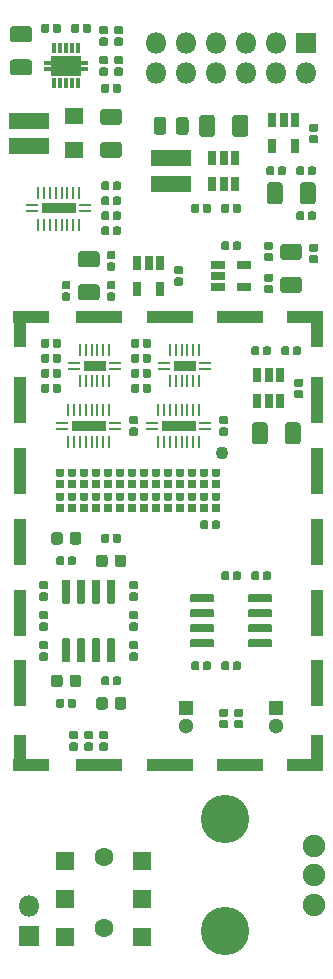
<source format=gbr>
%TF.GenerationSoftware,KiCad,Pcbnew,(5.1.5)-3*%
%TF.CreationDate,2020-11-01T10:27:24+01:00*%
%TF.ProjectId,PmodDAC,506d6f64-4441-4432-9e6b-696361645f70,v0.2*%
%TF.SameCoordinates,Original*%
%TF.FileFunction,Soldermask,Top*%
%TF.FilePolarity,Negative*%
%FSLAX46Y46*%
G04 Gerber Fmt 4.6, Leading zero omitted, Abs format (unit mm)*
G04 Created by KiCad (PCBNEW (5.1.5)-3) date 2020-11-01 10:27:24*
%MOMM*%
%LPD*%
G04 APERTURE LIST*
%ADD10C,0.100000*%
%ADD11C,1.300000*%
%ADD12R,1.300000X1.300000*%
%ADD13C,4.100000*%
%ADD14C,1.900000*%
%ADD15R,1.600000X1.600000*%
%ADD16C,1.600000*%
%ADD17R,2.950000X0.950000*%
%ADD18R,1.000000X0.290000*%
%ADD19R,0.290000X1.000000*%
%ADD20R,0.750000X1.160000*%
%ADD21R,1.160000X0.750000*%
%ADD22R,0.800000X0.380000*%
%ADD23R,2.500000X1.750000*%
%ADD24R,0.380000X0.950000*%
%ADD25R,1.950000X0.950000*%
%ADD26C,1.100000*%
%ADD27R,3.500000X1.450000*%
%ADD28O,1.800000X1.800000*%
%ADD29R,1.800000X1.800000*%
%ADD30R,1.100000X3.900000*%
%ADD31R,1.100000X3.100000*%
%ADD32R,3.100000X1.100000*%
%ADD33R,3.900000X1.100000*%
%ADD34R,1.500000X1.400000*%
G04 APERTURE END LIST*
D10*
%TO.C,R42*%
G36*
X-128865592Y-77100831D02*
G01*
X-128848847Y-77103315D01*
X-128832426Y-77107428D01*
X-128816487Y-77113131D01*
X-128801184Y-77120369D01*
X-128786664Y-77129071D01*
X-128773067Y-77139156D01*
X-128760524Y-77150524D01*
X-128749156Y-77163067D01*
X-128739071Y-77176664D01*
X-128730369Y-77191184D01*
X-128723131Y-77206487D01*
X-128717428Y-77222426D01*
X-128713315Y-77238847D01*
X-128710831Y-77255592D01*
X-128710000Y-77272500D01*
X-128710000Y-77667500D01*
X-128710831Y-77684408D01*
X-128713315Y-77701153D01*
X-128717428Y-77717574D01*
X-128723131Y-77733513D01*
X-128730369Y-77748816D01*
X-128739071Y-77763336D01*
X-128749156Y-77776933D01*
X-128760524Y-77789476D01*
X-128773067Y-77800844D01*
X-128786664Y-77810929D01*
X-128801184Y-77819631D01*
X-128816487Y-77826869D01*
X-128832426Y-77832572D01*
X-128848847Y-77836685D01*
X-128865592Y-77839169D01*
X-128882500Y-77840000D01*
X-129227500Y-77840000D01*
X-129244408Y-77839169D01*
X-129261153Y-77836685D01*
X-129277574Y-77832572D01*
X-129293513Y-77826869D01*
X-129308816Y-77819631D01*
X-129323336Y-77810929D01*
X-129336933Y-77800844D01*
X-129349476Y-77789476D01*
X-129360844Y-77776933D01*
X-129370929Y-77763336D01*
X-129379631Y-77748816D01*
X-129386869Y-77733513D01*
X-129392572Y-77717574D01*
X-129396685Y-77701153D01*
X-129399169Y-77684408D01*
X-129400000Y-77667500D01*
X-129400000Y-77272500D01*
X-129399169Y-77255592D01*
X-129396685Y-77238847D01*
X-129392572Y-77222426D01*
X-129386869Y-77206487D01*
X-129379631Y-77191184D01*
X-129370929Y-77176664D01*
X-129360844Y-77163067D01*
X-129349476Y-77150524D01*
X-129336933Y-77139156D01*
X-129323336Y-77129071D01*
X-129308816Y-77120369D01*
X-129293513Y-77113131D01*
X-129277574Y-77107428D01*
X-129261153Y-77103315D01*
X-129244408Y-77100831D01*
X-129227500Y-77100000D01*
X-128882500Y-77100000D01*
X-128865592Y-77100831D01*
G37*
G36*
X-129835592Y-77100831D02*
G01*
X-129818847Y-77103315D01*
X-129802426Y-77107428D01*
X-129786487Y-77113131D01*
X-129771184Y-77120369D01*
X-129756664Y-77129071D01*
X-129743067Y-77139156D01*
X-129730524Y-77150524D01*
X-129719156Y-77163067D01*
X-129709071Y-77176664D01*
X-129700369Y-77191184D01*
X-129693131Y-77206487D01*
X-129687428Y-77222426D01*
X-129683315Y-77238847D01*
X-129680831Y-77255592D01*
X-129680000Y-77272500D01*
X-129680000Y-77667500D01*
X-129680831Y-77684408D01*
X-129683315Y-77701153D01*
X-129687428Y-77717574D01*
X-129693131Y-77733513D01*
X-129700369Y-77748816D01*
X-129709071Y-77763336D01*
X-129719156Y-77776933D01*
X-129730524Y-77789476D01*
X-129743067Y-77800844D01*
X-129756664Y-77810929D01*
X-129771184Y-77819631D01*
X-129786487Y-77826869D01*
X-129802426Y-77832572D01*
X-129818847Y-77836685D01*
X-129835592Y-77839169D01*
X-129852500Y-77840000D01*
X-130197500Y-77840000D01*
X-130214408Y-77839169D01*
X-130231153Y-77836685D01*
X-130247574Y-77832572D01*
X-130263513Y-77826869D01*
X-130278816Y-77819631D01*
X-130293336Y-77810929D01*
X-130306933Y-77800844D01*
X-130319476Y-77789476D01*
X-130330844Y-77776933D01*
X-130340929Y-77763336D01*
X-130349631Y-77748816D01*
X-130356869Y-77733513D01*
X-130362572Y-77717574D01*
X-130366685Y-77701153D01*
X-130369169Y-77684408D01*
X-130370000Y-77667500D01*
X-130370000Y-77272500D01*
X-130369169Y-77255592D01*
X-130366685Y-77238847D01*
X-130362572Y-77222426D01*
X-130356869Y-77206487D01*
X-130349631Y-77191184D01*
X-130340929Y-77176664D01*
X-130330844Y-77163067D01*
X-130319476Y-77150524D01*
X-130306933Y-77139156D01*
X-130293336Y-77129071D01*
X-130278816Y-77120369D01*
X-130263513Y-77113131D01*
X-130247574Y-77107428D01*
X-130231153Y-77103315D01*
X-130214408Y-77100831D01*
X-130197500Y-77100000D01*
X-129852500Y-77100000D01*
X-129835592Y-77100831D01*
G37*
%TD*%
%TO.C,U12*%
G36*
X-117177847Y-72040843D02*
G01*
X-117160859Y-72043363D01*
X-117144200Y-72047535D01*
X-117128030Y-72053321D01*
X-117112506Y-72060664D01*
X-117097775Y-72069493D01*
X-117083981Y-72079723D01*
X-117071256Y-72091256D01*
X-117059723Y-72103981D01*
X-117049493Y-72117775D01*
X-117040664Y-72132506D01*
X-117033321Y-72148030D01*
X-117027535Y-72164200D01*
X-117023363Y-72180859D01*
X-117020843Y-72197847D01*
X-117020000Y-72215000D01*
X-117020000Y-72565000D01*
X-117020843Y-72582153D01*
X-117023363Y-72599141D01*
X-117027535Y-72615800D01*
X-117033321Y-72631970D01*
X-117040664Y-72647494D01*
X-117049493Y-72662225D01*
X-117059723Y-72676019D01*
X-117071256Y-72688744D01*
X-117083981Y-72700277D01*
X-117097775Y-72710507D01*
X-117112506Y-72719336D01*
X-117128030Y-72726679D01*
X-117144200Y-72732465D01*
X-117160859Y-72736637D01*
X-117177847Y-72739157D01*
X-117195000Y-72740000D01*
X-118895000Y-72740000D01*
X-118912153Y-72739157D01*
X-118929141Y-72736637D01*
X-118945800Y-72732465D01*
X-118961970Y-72726679D01*
X-118977494Y-72719336D01*
X-118992225Y-72710507D01*
X-119006019Y-72700277D01*
X-119018744Y-72688744D01*
X-119030277Y-72676019D01*
X-119040507Y-72662225D01*
X-119049336Y-72647494D01*
X-119056679Y-72631970D01*
X-119062465Y-72615800D01*
X-119066637Y-72599141D01*
X-119069157Y-72582153D01*
X-119070000Y-72565000D01*
X-119070000Y-72215000D01*
X-119069157Y-72197847D01*
X-119066637Y-72180859D01*
X-119062465Y-72164200D01*
X-119056679Y-72148030D01*
X-119049336Y-72132506D01*
X-119040507Y-72117775D01*
X-119030277Y-72103981D01*
X-119018744Y-72091256D01*
X-119006019Y-72079723D01*
X-118992225Y-72069493D01*
X-118977494Y-72060664D01*
X-118961970Y-72053321D01*
X-118945800Y-72047535D01*
X-118929141Y-72043363D01*
X-118912153Y-72040843D01*
X-118895000Y-72040000D01*
X-117195000Y-72040000D01*
X-117177847Y-72040843D01*
G37*
G36*
X-117177847Y-70770843D02*
G01*
X-117160859Y-70773363D01*
X-117144200Y-70777535D01*
X-117128030Y-70783321D01*
X-117112506Y-70790664D01*
X-117097775Y-70799493D01*
X-117083981Y-70809723D01*
X-117071256Y-70821256D01*
X-117059723Y-70833981D01*
X-117049493Y-70847775D01*
X-117040664Y-70862506D01*
X-117033321Y-70878030D01*
X-117027535Y-70894200D01*
X-117023363Y-70910859D01*
X-117020843Y-70927847D01*
X-117020000Y-70945000D01*
X-117020000Y-71295000D01*
X-117020843Y-71312153D01*
X-117023363Y-71329141D01*
X-117027535Y-71345800D01*
X-117033321Y-71361970D01*
X-117040664Y-71377494D01*
X-117049493Y-71392225D01*
X-117059723Y-71406019D01*
X-117071256Y-71418744D01*
X-117083981Y-71430277D01*
X-117097775Y-71440507D01*
X-117112506Y-71449336D01*
X-117128030Y-71456679D01*
X-117144200Y-71462465D01*
X-117160859Y-71466637D01*
X-117177847Y-71469157D01*
X-117195000Y-71470000D01*
X-118895000Y-71470000D01*
X-118912153Y-71469157D01*
X-118929141Y-71466637D01*
X-118945800Y-71462465D01*
X-118961970Y-71456679D01*
X-118977494Y-71449336D01*
X-118992225Y-71440507D01*
X-119006019Y-71430277D01*
X-119018744Y-71418744D01*
X-119030277Y-71406019D01*
X-119040507Y-71392225D01*
X-119049336Y-71377494D01*
X-119056679Y-71361970D01*
X-119062465Y-71345800D01*
X-119066637Y-71329141D01*
X-119069157Y-71312153D01*
X-119070000Y-71295000D01*
X-119070000Y-70945000D01*
X-119069157Y-70927847D01*
X-119066637Y-70910859D01*
X-119062465Y-70894200D01*
X-119056679Y-70878030D01*
X-119049336Y-70862506D01*
X-119040507Y-70847775D01*
X-119030277Y-70833981D01*
X-119018744Y-70821256D01*
X-119006019Y-70809723D01*
X-118992225Y-70799493D01*
X-118977494Y-70790664D01*
X-118961970Y-70783321D01*
X-118945800Y-70777535D01*
X-118929141Y-70773363D01*
X-118912153Y-70770843D01*
X-118895000Y-70770000D01*
X-117195000Y-70770000D01*
X-117177847Y-70770843D01*
G37*
G36*
X-117177847Y-69500843D02*
G01*
X-117160859Y-69503363D01*
X-117144200Y-69507535D01*
X-117128030Y-69513321D01*
X-117112506Y-69520664D01*
X-117097775Y-69529493D01*
X-117083981Y-69539723D01*
X-117071256Y-69551256D01*
X-117059723Y-69563981D01*
X-117049493Y-69577775D01*
X-117040664Y-69592506D01*
X-117033321Y-69608030D01*
X-117027535Y-69624200D01*
X-117023363Y-69640859D01*
X-117020843Y-69657847D01*
X-117020000Y-69675000D01*
X-117020000Y-70025000D01*
X-117020843Y-70042153D01*
X-117023363Y-70059141D01*
X-117027535Y-70075800D01*
X-117033321Y-70091970D01*
X-117040664Y-70107494D01*
X-117049493Y-70122225D01*
X-117059723Y-70136019D01*
X-117071256Y-70148744D01*
X-117083981Y-70160277D01*
X-117097775Y-70170507D01*
X-117112506Y-70179336D01*
X-117128030Y-70186679D01*
X-117144200Y-70192465D01*
X-117160859Y-70196637D01*
X-117177847Y-70199157D01*
X-117195000Y-70200000D01*
X-118895000Y-70200000D01*
X-118912153Y-70199157D01*
X-118929141Y-70196637D01*
X-118945800Y-70192465D01*
X-118961970Y-70186679D01*
X-118977494Y-70179336D01*
X-118992225Y-70170507D01*
X-119006019Y-70160277D01*
X-119018744Y-70148744D01*
X-119030277Y-70136019D01*
X-119040507Y-70122225D01*
X-119049336Y-70107494D01*
X-119056679Y-70091970D01*
X-119062465Y-70075800D01*
X-119066637Y-70059141D01*
X-119069157Y-70042153D01*
X-119070000Y-70025000D01*
X-119070000Y-69675000D01*
X-119069157Y-69657847D01*
X-119066637Y-69640859D01*
X-119062465Y-69624200D01*
X-119056679Y-69608030D01*
X-119049336Y-69592506D01*
X-119040507Y-69577775D01*
X-119030277Y-69563981D01*
X-119018744Y-69551256D01*
X-119006019Y-69539723D01*
X-118992225Y-69529493D01*
X-118977494Y-69520664D01*
X-118961970Y-69513321D01*
X-118945800Y-69507535D01*
X-118929141Y-69503363D01*
X-118912153Y-69500843D01*
X-118895000Y-69500000D01*
X-117195000Y-69500000D01*
X-117177847Y-69500843D01*
G37*
G36*
X-117177847Y-68230843D02*
G01*
X-117160859Y-68233363D01*
X-117144200Y-68237535D01*
X-117128030Y-68243321D01*
X-117112506Y-68250664D01*
X-117097775Y-68259493D01*
X-117083981Y-68269723D01*
X-117071256Y-68281256D01*
X-117059723Y-68293981D01*
X-117049493Y-68307775D01*
X-117040664Y-68322506D01*
X-117033321Y-68338030D01*
X-117027535Y-68354200D01*
X-117023363Y-68370859D01*
X-117020843Y-68387847D01*
X-117020000Y-68405000D01*
X-117020000Y-68755000D01*
X-117020843Y-68772153D01*
X-117023363Y-68789141D01*
X-117027535Y-68805800D01*
X-117033321Y-68821970D01*
X-117040664Y-68837494D01*
X-117049493Y-68852225D01*
X-117059723Y-68866019D01*
X-117071256Y-68878744D01*
X-117083981Y-68890277D01*
X-117097775Y-68900507D01*
X-117112506Y-68909336D01*
X-117128030Y-68916679D01*
X-117144200Y-68922465D01*
X-117160859Y-68926637D01*
X-117177847Y-68929157D01*
X-117195000Y-68930000D01*
X-118895000Y-68930000D01*
X-118912153Y-68929157D01*
X-118929141Y-68926637D01*
X-118945800Y-68922465D01*
X-118961970Y-68916679D01*
X-118977494Y-68909336D01*
X-118992225Y-68900507D01*
X-119006019Y-68890277D01*
X-119018744Y-68878744D01*
X-119030277Y-68866019D01*
X-119040507Y-68852225D01*
X-119049336Y-68837494D01*
X-119056679Y-68821970D01*
X-119062465Y-68805800D01*
X-119066637Y-68789141D01*
X-119069157Y-68772153D01*
X-119070000Y-68755000D01*
X-119070000Y-68405000D01*
X-119069157Y-68387847D01*
X-119066637Y-68370859D01*
X-119062465Y-68354200D01*
X-119056679Y-68338030D01*
X-119049336Y-68322506D01*
X-119040507Y-68307775D01*
X-119030277Y-68293981D01*
X-119018744Y-68281256D01*
X-119006019Y-68269723D01*
X-118992225Y-68259493D01*
X-118977494Y-68250664D01*
X-118961970Y-68243321D01*
X-118945800Y-68237535D01*
X-118929141Y-68233363D01*
X-118912153Y-68230843D01*
X-118895000Y-68230000D01*
X-117195000Y-68230000D01*
X-117177847Y-68230843D01*
G37*
G36*
X-112227847Y-68230843D02*
G01*
X-112210859Y-68233363D01*
X-112194200Y-68237535D01*
X-112178030Y-68243321D01*
X-112162506Y-68250664D01*
X-112147775Y-68259493D01*
X-112133981Y-68269723D01*
X-112121256Y-68281256D01*
X-112109723Y-68293981D01*
X-112099493Y-68307775D01*
X-112090664Y-68322506D01*
X-112083321Y-68338030D01*
X-112077535Y-68354200D01*
X-112073363Y-68370859D01*
X-112070843Y-68387847D01*
X-112070000Y-68405000D01*
X-112070000Y-68755000D01*
X-112070843Y-68772153D01*
X-112073363Y-68789141D01*
X-112077535Y-68805800D01*
X-112083321Y-68821970D01*
X-112090664Y-68837494D01*
X-112099493Y-68852225D01*
X-112109723Y-68866019D01*
X-112121256Y-68878744D01*
X-112133981Y-68890277D01*
X-112147775Y-68900507D01*
X-112162506Y-68909336D01*
X-112178030Y-68916679D01*
X-112194200Y-68922465D01*
X-112210859Y-68926637D01*
X-112227847Y-68929157D01*
X-112245000Y-68930000D01*
X-113945000Y-68930000D01*
X-113962153Y-68929157D01*
X-113979141Y-68926637D01*
X-113995800Y-68922465D01*
X-114011970Y-68916679D01*
X-114027494Y-68909336D01*
X-114042225Y-68900507D01*
X-114056019Y-68890277D01*
X-114068744Y-68878744D01*
X-114080277Y-68866019D01*
X-114090507Y-68852225D01*
X-114099336Y-68837494D01*
X-114106679Y-68821970D01*
X-114112465Y-68805800D01*
X-114116637Y-68789141D01*
X-114119157Y-68772153D01*
X-114120000Y-68755000D01*
X-114120000Y-68405000D01*
X-114119157Y-68387847D01*
X-114116637Y-68370859D01*
X-114112465Y-68354200D01*
X-114106679Y-68338030D01*
X-114099336Y-68322506D01*
X-114090507Y-68307775D01*
X-114080277Y-68293981D01*
X-114068744Y-68281256D01*
X-114056019Y-68269723D01*
X-114042225Y-68259493D01*
X-114027494Y-68250664D01*
X-114011970Y-68243321D01*
X-113995800Y-68237535D01*
X-113979141Y-68233363D01*
X-113962153Y-68230843D01*
X-113945000Y-68230000D01*
X-112245000Y-68230000D01*
X-112227847Y-68230843D01*
G37*
G36*
X-112227847Y-69500843D02*
G01*
X-112210859Y-69503363D01*
X-112194200Y-69507535D01*
X-112178030Y-69513321D01*
X-112162506Y-69520664D01*
X-112147775Y-69529493D01*
X-112133981Y-69539723D01*
X-112121256Y-69551256D01*
X-112109723Y-69563981D01*
X-112099493Y-69577775D01*
X-112090664Y-69592506D01*
X-112083321Y-69608030D01*
X-112077535Y-69624200D01*
X-112073363Y-69640859D01*
X-112070843Y-69657847D01*
X-112070000Y-69675000D01*
X-112070000Y-70025000D01*
X-112070843Y-70042153D01*
X-112073363Y-70059141D01*
X-112077535Y-70075800D01*
X-112083321Y-70091970D01*
X-112090664Y-70107494D01*
X-112099493Y-70122225D01*
X-112109723Y-70136019D01*
X-112121256Y-70148744D01*
X-112133981Y-70160277D01*
X-112147775Y-70170507D01*
X-112162506Y-70179336D01*
X-112178030Y-70186679D01*
X-112194200Y-70192465D01*
X-112210859Y-70196637D01*
X-112227847Y-70199157D01*
X-112245000Y-70200000D01*
X-113945000Y-70200000D01*
X-113962153Y-70199157D01*
X-113979141Y-70196637D01*
X-113995800Y-70192465D01*
X-114011970Y-70186679D01*
X-114027494Y-70179336D01*
X-114042225Y-70170507D01*
X-114056019Y-70160277D01*
X-114068744Y-70148744D01*
X-114080277Y-70136019D01*
X-114090507Y-70122225D01*
X-114099336Y-70107494D01*
X-114106679Y-70091970D01*
X-114112465Y-70075800D01*
X-114116637Y-70059141D01*
X-114119157Y-70042153D01*
X-114120000Y-70025000D01*
X-114120000Y-69675000D01*
X-114119157Y-69657847D01*
X-114116637Y-69640859D01*
X-114112465Y-69624200D01*
X-114106679Y-69608030D01*
X-114099336Y-69592506D01*
X-114090507Y-69577775D01*
X-114080277Y-69563981D01*
X-114068744Y-69551256D01*
X-114056019Y-69539723D01*
X-114042225Y-69529493D01*
X-114027494Y-69520664D01*
X-114011970Y-69513321D01*
X-113995800Y-69507535D01*
X-113979141Y-69503363D01*
X-113962153Y-69500843D01*
X-113945000Y-69500000D01*
X-112245000Y-69500000D01*
X-112227847Y-69500843D01*
G37*
G36*
X-112227847Y-70770843D02*
G01*
X-112210859Y-70773363D01*
X-112194200Y-70777535D01*
X-112178030Y-70783321D01*
X-112162506Y-70790664D01*
X-112147775Y-70799493D01*
X-112133981Y-70809723D01*
X-112121256Y-70821256D01*
X-112109723Y-70833981D01*
X-112099493Y-70847775D01*
X-112090664Y-70862506D01*
X-112083321Y-70878030D01*
X-112077535Y-70894200D01*
X-112073363Y-70910859D01*
X-112070843Y-70927847D01*
X-112070000Y-70945000D01*
X-112070000Y-71295000D01*
X-112070843Y-71312153D01*
X-112073363Y-71329141D01*
X-112077535Y-71345800D01*
X-112083321Y-71361970D01*
X-112090664Y-71377494D01*
X-112099493Y-71392225D01*
X-112109723Y-71406019D01*
X-112121256Y-71418744D01*
X-112133981Y-71430277D01*
X-112147775Y-71440507D01*
X-112162506Y-71449336D01*
X-112178030Y-71456679D01*
X-112194200Y-71462465D01*
X-112210859Y-71466637D01*
X-112227847Y-71469157D01*
X-112245000Y-71470000D01*
X-113945000Y-71470000D01*
X-113962153Y-71469157D01*
X-113979141Y-71466637D01*
X-113995800Y-71462465D01*
X-114011970Y-71456679D01*
X-114027494Y-71449336D01*
X-114042225Y-71440507D01*
X-114056019Y-71430277D01*
X-114068744Y-71418744D01*
X-114080277Y-71406019D01*
X-114090507Y-71392225D01*
X-114099336Y-71377494D01*
X-114106679Y-71361970D01*
X-114112465Y-71345800D01*
X-114116637Y-71329141D01*
X-114119157Y-71312153D01*
X-114120000Y-71295000D01*
X-114120000Y-70945000D01*
X-114119157Y-70927847D01*
X-114116637Y-70910859D01*
X-114112465Y-70894200D01*
X-114106679Y-70878030D01*
X-114099336Y-70862506D01*
X-114090507Y-70847775D01*
X-114080277Y-70833981D01*
X-114068744Y-70821256D01*
X-114056019Y-70809723D01*
X-114042225Y-70799493D01*
X-114027494Y-70790664D01*
X-114011970Y-70783321D01*
X-113995800Y-70777535D01*
X-113979141Y-70773363D01*
X-113962153Y-70770843D01*
X-113945000Y-70770000D01*
X-112245000Y-70770000D01*
X-112227847Y-70770843D01*
G37*
G36*
X-112227847Y-72040843D02*
G01*
X-112210859Y-72043363D01*
X-112194200Y-72047535D01*
X-112178030Y-72053321D01*
X-112162506Y-72060664D01*
X-112147775Y-72069493D01*
X-112133981Y-72079723D01*
X-112121256Y-72091256D01*
X-112109723Y-72103981D01*
X-112099493Y-72117775D01*
X-112090664Y-72132506D01*
X-112083321Y-72148030D01*
X-112077535Y-72164200D01*
X-112073363Y-72180859D01*
X-112070843Y-72197847D01*
X-112070000Y-72215000D01*
X-112070000Y-72565000D01*
X-112070843Y-72582153D01*
X-112073363Y-72599141D01*
X-112077535Y-72615800D01*
X-112083321Y-72631970D01*
X-112090664Y-72647494D01*
X-112099493Y-72662225D01*
X-112109723Y-72676019D01*
X-112121256Y-72688744D01*
X-112133981Y-72700277D01*
X-112147775Y-72710507D01*
X-112162506Y-72719336D01*
X-112178030Y-72726679D01*
X-112194200Y-72732465D01*
X-112210859Y-72736637D01*
X-112227847Y-72739157D01*
X-112245000Y-72740000D01*
X-113945000Y-72740000D01*
X-113962153Y-72739157D01*
X-113979141Y-72736637D01*
X-113995800Y-72732465D01*
X-114011970Y-72726679D01*
X-114027494Y-72719336D01*
X-114042225Y-72710507D01*
X-114056019Y-72700277D01*
X-114068744Y-72688744D01*
X-114080277Y-72676019D01*
X-114090507Y-72662225D01*
X-114099336Y-72647494D01*
X-114106679Y-72631970D01*
X-114112465Y-72615800D01*
X-114116637Y-72599141D01*
X-114119157Y-72582153D01*
X-114120000Y-72565000D01*
X-114120000Y-72215000D01*
X-114119157Y-72197847D01*
X-114116637Y-72180859D01*
X-114112465Y-72164200D01*
X-114106679Y-72148030D01*
X-114099336Y-72132506D01*
X-114090507Y-72117775D01*
X-114080277Y-72103981D01*
X-114068744Y-72091256D01*
X-114056019Y-72079723D01*
X-114042225Y-72069493D01*
X-114027494Y-72060664D01*
X-114011970Y-72053321D01*
X-113995800Y-72047535D01*
X-113979141Y-72043363D01*
X-113962153Y-72040843D01*
X-113945000Y-72040000D01*
X-112245000Y-72040000D01*
X-112227847Y-72040843D01*
G37*
%TD*%
%TO.C,R41*%
G36*
X-126025592Y-75195831D02*
G01*
X-126008847Y-75198315D01*
X-125992426Y-75202428D01*
X-125976487Y-75208131D01*
X-125961184Y-75215369D01*
X-125946664Y-75224071D01*
X-125933067Y-75234156D01*
X-125920524Y-75245524D01*
X-125909156Y-75258067D01*
X-125899071Y-75271664D01*
X-125890369Y-75286184D01*
X-125883131Y-75301487D01*
X-125877428Y-75317426D01*
X-125873315Y-75333847D01*
X-125870831Y-75350592D01*
X-125870000Y-75367500D01*
X-125870000Y-75762500D01*
X-125870831Y-75779408D01*
X-125873315Y-75796153D01*
X-125877428Y-75812574D01*
X-125883131Y-75828513D01*
X-125890369Y-75843816D01*
X-125899071Y-75858336D01*
X-125909156Y-75871933D01*
X-125920524Y-75884476D01*
X-125933067Y-75895844D01*
X-125946664Y-75905929D01*
X-125961184Y-75914631D01*
X-125976487Y-75921869D01*
X-125992426Y-75927572D01*
X-126008847Y-75931685D01*
X-126025592Y-75934169D01*
X-126042500Y-75935000D01*
X-126387500Y-75935000D01*
X-126404408Y-75934169D01*
X-126421153Y-75931685D01*
X-126437574Y-75927572D01*
X-126453513Y-75921869D01*
X-126468816Y-75914631D01*
X-126483336Y-75905929D01*
X-126496933Y-75895844D01*
X-126509476Y-75884476D01*
X-126520844Y-75871933D01*
X-126530929Y-75858336D01*
X-126539631Y-75843816D01*
X-126546869Y-75828513D01*
X-126552572Y-75812574D01*
X-126556685Y-75796153D01*
X-126559169Y-75779408D01*
X-126560000Y-75762500D01*
X-126560000Y-75367500D01*
X-126559169Y-75350592D01*
X-126556685Y-75333847D01*
X-126552572Y-75317426D01*
X-126546869Y-75301487D01*
X-126539631Y-75286184D01*
X-126530929Y-75271664D01*
X-126520844Y-75258067D01*
X-126509476Y-75245524D01*
X-126496933Y-75234156D01*
X-126483336Y-75224071D01*
X-126468816Y-75215369D01*
X-126453513Y-75208131D01*
X-126437574Y-75202428D01*
X-126421153Y-75198315D01*
X-126404408Y-75195831D01*
X-126387500Y-75195000D01*
X-126042500Y-75195000D01*
X-126025592Y-75195831D01*
G37*
G36*
X-125055592Y-75195831D02*
G01*
X-125038847Y-75198315D01*
X-125022426Y-75202428D01*
X-125006487Y-75208131D01*
X-124991184Y-75215369D01*
X-124976664Y-75224071D01*
X-124963067Y-75234156D01*
X-124950524Y-75245524D01*
X-124939156Y-75258067D01*
X-124929071Y-75271664D01*
X-124920369Y-75286184D01*
X-124913131Y-75301487D01*
X-124907428Y-75317426D01*
X-124903315Y-75333847D01*
X-124900831Y-75350592D01*
X-124900000Y-75367500D01*
X-124900000Y-75762500D01*
X-124900831Y-75779408D01*
X-124903315Y-75796153D01*
X-124907428Y-75812574D01*
X-124913131Y-75828513D01*
X-124920369Y-75843816D01*
X-124929071Y-75858336D01*
X-124939156Y-75871933D01*
X-124950524Y-75884476D01*
X-124963067Y-75895844D01*
X-124976664Y-75905929D01*
X-124991184Y-75914631D01*
X-125006487Y-75921869D01*
X-125022426Y-75927572D01*
X-125038847Y-75931685D01*
X-125055592Y-75934169D01*
X-125072500Y-75935000D01*
X-125417500Y-75935000D01*
X-125434408Y-75934169D01*
X-125451153Y-75931685D01*
X-125467574Y-75927572D01*
X-125483513Y-75921869D01*
X-125498816Y-75914631D01*
X-125513336Y-75905929D01*
X-125526933Y-75895844D01*
X-125539476Y-75884476D01*
X-125550844Y-75871933D01*
X-125560929Y-75858336D01*
X-125569631Y-75843816D01*
X-125576869Y-75828513D01*
X-125582572Y-75812574D01*
X-125586685Y-75796153D01*
X-125589169Y-75779408D01*
X-125590000Y-75762500D01*
X-125590000Y-75367500D01*
X-125589169Y-75350592D01*
X-125586685Y-75333847D01*
X-125582572Y-75317426D01*
X-125576869Y-75301487D01*
X-125569631Y-75286184D01*
X-125560929Y-75271664D01*
X-125550844Y-75258067D01*
X-125539476Y-75245524D01*
X-125526933Y-75234156D01*
X-125513336Y-75224071D01*
X-125498816Y-75215369D01*
X-125483513Y-75208131D01*
X-125467574Y-75202428D01*
X-125451153Y-75198315D01*
X-125434408Y-75195831D01*
X-125417500Y-75195000D01*
X-125072500Y-75195000D01*
X-125055592Y-75195831D01*
G37*
%TD*%
%TO.C,C36*%
G36*
X-113325592Y-66305831D02*
G01*
X-113308847Y-66308315D01*
X-113292426Y-66312428D01*
X-113276487Y-66318131D01*
X-113261184Y-66325369D01*
X-113246664Y-66334071D01*
X-113233067Y-66344156D01*
X-113220524Y-66355524D01*
X-113209156Y-66368067D01*
X-113199071Y-66381664D01*
X-113190369Y-66396184D01*
X-113183131Y-66411487D01*
X-113177428Y-66427426D01*
X-113173315Y-66443847D01*
X-113170831Y-66460592D01*
X-113170000Y-66477500D01*
X-113170000Y-66872500D01*
X-113170831Y-66889408D01*
X-113173315Y-66906153D01*
X-113177428Y-66922574D01*
X-113183131Y-66938513D01*
X-113190369Y-66953816D01*
X-113199071Y-66968336D01*
X-113209156Y-66981933D01*
X-113220524Y-66994476D01*
X-113233067Y-67005844D01*
X-113246664Y-67015929D01*
X-113261184Y-67024631D01*
X-113276487Y-67031869D01*
X-113292426Y-67037572D01*
X-113308847Y-67041685D01*
X-113325592Y-67044169D01*
X-113342500Y-67045000D01*
X-113687500Y-67045000D01*
X-113704408Y-67044169D01*
X-113721153Y-67041685D01*
X-113737574Y-67037572D01*
X-113753513Y-67031869D01*
X-113768816Y-67024631D01*
X-113783336Y-67015929D01*
X-113796933Y-67005844D01*
X-113809476Y-66994476D01*
X-113820844Y-66981933D01*
X-113830929Y-66968336D01*
X-113839631Y-66953816D01*
X-113846869Y-66938513D01*
X-113852572Y-66922574D01*
X-113856685Y-66906153D01*
X-113859169Y-66889408D01*
X-113860000Y-66872500D01*
X-113860000Y-66477500D01*
X-113859169Y-66460592D01*
X-113856685Y-66443847D01*
X-113852572Y-66427426D01*
X-113846869Y-66411487D01*
X-113839631Y-66396184D01*
X-113830929Y-66381664D01*
X-113820844Y-66368067D01*
X-113809476Y-66355524D01*
X-113796933Y-66344156D01*
X-113783336Y-66334071D01*
X-113768816Y-66325369D01*
X-113753513Y-66318131D01*
X-113737574Y-66312428D01*
X-113721153Y-66308315D01*
X-113704408Y-66305831D01*
X-113687500Y-66305000D01*
X-113342500Y-66305000D01*
X-113325592Y-66305831D01*
G37*
G36*
X-112355592Y-66305831D02*
G01*
X-112338847Y-66308315D01*
X-112322426Y-66312428D01*
X-112306487Y-66318131D01*
X-112291184Y-66325369D01*
X-112276664Y-66334071D01*
X-112263067Y-66344156D01*
X-112250524Y-66355524D01*
X-112239156Y-66368067D01*
X-112229071Y-66381664D01*
X-112220369Y-66396184D01*
X-112213131Y-66411487D01*
X-112207428Y-66427426D01*
X-112203315Y-66443847D01*
X-112200831Y-66460592D01*
X-112200000Y-66477500D01*
X-112200000Y-66872500D01*
X-112200831Y-66889408D01*
X-112203315Y-66906153D01*
X-112207428Y-66922574D01*
X-112213131Y-66938513D01*
X-112220369Y-66953816D01*
X-112229071Y-66968336D01*
X-112239156Y-66981933D01*
X-112250524Y-66994476D01*
X-112263067Y-67005844D01*
X-112276664Y-67015929D01*
X-112291184Y-67024631D01*
X-112306487Y-67031869D01*
X-112322426Y-67037572D01*
X-112338847Y-67041685D01*
X-112355592Y-67044169D01*
X-112372500Y-67045000D01*
X-112717500Y-67045000D01*
X-112734408Y-67044169D01*
X-112751153Y-67041685D01*
X-112767574Y-67037572D01*
X-112783513Y-67031869D01*
X-112798816Y-67024631D01*
X-112813336Y-67015929D01*
X-112826933Y-67005844D01*
X-112839476Y-66994476D01*
X-112850844Y-66981933D01*
X-112860929Y-66968336D01*
X-112869631Y-66953816D01*
X-112876869Y-66938513D01*
X-112882572Y-66922574D01*
X-112886685Y-66906153D01*
X-112889169Y-66889408D01*
X-112890000Y-66872500D01*
X-112890000Y-66477500D01*
X-112889169Y-66460592D01*
X-112886685Y-66443847D01*
X-112882572Y-66427426D01*
X-112876869Y-66411487D01*
X-112869631Y-66396184D01*
X-112860929Y-66381664D01*
X-112850844Y-66368067D01*
X-112839476Y-66355524D01*
X-112826933Y-66344156D01*
X-112813336Y-66334071D01*
X-112798816Y-66325369D01*
X-112783513Y-66318131D01*
X-112767574Y-66312428D01*
X-112751153Y-66308315D01*
X-112734408Y-66305831D01*
X-112717500Y-66305000D01*
X-112372500Y-66305000D01*
X-112355592Y-66305831D01*
G37*
%TD*%
%TO.C,C35*%
G36*
X-118405592Y-73925831D02*
G01*
X-118388847Y-73928315D01*
X-118372426Y-73932428D01*
X-118356487Y-73938131D01*
X-118341184Y-73945369D01*
X-118326664Y-73954071D01*
X-118313067Y-73964156D01*
X-118300524Y-73975524D01*
X-118289156Y-73988067D01*
X-118279071Y-74001664D01*
X-118270369Y-74016184D01*
X-118263131Y-74031487D01*
X-118257428Y-74047426D01*
X-118253315Y-74063847D01*
X-118250831Y-74080592D01*
X-118250000Y-74097500D01*
X-118250000Y-74492500D01*
X-118250831Y-74509408D01*
X-118253315Y-74526153D01*
X-118257428Y-74542574D01*
X-118263131Y-74558513D01*
X-118270369Y-74573816D01*
X-118279071Y-74588336D01*
X-118289156Y-74601933D01*
X-118300524Y-74614476D01*
X-118313067Y-74625844D01*
X-118326664Y-74635929D01*
X-118341184Y-74644631D01*
X-118356487Y-74651869D01*
X-118372426Y-74657572D01*
X-118388847Y-74661685D01*
X-118405592Y-74664169D01*
X-118422500Y-74665000D01*
X-118767500Y-74665000D01*
X-118784408Y-74664169D01*
X-118801153Y-74661685D01*
X-118817574Y-74657572D01*
X-118833513Y-74651869D01*
X-118848816Y-74644631D01*
X-118863336Y-74635929D01*
X-118876933Y-74625844D01*
X-118889476Y-74614476D01*
X-118900844Y-74601933D01*
X-118910929Y-74588336D01*
X-118919631Y-74573816D01*
X-118926869Y-74558513D01*
X-118932572Y-74542574D01*
X-118936685Y-74526153D01*
X-118939169Y-74509408D01*
X-118940000Y-74492500D01*
X-118940000Y-74097500D01*
X-118939169Y-74080592D01*
X-118936685Y-74063847D01*
X-118932572Y-74047426D01*
X-118926869Y-74031487D01*
X-118919631Y-74016184D01*
X-118910929Y-74001664D01*
X-118900844Y-73988067D01*
X-118889476Y-73975524D01*
X-118876933Y-73964156D01*
X-118863336Y-73954071D01*
X-118848816Y-73945369D01*
X-118833513Y-73938131D01*
X-118817574Y-73932428D01*
X-118801153Y-73928315D01*
X-118784408Y-73925831D01*
X-118767500Y-73925000D01*
X-118422500Y-73925000D01*
X-118405592Y-73925831D01*
G37*
G36*
X-117435592Y-73925831D02*
G01*
X-117418847Y-73928315D01*
X-117402426Y-73932428D01*
X-117386487Y-73938131D01*
X-117371184Y-73945369D01*
X-117356664Y-73954071D01*
X-117343067Y-73964156D01*
X-117330524Y-73975524D01*
X-117319156Y-73988067D01*
X-117309071Y-74001664D01*
X-117300369Y-74016184D01*
X-117293131Y-74031487D01*
X-117287428Y-74047426D01*
X-117283315Y-74063847D01*
X-117280831Y-74080592D01*
X-117280000Y-74097500D01*
X-117280000Y-74492500D01*
X-117280831Y-74509408D01*
X-117283315Y-74526153D01*
X-117287428Y-74542574D01*
X-117293131Y-74558513D01*
X-117300369Y-74573816D01*
X-117309071Y-74588336D01*
X-117319156Y-74601933D01*
X-117330524Y-74614476D01*
X-117343067Y-74625844D01*
X-117356664Y-74635929D01*
X-117371184Y-74644631D01*
X-117386487Y-74651869D01*
X-117402426Y-74657572D01*
X-117418847Y-74661685D01*
X-117435592Y-74664169D01*
X-117452500Y-74665000D01*
X-117797500Y-74665000D01*
X-117814408Y-74664169D01*
X-117831153Y-74661685D01*
X-117847574Y-74657572D01*
X-117863513Y-74651869D01*
X-117878816Y-74644631D01*
X-117893336Y-74635929D01*
X-117906933Y-74625844D01*
X-117919476Y-74614476D01*
X-117930844Y-74601933D01*
X-117940929Y-74588336D01*
X-117949631Y-74573816D01*
X-117956869Y-74558513D01*
X-117962572Y-74542574D01*
X-117966685Y-74526153D01*
X-117969169Y-74509408D01*
X-117970000Y-74492500D01*
X-117970000Y-74097500D01*
X-117969169Y-74080592D01*
X-117966685Y-74063847D01*
X-117962572Y-74047426D01*
X-117956869Y-74031487D01*
X-117949631Y-74016184D01*
X-117940929Y-74001664D01*
X-117930844Y-73988067D01*
X-117919476Y-73975524D01*
X-117906933Y-73964156D01*
X-117893336Y-73954071D01*
X-117878816Y-73945369D01*
X-117863513Y-73938131D01*
X-117847574Y-73932428D01*
X-117831153Y-73928315D01*
X-117814408Y-73925831D01*
X-117797500Y-73925000D01*
X-117452500Y-73925000D01*
X-117435592Y-73925831D01*
G37*
%TD*%
%TO.C,C29*%
G36*
X-114895592Y-66305831D02*
G01*
X-114878847Y-66308315D01*
X-114862426Y-66312428D01*
X-114846487Y-66318131D01*
X-114831184Y-66325369D01*
X-114816664Y-66334071D01*
X-114803067Y-66344156D01*
X-114790524Y-66355524D01*
X-114779156Y-66368067D01*
X-114769071Y-66381664D01*
X-114760369Y-66396184D01*
X-114753131Y-66411487D01*
X-114747428Y-66427426D01*
X-114743315Y-66443847D01*
X-114740831Y-66460592D01*
X-114740000Y-66477500D01*
X-114740000Y-66872500D01*
X-114740831Y-66889408D01*
X-114743315Y-66906153D01*
X-114747428Y-66922574D01*
X-114753131Y-66938513D01*
X-114760369Y-66953816D01*
X-114769071Y-66968336D01*
X-114779156Y-66981933D01*
X-114790524Y-66994476D01*
X-114803067Y-67005844D01*
X-114816664Y-67015929D01*
X-114831184Y-67024631D01*
X-114846487Y-67031869D01*
X-114862426Y-67037572D01*
X-114878847Y-67041685D01*
X-114895592Y-67044169D01*
X-114912500Y-67045000D01*
X-115257500Y-67045000D01*
X-115274408Y-67044169D01*
X-115291153Y-67041685D01*
X-115307574Y-67037572D01*
X-115323513Y-67031869D01*
X-115338816Y-67024631D01*
X-115353336Y-67015929D01*
X-115366933Y-67005844D01*
X-115379476Y-66994476D01*
X-115390844Y-66981933D01*
X-115400929Y-66968336D01*
X-115409631Y-66953816D01*
X-115416869Y-66938513D01*
X-115422572Y-66922574D01*
X-115426685Y-66906153D01*
X-115429169Y-66889408D01*
X-115430000Y-66872500D01*
X-115430000Y-66477500D01*
X-115429169Y-66460592D01*
X-115426685Y-66443847D01*
X-115422572Y-66427426D01*
X-115416869Y-66411487D01*
X-115409631Y-66396184D01*
X-115400929Y-66381664D01*
X-115390844Y-66368067D01*
X-115379476Y-66355524D01*
X-115366933Y-66344156D01*
X-115353336Y-66334071D01*
X-115338816Y-66325369D01*
X-115323513Y-66318131D01*
X-115307574Y-66312428D01*
X-115291153Y-66308315D01*
X-115274408Y-66305831D01*
X-115257500Y-66305000D01*
X-114912500Y-66305000D01*
X-114895592Y-66305831D01*
G37*
G36*
X-115865592Y-66305831D02*
G01*
X-115848847Y-66308315D01*
X-115832426Y-66312428D01*
X-115816487Y-66318131D01*
X-115801184Y-66325369D01*
X-115786664Y-66334071D01*
X-115773067Y-66344156D01*
X-115760524Y-66355524D01*
X-115749156Y-66368067D01*
X-115739071Y-66381664D01*
X-115730369Y-66396184D01*
X-115723131Y-66411487D01*
X-115717428Y-66427426D01*
X-115713315Y-66443847D01*
X-115710831Y-66460592D01*
X-115710000Y-66477500D01*
X-115710000Y-66872500D01*
X-115710831Y-66889408D01*
X-115713315Y-66906153D01*
X-115717428Y-66922574D01*
X-115723131Y-66938513D01*
X-115730369Y-66953816D01*
X-115739071Y-66968336D01*
X-115749156Y-66981933D01*
X-115760524Y-66994476D01*
X-115773067Y-67005844D01*
X-115786664Y-67015929D01*
X-115801184Y-67024631D01*
X-115816487Y-67031869D01*
X-115832426Y-67037572D01*
X-115848847Y-67041685D01*
X-115865592Y-67044169D01*
X-115882500Y-67045000D01*
X-116227500Y-67045000D01*
X-116244408Y-67044169D01*
X-116261153Y-67041685D01*
X-116277574Y-67037572D01*
X-116293513Y-67031869D01*
X-116308816Y-67024631D01*
X-116323336Y-67015929D01*
X-116336933Y-67005844D01*
X-116349476Y-66994476D01*
X-116360844Y-66981933D01*
X-116370929Y-66968336D01*
X-116379631Y-66953816D01*
X-116386869Y-66938513D01*
X-116392572Y-66922574D01*
X-116396685Y-66906153D01*
X-116399169Y-66889408D01*
X-116400000Y-66872500D01*
X-116400000Y-66477500D01*
X-116399169Y-66460592D01*
X-116396685Y-66443847D01*
X-116392572Y-66427426D01*
X-116386869Y-66411487D01*
X-116379631Y-66396184D01*
X-116370929Y-66381664D01*
X-116360844Y-66368067D01*
X-116349476Y-66355524D01*
X-116336933Y-66344156D01*
X-116323336Y-66334071D01*
X-116308816Y-66325369D01*
X-116293513Y-66318131D01*
X-116277574Y-66312428D01*
X-116261153Y-66308315D01*
X-116244408Y-66305831D01*
X-116227500Y-66305000D01*
X-115882500Y-66305000D01*
X-115865592Y-66305831D01*
G37*
%TD*%
%TO.C,C28*%
G36*
X-114895592Y-73925831D02*
G01*
X-114878847Y-73928315D01*
X-114862426Y-73932428D01*
X-114846487Y-73938131D01*
X-114831184Y-73945369D01*
X-114816664Y-73954071D01*
X-114803067Y-73964156D01*
X-114790524Y-73975524D01*
X-114779156Y-73988067D01*
X-114769071Y-74001664D01*
X-114760369Y-74016184D01*
X-114753131Y-74031487D01*
X-114747428Y-74047426D01*
X-114743315Y-74063847D01*
X-114740831Y-74080592D01*
X-114740000Y-74097500D01*
X-114740000Y-74492500D01*
X-114740831Y-74509408D01*
X-114743315Y-74526153D01*
X-114747428Y-74542574D01*
X-114753131Y-74558513D01*
X-114760369Y-74573816D01*
X-114769071Y-74588336D01*
X-114779156Y-74601933D01*
X-114790524Y-74614476D01*
X-114803067Y-74625844D01*
X-114816664Y-74635929D01*
X-114831184Y-74644631D01*
X-114846487Y-74651869D01*
X-114862426Y-74657572D01*
X-114878847Y-74661685D01*
X-114895592Y-74664169D01*
X-114912500Y-74665000D01*
X-115257500Y-74665000D01*
X-115274408Y-74664169D01*
X-115291153Y-74661685D01*
X-115307574Y-74657572D01*
X-115323513Y-74651869D01*
X-115338816Y-74644631D01*
X-115353336Y-74635929D01*
X-115366933Y-74625844D01*
X-115379476Y-74614476D01*
X-115390844Y-74601933D01*
X-115400929Y-74588336D01*
X-115409631Y-74573816D01*
X-115416869Y-74558513D01*
X-115422572Y-74542574D01*
X-115426685Y-74526153D01*
X-115429169Y-74509408D01*
X-115430000Y-74492500D01*
X-115430000Y-74097500D01*
X-115429169Y-74080592D01*
X-115426685Y-74063847D01*
X-115422572Y-74047426D01*
X-115416869Y-74031487D01*
X-115409631Y-74016184D01*
X-115400929Y-74001664D01*
X-115390844Y-73988067D01*
X-115379476Y-73975524D01*
X-115366933Y-73964156D01*
X-115353336Y-73954071D01*
X-115338816Y-73945369D01*
X-115323513Y-73938131D01*
X-115307574Y-73932428D01*
X-115291153Y-73928315D01*
X-115274408Y-73925831D01*
X-115257500Y-73925000D01*
X-114912500Y-73925000D01*
X-114895592Y-73925831D01*
G37*
G36*
X-115865592Y-73925831D02*
G01*
X-115848847Y-73928315D01*
X-115832426Y-73932428D01*
X-115816487Y-73938131D01*
X-115801184Y-73945369D01*
X-115786664Y-73954071D01*
X-115773067Y-73964156D01*
X-115760524Y-73975524D01*
X-115749156Y-73988067D01*
X-115739071Y-74001664D01*
X-115730369Y-74016184D01*
X-115723131Y-74031487D01*
X-115717428Y-74047426D01*
X-115713315Y-74063847D01*
X-115710831Y-74080592D01*
X-115710000Y-74097500D01*
X-115710000Y-74492500D01*
X-115710831Y-74509408D01*
X-115713315Y-74526153D01*
X-115717428Y-74542574D01*
X-115723131Y-74558513D01*
X-115730369Y-74573816D01*
X-115739071Y-74588336D01*
X-115749156Y-74601933D01*
X-115760524Y-74614476D01*
X-115773067Y-74625844D01*
X-115786664Y-74635929D01*
X-115801184Y-74644631D01*
X-115816487Y-74651869D01*
X-115832426Y-74657572D01*
X-115848847Y-74661685D01*
X-115865592Y-74664169D01*
X-115882500Y-74665000D01*
X-116227500Y-74665000D01*
X-116244408Y-74664169D01*
X-116261153Y-74661685D01*
X-116277574Y-74657572D01*
X-116293513Y-74651869D01*
X-116308816Y-74644631D01*
X-116323336Y-74635929D01*
X-116336933Y-74625844D01*
X-116349476Y-74614476D01*
X-116360844Y-74601933D01*
X-116370929Y-74588336D01*
X-116379631Y-74573816D01*
X-116386869Y-74558513D01*
X-116392572Y-74542574D01*
X-116396685Y-74526153D01*
X-116399169Y-74509408D01*
X-116400000Y-74492500D01*
X-116400000Y-74097500D01*
X-116399169Y-74080592D01*
X-116396685Y-74063847D01*
X-116392572Y-74047426D01*
X-116386869Y-74031487D01*
X-116379631Y-74016184D01*
X-116370929Y-74001664D01*
X-116360844Y-73988067D01*
X-116349476Y-73975524D01*
X-116336933Y-73964156D01*
X-116323336Y-73954071D01*
X-116308816Y-73945369D01*
X-116293513Y-73938131D01*
X-116277574Y-73932428D01*
X-116261153Y-73928315D01*
X-116244408Y-73925831D01*
X-116227500Y-73925000D01*
X-115882500Y-73925000D01*
X-115865592Y-73925831D01*
G37*
%TD*%
%TO.C,C24*%
G36*
X-128484858Y-75041174D02*
G01*
X-128461197Y-75044684D01*
X-128437993Y-75050496D01*
X-128415471Y-75058554D01*
X-128393847Y-75068782D01*
X-128373330Y-75081079D01*
X-128354117Y-75095329D01*
X-128336393Y-75111393D01*
X-128320329Y-75129117D01*
X-128306079Y-75148330D01*
X-128293782Y-75168847D01*
X-128283554Y-75190471D01*
X-128275496Y-75212993D01*
X-128269684Y-75236197D01*
X-128266174Y-75259858D01*
X-128265000Y-75283750D01*
X-128265000Y-75846250D01*
X-128266174Y-75870142D01*
X-128269684Y-75893803D01*
X-128275496Y-75917007D01*
X-128283554Y-75939529D01*
X-128293782Y-75961153D01*
X-128306079Y-75981670D01*
X-128320329Y-76000883D01*
X-128336393Y-76018607D01*
X-128354117Y-76034671D01*
X-128373330Y-76048921D01*
X-128393847Y-76061218D01*
X-128415471Y-76071446D01*
X-128437993Y-76079504D01*
X-128461197Y-76085316D01*
X-128484858Y-76088826D01*
X-128508750Y-76090000D01*
X-128996250Y-76090000D01*
X-129020142Y-76088826D01*
X-129043803Y-76085316D01*
X-129067007Y-76079504D01*
X-129089529Y-76071446D01*
X-129111153Y-76061218D01*
X-129131670Y-76048921D01*
X-129150883Y-76034671D01*
X-129168607Y-76018607D01*
X-129184671Y-76000883D01*
X-129198921Y-75981670D01*
X-129211218Y-75961153D01*
X-129221446Y-75939529D01*
X-129229504Y-75917007D01*
X-129235316Y-75893803D01*
X-129238826Y-75870142D01*
X-129240000Y-75846250D01*
X-129240000Y-75283750D01*
X-129238826Y-75259858D01*
X-129235316Y-75236197D01*
X-129229504Y-75212993D01*
X-129221446Y-75190471D01*
X-129211218Y-75168847D01*
X-129198921Y-75148330D01*
X-129184671Y-75129117D01*
X-129168607Y-75111393D01*
X-129150883Y-75095329D01*
X-129131670Y-75081079D01*
X-129111153Y-75068782D01*
X-129089529Y-75058554D01*
X-129067007Y-75050496D01*
X-129043803Y-75044684D01*
X-129020142Y-75041174D01*
X-128996250Y-75040000D01*
X-128508750Y-75040000D01*
X-128484858Y-75041174D01*
G37*
G36*
X-130059858Y-75041174D02*
G01*
X-130036197Y-75044684D01*
X-130012993Y-75050496D01*
X-129990471Y-75058554D01*
X-129968847Y-75068782D01*
X-129948330Y-75081079D01*
X-129929117Y-75095329D01*
X-129911393Y-75111393D01*
X-129895329Y-75129117D01*
X-129881079Y-75148330D01*
X-129868782Y-75168847D01*
X-129858554Y-75190471D01*
X-129850496Y-75212993D01*
X-129844684Y-75236197D01*
X-129841174Y-75259858D01*
X-129840000Y-75283750D01*
X-129840000Y-75846250D01*
X-129841174Y-75870142D01*
X-129844684Y-75893803D01*
X-129850496Y-75917007D01*
X-129858554Y-75939529D01*
X-129868782Y-75961153D01*
X-129881079Y-75981670D01*
X-129895329Y-76000883D01*
X-129911393Y-76018607D01*
X-129929117Y-76034671D01*
X-129948330Y-76048921D01*
X-129968847Y-76061218D01*
X-129990471Y-76071446D01*
X-130012993Y-76079504D01*
X-130036197Y-76085316D01*
X-130059858Y-76088826D01*
X-130083750Y-76090000D01*
X-130571250Y-76090000D01*
X-130595142Y-76088826D01*
X-130618803Y-76085316D01*
X-130642007Y-76079504D01*
X-130664529Y-76071446D01*
X-130686153Y-76061218D01*
X-130706670Y-76048921D01*
X-130725883Y-76034671D01*
X-130743607Y-76018607D01*
X-130759671Y-76000883D01*
X-130773921Y-75981670D01*
X-130786218Y-75961153D01*
X-130796446Y-75939529D01*
X-130804504Y-75917007D01*
X-130810316Y-75893803D01*
X-130813826Y-75870142D01*
X-130815000Y-75846250D01*
X-130815000Y-75283750D01*
X-130813826Y-75259858D01*
X-130810316Y-75236197D01*
X-130804504Y-75212993D01*
X-130796446Y-75190471D01*
X-130786218Y-75168847D01*
X-130773921Y-75148330D01*
X-130759671Y-75129117D01*
X-130743607Y-75111393D01*
X-130725883Y-75095329D01*
X-130706670Y-75081079D01*
X-130686153Y-75068782D01*
X-130664529Y-75058554D01*
X-130642007Y-75050496D01*
X-130618803Y-75044684D01*
X-130595142Y-75041174D01*
X-130571250Y-75040000D01*
X-130083750Y-75040000D01*
X-130059858Y-75041174D01*
G37*
%TD*%
%TO.C,C23*%
G36*
X-124674858Y-76946174D02*
G01*
X-124651197Y-76949684D01*
X-124627993Y-76955496D01*
X-124605471Y-76963554D01*
X-124583847Y-76973782D01*
X-124563330Y-76986079D01*
X-124544117Y-77000329D01*
X-124526393Y-77016393D01*
X-124510329Y-77034117D01*
X-124496079Y-77053330D01*
X-124483782Y-77073847D01*
X-124473554Y-77095471D01*
X-124465496Y-77117993D01*
X-124459684Y-77141197D01*
X-124456174Y-77164858D01*
X-124455000Y-77188750D01*
X-124455000Y-77751250D01*
X-124456174Y-77775142D01*
X-124459684Y-77798803D01*
X-124465496Y-77822007D01*
X-124473554Y-77844529D01*
X-124483782Y-77866153D01*
X-124496079Y-77886670D01*
X-124510329Y-77905883D01*
X-124526393Y-77923607D01*
X-124544117Y-77939671D01*
X-124563330Y-77953921D01*
X-124583847Y-77966218D01*
X-124605471Y-77976446D01*
X-124627993Y-77984504D01*
X-124651197Y-77990316D01*
X-124674858Y-77993826D01*
X-124698750Y-77995000D01*
X-125186250Y-77995000D01*
X-125210142Y-77993826D01*
X-125233803Y-77990316D01*
X-125257007Y-77984504D01*
X-125279529Y-77976446D01*
X-125301153Y-77966218D01*
X-125321670Y-77953921D01*
X-125340883Y-77939671D01*
X-125358607Y-77923607D01*
X-125374671Y-77905883D01*
X-125388921Y-77886670D01*
X-125401218Y-77866153D01*
X-125411446Y-77844529D01*
X-125419504Y-77822007D01*
X-125425316Y-77798803D01*
X-125428826Y-77775142D01*
X-125430000Y-77751250D01*
X-125430000Y-77188750D01*
X-125428826Y-77164858D01*
X-125425316Y-77141197D01*
X-125419504Y-77117993D01*
X-125411446Y-77095471D01*
X-125401218Y-77073847D01*
X-125388921Y-77053330D01*
X-125374671Y-77034117D01*
X-125358607Y-77016393D01*
X-125340883Y-77000329D01*
X-125321670Y-76986079D01*
X-125301153Y-76973782D01*
X-125279529Y-76963554D01*
X-125257007Y-76955496D01*
X-125233803Y-76949684D01*
X-125210142Y-76946174D01*
X-125186250Y-76945000D01*
X-124698750Y-76945000D01*
X-124674858Y-76946174D01*
G37*
G36*
X-126249858Y-76946174D02*
G01*
X-126226197Y-76949684D01*
X-126202993Y-76955496D01*
X-126180471Y-76963554D01*
X-126158847Y-76973782D01*
X-126138330Y-76986079D01*
X-126119117Y-77000329D01*
X-126101393Y-77016393D01*
X-126085329Y-77034117D01*
X-126071079Y-77053330D01*
X-126058782Y-77073847D01*
X-126048554Y-77095471D01*
X-126040496Y-77117993D01*
X-126034684Y-77141197D01*
X-126031174Y-77164858D01*
X-126030000Y-77188750D01*
X-126030000Y-77751250D01*
X-126031174Y-77775142D01*
X-126034684Y-77798803D01*
X-126040496Y-77822007D01*
X-126048554Y-77844529D01*
X-126058782Y-77866153D01*
X-126071079Y-77886670D01*
X-126085329Y-77905883D01*
X-126101393Y-77923607D01*
X-126119117Y-77939671D01*
X-126138330Y-77953921D01*
X-126158847Y-77966218D01*
X-126180471Y-77976446D01*
X-126202993Y-77984504D01*
X-126226197Y-77990316D01*
X-126249858Y-77993826D01*
X-126273750Y-77995000D01*
X-126761250Y-77995000D01*
X-126785142Y-77993826D01*
X-126808803Y-77990316D01*
X-126832007Y-77984504D01*
X-126854529Y-77976446D01*
X-126876153Y-77966218D01*
X-126896670Y-77953921D01*
X-126915883Y-77939671D01*
X-126933607Y-77923607D01*
X-126949671Y-77905883D01*
X-126963921Y-77886670D01*
X-126976218Y-77866153D01*
X-126986446Y-77844529D01*
X-126994504Y-77822007D01*
X-127000316Y-77798803D01*
X-127003826Y-77775142D01*
X-127005000Y-77751250D01*
X-127005000Y-77188750D01*
X-127003826Y-77164858D01*
X-127000316Y-77141197D01*
X-126994504Y-77117993D01*
X-126986446Y-77095471D01*
X-126976218Y-77073847D01*
X-126963921Y-77053330D01*
X-126949671Y-77034117D01*
X-126933607Y-77016393D01*
X-126915883Y-77000329D01*
X-126896670Y-76986079D01*
X-126876153Y-76973782D01*
X-126854529Y-76963554D01*
X-126832007Y-76955496D01*
X-126808803Y-76949684D01*
X-126785142Y-76946174D01*
X-126761250Y-76945000D01*
X-126273750Y-76945000D01*
X-126249858Y-76946174D01*
G37*
%TD*%
D11*
%TO.C,C16*%
X-111760000Y-79375000D03*
D12*
X-111760000Y-77875000D03*
%TD*%
D10*
%TO.C,U11*%
G36*
X-125537847Y-71935843D02*
G01*
X-125520859Y-71938363D01*
X-125504200Y-71942535D01*
X-125488030Y-71948321D01*
X-125472506Y-71955664D01*
X-125457775Y-71964493D01*
X-125443981Y-71974723D01*
X-125431256Y-71986256D01*
X-125419723Y-71998981D01*
X-125409493Y-72012775D01*
X-125400664Y-72027506D01*
X-125393321Y-72043030D01*
X-125387535Y-72059200D01*
X-125383363Y-72075859D01*
X-125380843Y-72092847D01*
X-125380000Y-72110000D01*
X-125380000Y-73810000D01*
X-125380843Y-73827153D01*
X-125383363Y-73844141D01*
X-125387535Y-73860800D01*
X-125393321Y-73876970D01*
X-125400664Y-73892494D01*
X-125409493Y-73907225D01*
X-125419723Y-73921019D01*
X-125431256Y-73933744D01*
X-125443981Y-73945277D01*
X-125457775Y-73955507D01*
X-125472506Y-73964336D01*
X-125488030Y-73971679D01*
X-125504200Y-73977465D01*
X-125520859Y-73981637D01*
X-125537847Y-73984157D01*
X-125555000Y-73985000D01*
X-125905000Y-73985000D01*
X-125922153Y-73984157D01*
X-125939141Y-73981637D01*
X-125955800Y-73977465D01*
X-125971970Y-73971679D01*
X-125987494Y-73964336D01*
X-126002225Y-73955507D01*
X-126016019Y-73945277D01*
X-126028744Y-73933744D01*
X-126040277Y-73921019D01*
X-126050507Y-73907225D01*
X-126059336Y-73892494D01*
X-126066679Y-73876970D01*
X-126072465Y-73860800D01*
X-126076637Y-73844141D01*
X-126079157Y-73827153D01*
X-126080000Y-73810000D01*
X-126080000Y-72110000D01*
X-126079157Y-72092847D01*
X-126076637Y-72075859D01*
X-126072465Y-72059200D01*
X-126066679Y-72043030D01*
X-126059336Y-72027506D01*
X-126050507Y-72012775D01*
X-126040277Y-71998981D01*
X-126028744Y-71986256D01*
X-126016019Y-71974723D01*
X-126002225Y-71964493D01*
X-125987494Y-71955664D01*
X-125971970Y-71948321D01*
X-125955800Y-71942535D01*
X-125939141Y-71938363D01*
X-125922153Y-71935843D01*
X-125905000Y-71935000D01*
X-125555000Y-71935000D01*
X-125537847Y-71935843D01*
G37*
G36*
X-126807847Y-71935843D02*
G01*
X-126790859Y-71938363D01*
X-126774200Y-71942535D01*
X-126758030Y-71948321D01*
X-126742506Y-71955664D01*
X-126727775Y-71964493D01*
X-126713981Y-71974723D01*
X-126701256Y-71986256D01*
X-126689723Y-71998981D01*
X-126679493Y-72012775D01*
X-126670664Y-72027506D01*
X-126663321Y-72043030D01*
X-126657535Y-72059200D01*
X-126653363Y-72075859D01*
X-126650843Y-72092847D01*
X-126650000Y-72110000D01*
X-126650000Y-73810000D01*
X-126650843Y-73827153D01*
X-126653363Y-73844141D01*
X-126657535Y-73860800D01*
X-126663321Y-73876970D01*
X-126670664Y-73892494D01*
X-126679493Y-73907225D01*
X-126689723Y-73921019D01*
X-126701256Y-73933744D01*
X-126713981Y-73945277D01*
X-126727775Y-73955507D01*
X-126742506Y-73964336D01*
X-126758030Y-73971679D01*
X-126774200Y-73977465D01*
X-126790859Y-73981637D01*
X-126807847Y-73984157D01*
X-126825000Y-73985000D01*
X-127175000Y-73985000D01*
X-127192153Y-73984157D01*
X-127209141Y-73981637D01*
X-127225800Y-73977465D01*
X-127241970Y-73971679D01*
X-127257494Y-73964336D01*
X-127272225Y-73955507D01*
X-127286019Y-73945277D01*
X-127298744Y-73933744D01*
X-127310277Y-73921019D01*
X-127320507Y-73907225D01*
X-127329336Y-73892494D01*
X-127336679Y-73876970D01*
X-127342465Y-73860800D01*
X-127346637Y-73844141D01*
X-127349157Y-73827153D01*
X-127350000Y-73810000D01*
X-127350000Y-72110000D01*
X-127349157Y-72092847D01*
X-127346637Y-72075859D01*
X-127342465Y-72059200D01*
X-127336679Y-72043030D01*
X-127329336Y-72027506D01*
X-127320507Y-72012775D01*
X-127310277Y-71998981D01*
X-127298744Y-71986256D01*
X-127286019Y-71974723D01*
X-127272225Y-71964493D01*
X-127257494Y-71955664D01*
X-127241970Y-71948321D01*
X-127225800Y-71942535D01*
X-127209141Y-71938363D01*
X-127192153Y-71935843D01*
X-127175000Y-71935000D01*
X-126825000Y-71935000D01*
X-126807847Y-71935843D01*
G37*
G36*
X-128077847Y-71935843D02*
G01*
X-128060859Y-71938363D01*
X-128044200Y-71942535D01*
X-128028030Y-71948321D01*
X-128012506Y-71955664D01*
X-127997775Y-71964493D01*
X-127983981Y-71974723D01*
X-127971256Y-71986256D01*
X-127959723Y-71998981D01*
X-127949493Y-72012775D01*
X-127940664Y-72027506D01*
X-127933321Y-72043030D01*
X-127927535Y-72059200D01*
X-127923363Y-72075859D01*
X-127920843Y-72092847D01*
X-127920000Y-72110000D01*
X-127920000Y-73810000D01*
X-127920843Y-73827153D01*
X-127923363Y-73844141D01*
X-127927535Y-73860800D01*
X-127933321Y-73876970D01*
X-127940664Y-73892494D01*
X-127949493Y-73907225D01*
X-127959723Y-73921019D01*
X-127971256Y-73933744D01*
X-127983981Y-73945277D01*
X-127997775Y-73955507D01*
X-128012506Y-73964336D01*
X-128028030Y-73971679D01*
X-128044200Y-73977465D01*
X-128060859Y-73981637D01*
X-128077847Y-73984157D01*
X-128095000Y-73985000D01*
X-128445000Y-73985000D01*
X-128462153Y-73984157D01*
X-128479141Y-73981637D01*
X-128495800Y-73977465D01*
X-128511970Y-73971679D01*
X-128527494Y-73964336D01*
X-128542225Y-73955507D01*
X-128556019Y-73945277D01*
X-128568744Y-73933744D01*
X-128580277Y-73921019D01*
X-128590507Y-73907225D01*
X-128599336Y-73892494D01*
X-128606679Y-73876970D01*
X-128612465Y-73860800D01*
X-128616637Y-73844141D01*
X-128619157Y-73827153D01*
X-128620000Y-73810000D01*
X-128620000Y-72110000D01*
X-128619157Y-72092847D01*
X-128616637Y-72075859D01*
X-128612465Y-72059200D01*
X-128606679Y-72043030D01*
X-128599336Y-72027506D01*
X-128590507Y-72012775D01*
X-128580277Y-71998981D01*
X-128568744Y-71986256D01*
X-128556019Y-71974723D01*
X-128542225Y-71964493D01*
X-128527494Y-71955664D01*
X-128511970Y-71948321D01*
X-128495800Y-71942535D01*
X-128479141Y-71938363D01*
X-128462153Y-71935843D01*
X-128445000Y-71935000D01*
X-128095000Y-71935000D01*
X-128077847Y-71935843D01*
G37*
G36*
X-129347847Y-71935843D02*
G01*
X-129330859Y-71938363D01*
X-129314200Y-71942535D01*
X-129298030Y-71948321D01*
X-129282506Y-71955664D01*
X-129267775Y-71964493D01*
X-129253981Y-71974723D01*
X-129241256Y-71986256D01*
X-129229723Y-71998981D01*
X-129219493Y-72012775D01*
X-129210664Y-72027506D01*
X-129203321Y-72043030D01*
X-129197535Y-72059200D01*
X-129193363Y-72075859D01*
X-129190843Y-72092847D01*
X-129190000Y-72110000D01*
X-129190000Y-73810000D01*
X-129190843Y-73827153D01*
X-129193363Y-73844141D01*
X-129197535Y-73860800D01*
X-129203321Y-73876970D01*
X-129210664Y-73892494D01*
X-129219493Y-73907225D01*
X-129229723Y-73921019D01*
X-129241256Y-73933744D01*
X-129253981Y-73945277D01*
X-129267775Y-73955507D01*
X-129282506Y-73964336D01*
X-129298030Y-73971679D01*
X-129314200Y-73977465D01*
X-129330859Y-73981637D01*
X-129347847Y-73984157D01*
X-129365000Y-73985000D01*
X-129715000Y-73985000D01*
X-129732153Y-73984157D01*
X-129749141Y-73981637D01*
X-129765800Y-73977465D01*
X-129781970Y-73971679D01*
X-129797494Y-73964336D01*
X-129812225Y-73955507D01*
X-129826019Y-73945277D01*
X-129838744Y-73933744D01*
X-129850277Y-73921019D01*
X-129860507Y-73907225D01*
X-129869336Y-73892494D01*
X-129876679Y-73876970D01*
X-129882465Y-73860800D01*
X-129886637Y-73844141D01*
X-129889157Y-73827153D01*
X-129890000Y-73810000D01*
X-129890000Y-72110000D01*
X-129889157Y-72092847D01*
X-129886637Y-72075859D01*
X-129882465Y-72059200D01*
X-129876679Y-72043030D01*
X-129869336Y-72027506D01*
X-129860507Y-72012775D01*
X-129850277Y-71998981D01*
X-129838744Y-71986256D01*
X-129826019Y-71974723D01*
X-129812225Y-71964493D01*
X-129797494Y-71955664D01*
X-129781970Y-71948321D01*
X-129765800Y-71942535D01*
X-129749141Y-71938363D01*
X-129732153Y-71935843D01*
X-129715000Y-71935000D01*
X-129365000Y-71935000D01*
X-129347847Y-71935843D01*
G37*
G36*
X-129347847Y-66985843D02*
G01*
X-129330859Y-66988363D01*
X-129314200Y-66992535D01*
X-129298030Y-66998321D01*
X-129282506Y-67005664D01*
X-129267775Y-67014493D01*
X-129253981Y-67024723D01*
X-129241256Y-67036256D01*
X-129229723Y-67048981D01*
X-129219493Y-67062775D01*
X-129210664Y-67077506D01*
X-129203321Y-67093030D01*
X-129197535Y-67109200D01*
X-129193363Y-67125859D01*
X-129190843Y-67142847D01*
X-129190000Y-67160000D01*
X-129190000Y-68860000D01*
X-129190843Y-68877153D01*
X-129193363Y-68894141D01*
X-129197535Y-68910800D01*
X-129203321Y-68926970D01*
X-129210664Y-68942494D01*
X-129219493Y-68957225D01*
X-129229723Y-68971019D01*
X-129241256Y-68983744D01*
X-129253981Y-68995277D01*
X-129267775Y-69005507D01*
X-129282506Y-69014336D01*
X-129298030Y-69021679D01*
X-129314200Y-69027465D01*
X-129330859Y-69031637D01*
X-129347847Y-69034157D01*
X-129365000Y-69035000D01*
X-129715000Y-69035000D01*
X-129732153Y-69034157D01*
X-129749141Y-69031637D01*
X-129765800Y-69027465D01*
X-129781970Y-69021679D01*
X-129797494Y-69014336D01*
X-129812225Y-69005507D01*
X-129826019Y-68995277D01*
X-129838744Y-68983744D01*
X-129850277Y-68971019D01*
X-129860507Y-68957225D01*
X-129869336Y-68942494D01*
X-129876679Y-68926970D01*
X-129882465Y-68910800D01*
X-129886637Y-68894141D01*
X-129889157Y-68877153D01*
X-129890000Y-68860000D01*
X-129890000Y-67160000D01*
X-129889157Y-67142847D01*
X-129886637Y-67125859D01*
X-129882465Y-67109200D01*
X-129876679Y-67093030D01*
X-129869336Y-67077506D01*
X-129860507Y-67062775D01*
X-129850277Y-67048981D01*
X-129838744Y-67036256D01*
X-129826019Y-67024723D01*
X-129812225Y-67014493D01*
X-129797494Y-67005664D01*
X-129781970Y-66998321D01*
X-129765800Y-66992535D01*
X-129749141Y-66988363D01*
X-129732153Y-66985843D01*
X-129715000Y-66985000D01*
X-129365000Y-66985000D01*
X-129347847Y-66985843D01*
G37*
G36*
X-128077847Y-66985843D02*
G01*
X-128060859Y-66988363D01*
X-128044200Y-66992535D01*
X-128028030Y-66998321D01*
X-128012506Y-67005664D01*
X-127997775Y-67014493D01*
X-127983981Y-67024723D01*
X-127971256Y-67036256D01*
X-127959723Y-67048981D01*
X-127949493Y-67062775D01*
X-127940664Y-67077506D01*
X-127933321Y-67093030D01*
X-127927535Y-67109200D01*
X-127923363Y-67125859D01*
X-127920843Y-67142847D01*
X-127920000Y-67160000D01*
X-127920000Y-68860000D01*
X-127920843Y-68877153D01*
X-127923363Y-68894141D01*
X-127927535Y-68910800D01*
X-127933321Y-68926970D01*
X-127940664Y-68942494D01*
X-127949493Y-68957225D01*
X-127959723Y-68971019D01*
X-127971256Y-68983744D01*
X-127983981Y-68995277D01*
X-127997775Y-69005507D01*
X-128012506Y-69014336D01*
X-128028030Y-69021679D01*
X-128044200Y-69027465D01*
X-128060859Y-69031637D01*
X-128077847Y-69034157D01*
X-128095000Y-69035000D01*
X-128445000Y-69035000D01*
X-128462153Y-69034157D01*
X-128479141Y-69031637D01*
X-128495800Y-69027465D01*
X-128511970Y-69021679D01*
X-128527494Y-69014336D01*
X-128542225Y-69005507D01*
X-128556019Y-68995277D01*
X-128568744Y-68983744D01*
X-128580277Y-68971019D01*
X-128590507Y-68957225D01*
X-128599336Y-68942494D01*
X-128606679Y-68926970D01*
X-128612465Y-68910800D01*
X-128616637Y-68894141D01*
X-128619157Y-68877153D01*
X-128620000Y-68860000D01*
X-128620000Y-67160000D01*
X-128619157Y-67142847D01*
X-128616637Y-67125859D01*
X-128612465Y-67109200D01*
X-128606679Y-67093030D01*
X-128599336Y-67077506D01*
X-128590507Y-67062775D01*
X-128580277Y-67048981D01*
X-128568744Y-67036256D01*
X-128556019Y-67024723D01*
X-128542225Y-67014493D01*
X-128527494Y-67005664D01*
X-128511970Y-66998321D01*
X-128495800Y-66992535D01*
X-128479141Y-66988363D01*
X-128462153Y-66985843D01*
X-128445000Y-66985000D01*
X-128095000Y-66985000D01*
X-128077847Y-66985843D01*
G37*
G36*
X-126807847Y-66985843D02*
G01*
X-126790859Y-66988363D01*
X-126774200Y-66992535D01*
X-126758030Y-66998321D01*
X-126742506Y-67005664D01*
X-126727775Y-67014493D01*
X-126713981Y-67024723D01*
X-126701256Y-67036256D01*
X-126689723Y-67048981D01*
X-126679493Y-67062775D01*
X-126670664Y-67077506D01*
X-126663321Y-67093030D01*
X-126657535Y-67109200D01*
X-126653363Y-67125859D01*
X-126650843Y-67142847D01*
X-126650000Y-67160000D01*
X-126650000Y-68860000D01*
X-126650843Y-68877153D01*
X-126653363Y-68894141D01*
X-126657535Y-68910800D01*
X-126663321Y-68926970D01*
X-126670664Y-68942494D01*
X-126679493Y-68957225D01*
X-126689723Y-68971019D01*
X-126701256Y-68983744D01*
X-126713981Y-68995277D01*
X-126727775Y-69005507D01*
X-126742506Y-69014336D01*
X-126758030Y-69021679D01*
X-126774200Y-69027465D01*
X-126790859Y-69031637D01*
X-126807847Y-69034157D01*
X-126825000Y-69035000D01*
X-127175000Y-69035000D01*
X-127192153Y-69034157D01*
X-127209141Y-69031637D01*
X-127225800Y-69027465D01*
X-127241970Y-69021679D01*
X-127257494Y-69014336D01*
X-127272225Y-69005507D01*
X-127286019Y-68995277D01*
X-127298744Y-68983744D01*
X-127310277Y-68971019D01*
X-127320507Y-68957225D01*
X-127329336Y-68942494D01*
X-127336679Y-68926970D01*
X-127342465Y-68910800D01*
X-127346637Y-68894141D01*
X-127349157Y-68877153D01*
X-127350000Y-68860000D01*
X-127350000Y-67160000D01*
X-127349157Y-67142847D01*
X-127346637Y-67125859D01*
X-127342465Y-67109200D01*
X-127336679Y-67093030D01*
X-127329336Y-67077506D01*
X-127320507Y-67062775D01*
X-127310277Y-67048981D01*
X-127298744Y-67036256D01*
X-127286019Y-67024723D01*
X-127272225Y-67014493D01*
X-127257494Y-67005664D01*
X-127241970Y-66998321D01*
X-127225800Y-66992535D01*
X-127209141Y-66988363D01*
X-127192153Y-66985843D01*
X-127175000Y-66985000D01*
X-126825000Y-66985000D01*
X-126807847Y-66985843D01*
G37*
G36*
X-125537847Y-66985843D02*
G01*
X-125520859Y-66988363D01*
X-125504200Y-66992535D01*
X-125488030Y-66998321D01*
X-125472506Y-67005664D01*
X-125457775Y-67014493D01*
X-125443981Y-67024723D01*
X-125431256Y-67036256D01*
X-125419723Y-67048981D01*
X-125409493Y-67062775D01*
X-125400664Y-67077506D01*
X-125393321Y-67093030D01*
X-125387535Y-67109200D01*
X-125383363Y-67125859D01*
X-125380843Y-67142847D01*
X-125380000Y-67160000D01*
X-125380000Y-68860000D01*
X-125380843Y-68877153D01*
X-125383363Y-68894141D01*
X-125387535Y-68910800D01*
X-125393321Y-68926970D01*
X-125400664Y-68942494D01*
X-125409493Y-68957225D01*
X-125419723Y-68971019D01*
X-125431256Y-68983744D01*
X-125443981Y-68995277D01*
X-125457775Y-69005507D01*
X-125472506Y-69014336D01*
X-125488030Y-69021679D01*
X-125504200Y-69027465D01*
X-125520859Y-69031637D01*
X-125537847Y-69034157D01*
X-125555000Y-69035000D01*
X-125905000Y-69035000D01*
X-125922153Y-69034157D01*
X-125939141Y-69031637D01*
X-125955800Y-69027465D01*
X-125971970Y-69021679D01*
X-125987494Y-69014336D01*
X-126002225Y-69005507D01*
X-126016019Y-68995277D01*
X-126028744Y-68983744D01*
X-126040277Y-68971019D01*
X-126050507Y-68957225D01*
X-126059336Y-68942494D01*
X-126066679Y-68926970D01*
X-126072465Y-68910800D01*
X-126076637Y-68894141D01*
X-126079157Y-68877153D01*
X-126080000Y-68860000D01*
X-126080000Y-67160000D01*
X-126079157Y-67142847D01*
X-126076637Y-67125859D01*
X-126072465Y-67109200D01*
X-126066679Y-67093030D01*
X-126059336Y-67077506D01*
X-126050507Y-67062775D01*
X-126040277Y-67048981D01*
X-126028744Y-67036256D01*
X-126016019Y-67024723D01*
X-126002225Y-67014493D01*
X-125987494Y-67005664D01*
X-125971970Y-66998321D01*
X-125955800Y-66992535D01*
X-125939141Y-66988363D01*
X-125922153Y-66985843D01*
X-125905000Y-66985000D01*
X-125555000Y-66985000D01*
X-125537847Y-66985843D01*
G37*
%TD*%
%TO.C,R44*%
G36*
X-114720592Y-77910831D02*
G01*
X-114703847Y-77913315D01*
X-114687426Y-77917428D01*
X-114671487Y-77923131D01*
X-114656184Y-77930369D01*
X-114641664Y-77939071D01*
X-114628067Y-77949156D01*
X-114615524Y-77960524D01*
X-114604156Y-77973067D01*
X-114594071Y-77986664D01*
X-114585369Y-78001184D01*
X-114578131Y-78016487D01*
X-114572428Y-78032426D01*
X-114568315Y-78048847D01*
X-114565831Y-78065592D01*
X-114565000Y-78082500D01*
X-114565000Y-78427500D01*
X-114565831Y-78444408D01*
X-114568315Y-78461153D01*
X-114572428Y-78477574D01*
X-114578131Y-78493513D01*
X-114585369Y-78508816D01*
X-114594071Y-78523336D01*
X-114604156Y-78536933D01*
X-114615524Y-78549476D01*
X-114628067Y-78560844D01*
X-114641664Y-78570929D01*
X-114656184Y-78579631D01*
X-114671487Y-78586869D01*
X-114687426Y-78592572D01*
X-114703847Y-78596685D01*
X-114720592Y-78599169D01*
X-114737500Y-78600000D01*
X-115132500Y-78600000D01*
X-115149408Y-78599169D01*
X-115166153Y-78596685D01*
X-115182574Y-78592572D01*
X-115198513Y-78586869D01*
X-115213816Y-78579631D01*
X-115228336Y-78570929D01*
X-115241933Y-78560844D01*
X-115254476Y-78549476D01*
X-115265844Y-78536933D01*
X-115275929Y-78523336D01*
X-115284631Y-78508816D01*
X-115291869Y-78493513D01*
X-115297572Y-78477574D01*
X-115301685Y-78461153D01*
X-115304169Y-78444408D01*
X-115305000Y-78427500D01*
X-115305000Y-78082500D01*
X-115304169Y-78065592D01*
X-115301685Y-78048847D01*
X-115297572Y-78032426D01*
X-115291869Y-78016487D01*
X-115284631Y-78001184D01*
X-115275929Y-77986664D01*
X-115265844Y-77973067D01*
X-115254476Y-77960524D01*
X-115241933Y-77949156D01*
X-115228336Y-77939071D01*
X-115213816Y-77930369D01*
X-115198513Y-77923131D01*
X-115182574Y-77917428D01*
X-115166153Y-77913315D01*
X-115149408Y-77910831D01*
X-115132500Y-77910000D01*
X-114737500Y-77910000D01*
X-114720592Y-77910831D01*
G37*
G36*
X-114720592Y-78880831D02*
G01*
X-114703847Y-78883315D01*
X-114687426Y-78887428D01*
X-114671487Y-78893131D01*
X-114656184Y-78900369D01*
X-114641664Y-78909071D01*
X-114628067Y-78919156D01*
X-114615524Y-78930524D01*
X-114604156Y-78943067D01*
X-114594071Y-78956664D01*
X-114585369Y-78971184D01*
X-114578131Y-78986487D01*
X-114572428Y-79002426D01*
X-114568315Y-79018847D01*
X-114565831Y-79035592D01*
X-114565000Y-79052500D01*
X-114565000Y-79397500D01*
X-114565831Y-79414408D01*
X-114568315Y-79431153D01*
X-114572428Y-79447574D01*
X-114578131Y-79463513D01*
X-114585369Y-79478816D01*
X-114594071Y-79493336D01*
X-114604156Y-79506933D01*
X-114615524Y-79519476D01*
X-114628067Y-79530844D01*
X-114641664Y-79540929D01*
X-114656184Y-79549631D01*
X-114671487Y-79556869D01*
X-114687426Y-79562572D01*
X-114703847Y-79566685D01*
X-114720592Y-79569169D01*
X-114737500Y-79570000D01*
X-115132500Y-79570000D01*
X-115149408Y-79569169D01*
X-115166153Y-79566685D01*
X-115182574Y-79562572D01*
X-115198513Y-79556869D01*
X-115213816Y-79549631D01*
X-115228336Y-79540929D01*
X-115241933Y-79530844D01*
X-115254476Y-79519476D01*
X-115265844Y-79506933D01*
X-115275929Y-79493336D01*
X-115284631Y-79478816D01*
X-115291869Y-79463513D01*
X-115297572Y-79447574D01*
X-115301685Y-79431153D01*
X-115304169Y-79414408D01*
X-115305000Y-79397500D01*
X-115305000Y-79052500D01*
X-115304169Y-79035592D01*
X-115301685Y-79018847D01*
X-115297572Y-79002426D01*
X-115291869Y-78986487D01*
X-115284631Y-78971184D01*
X-115275929Y-78956664D01*
X-115265844Y-78943067D01*
X-115254476Y-78930524D01*
X-115241933Y-78919156D01*
X-115228336Y-78909071D01*
X-115213816Y-78900369D01*
X-115198513Y-78893131D01*
X-115182574Y-78887428D01*
X-115166153Y-78883315D01*
X-115149408Y-78880831D01*
X-115132500Y-78880000D01*
X-114737500Y-78880000D01*
X-114720592Y-78880831D01*
G37*
%TD*%
%TO.C,R43*%
G36*
X-131230592Y-73165831D02*
G01*
X-131213847Y-73168315D01*
X-131197426Y-73172428D01*
X-131181487Y-73178131D01*
X-131166184Y-73185369D01*
X-131151664Y-73194071D01*
X-131138067Y-73204156D01*
X-131125524Y-73215524D01*
X-131114156Y-73228067D01*
X-131104071Y-73241664D01*
X-131095369Y-73256184D01*
X-131088131Y-73271487D01*
X-131082428Y-73287426D01*
X-131078315Y-73303847D01*
X-131075831Y-73320592D01*
X-131075000Y-73337500D01*
X-131075000Y-73682500D01*
X-131075831Y-73699408D01*
X-131078315Y-73716153D01*
X-131082428Y-73732574D01*
X-131088131Y-73748513D01*
X-131095369Y-73763816D01*
X-131104071Y-73778336D01*
X-131114156Y-73791933D01*
X-131125524Y-73804476D01*
X-131138067Y-73815844D01*
X-131151664Y-73825929D01*
X-131166184Y-73834631D01*
X-131181487Y-73841869D01*
X-131197426Y-73847572D01*
X-131213847Y-73851685D01*
X-131230592Y-73854169D01*
X-131247500Y-73855000D01*
X-131642500Y-73855000D01*
X-131659408Y-73854169D01*
X-131676153Y-73851685D01*
X-131692574Y-73847572D01*
X-131708513Y-73841869D01*
X-131723816Y-73834631D01*
X-131738336Y-73825929D01*
X-131751933Y-73815844D01*
X-131764476Y-73804476D01*
X-131775844Y-73791933D01*
X-131785929Y-73778336D01*
X-131794631Y-73763816D01*
X-131801869Y-73748513D01*
X-131807572Y-73732574D01*
X-131811685Y-73716153D01*
X-131814169Y-73699408D01*
X-131815000Y-73682500D01*
X-131815000Y-73337500D01*
X-131814169Y-73320592D01*
X-131811685Y-73303847D01*
X-131807572Y-73287426D01*
X-131801869Y-73271487D01*
X-131794631Y-73256184D01*
X-131785929Y-73241664D01*
X-131775844Y-73228067D01*
X-131764476Y-73215524D01*
X-131751933Y-73204156D01*
X-131738336Y-73194071D01*
X-131723816Y-73185369D01*
X-131708513Y-73178131D01*
X-131692574Y-73172428D01*
X-131676153Y-73168315D01*
X-131659408Y-73165831D01*
X-131642500Y-73165000D01*
X-131247500Y-73165000D01*
X-131230592Y-73165831D01*
G37*
G36*
X-131230592Y-72195831D02*
G01*
X-131213847Y-72198315D01*
X-131197426Y-72202428D01*
X-131181487Y-72208131D01*
X-131166184Y-72215369D01*
X-131151664Y-72224071D01*
X-131138067Y-72234156D01*
X-131125524Y-72245524D01*
X-131114156Y-72258067D01*
X-131104071Y-72271664D01*
X-131095369Y-72286184D01*
X-131088131Y-72301487D01*
X-131082428Y-72317426D01*
X-131078315Y-72333847D01*
X-131075831Y-72350592D01*
X-131075000Y-72367500D01*
X-131075000Y-72712500D01*
X-131075831Y-72729408D01*
X-131078315Y-72746153D01*
X-131082428Y-72762574D01*
X-131088131Y-72778513D01*
X-131095369Y-72793816D01*
X-131104071Y-72808336D01*
X-131114156Y-72821933D01*
X-131125524Y-72834476D01*
X-131138067Y-72845844D01*
X-131151664Y-72855929D01*
X-131166184Y-72864631D01*
X-131181487Y-72871869D01*
X-131197426Y-72877572D01*
X-131213847Y-72881685D01*
X-131230592Y-72884169D01*
X-131247500Y-72885000D01*
X-131642500Y-72885000D01*
X-131659408Y-72884169D01*
X-131676153Y-72881685D01*
X-131692574Y-72877572D01*
X-131708513Y-72871869D01*
X-131723816Y-72864631D01*
X-131738336Y-72855929D01*
X-131751933Y-72845844D01*
X-131764476Y-72834476D01*
X-131775844Y-72821933D01*
X-131785929Y-72808336D01*
X-131794631Y-72793816D01*
X-131801869Y-72778513D01*
X-131807572Y-72762574D01*
X-131811685Y-72746153D01*
X-131814169Y-72729408D01*
X-131815000Y-72712500D01*
X-131815000Y-72367500D01*
X-131814169Y-72350592D01*
X-131811685Y-72333847D01*
X-131807572Y-72317426D01*
X-131801869Y-72301487D01*
X-131794631Y-72286184D01*
X-131785929Y-72271664D01*
X-131775844Y-72258067D01*
X-131764476Y-72245524D01*
X-131751933Y-72234156D01*
X-131738336Y-72224071D01*
X-131723816Y-72215369D01*
X-131708513Y-72208131D01*
X-131692574Y-72202428D01*
X-131676153Y-72198315D01*
X-131659408Y-72195831D01*
X-131642500Y-72195000D01*
X-131247500Y-72195000D01*
X-131230592Y-72195831D01*
G37*
%TD*%
D13*
%TO.C,R40*%
X-116085000Y-87285000D03*
X-116085000Y-96785000D03*
D14*
X-108585000Y-89535000D03*
X-108585000Y-92035000D03*
X-108585000Y-94535000D03*
%TD*%
D10*
%TO.C,R39*%
G36*
X-128865592Y-65035831D02*
G01*
X-128848847Y-65038315D01*
X-128832426Y-65042428D01*
X-128816487Y-65048131D01*
X-128801184Y-65055369D01*
X-128786664Y-65064071D01*
X-128773067Y-65074156D01*
X-128760524Y-65085524D01*
X-128749156Y-65098067D01*
X-128739071Y-65111664D01*
X-128730369Y-65126184D01*
X-128723131Y-65141487D01*
X-128717428Y-65157426D01*
X-128713315Y-65173847D01*
X-128710831Y-65190592D01*
X-128710000Y-65207500D01*
X-128710000Y-65602500D01*
X-128710831Y-65619408D01*
X-128713315Y-65636153D01*
X-128717428Y-65652574D01*
X-128723131Y-65668513D01*
X-128730369Y-65683816D01*
X-128739071Y-65698336D01*
X-128749156Y-65711933D01*
X-128760524Y-65724476D01*
X-128773067Y-65735844D01*
X-128786664Y-65745929D01*
X-128801184Y-65754631D01*
X-128816487Y-65761869D01*
X-128832426Y-65767572D01*
X-128848847Y-65771685D01*
X-128865592Y-65774169D01*
X-128882500Y-65775000D01*
X-129227500Y-65775000D01*
X-129244408Y-65774169D01*
X-129261153Y-65771685D01*
X-129277574Y-65767572D01*
X-129293513Y-65761869D01*
X-129308816Y-65754631D01*
X-129323336Y-65745929D01*
X-129336933Y-65735844D01*
X-129349476Y-65724476D01*
X-129360844Y-65711933D01*
X-129370929Y-65698336D01*
X-129379631Y-65683816D01*
X-129386869Y-65668513D01*
X-129392572Y-65652574D01*
X-129396685Y-65636153D01*
X-129399169Y-65619408D01*
X-129400000Y-65602500D01*
X-129400000Y-65207500D01*
X-129399169Y-65190592D01*
X-129396685Y-65173847D01*
X-129392572Y-65157426D01*
X-129386869Y-65141487D01*
X-129379631Y-65126184D01*
X-129370929Y-65111664D01*
X-129360844Y-65098067D01*
X-129349476Y-65085524D01*
X-129336933Y-65074156D01*
X-129323336Y-65064071D01*
X-129308816Y-65055369D01*
X-129293513Y-65048131D01*
X-129277574Y-65042428D01*
X-129261153Y-65038315D01*
X-129244408Y-65035831D01*
X-129227500Y-65035000D01*
X-128882500Y-65035000D01*
X-128865592Y-65035831D01*
G37*
G36*
X-129835592Y-65035831D02*
G01*
X-129818847Y-65038315D01*
X-129802426Y-65042428D01*
X-129786487Y-65048131D01*
X-129771184Y-65055369D01*
X-129756664Y-65064071D01*
X-129743067Y-65074156D01*
X-129730524Y-65085524D01*
X-129719156Y-65098067D01*
X-129709071Y-65111664D01*
X-129700369Y-65126184D01*
X-129693131Y-65141487D01*
X-129687428Y-65157426D01*
X-129683315Y-65173847D01*
X-129680831Y-65190592D01*
X-129680000Y-65207500D01*
X-129680000Y-65602500D01*
X-129680831Y-65619408D01*
X-129683315Y-65636153D01*
X-129687428Y-65652574D01*
X-129693131Y-65668513D01*
X-129700369Y-65683816D01*
X-129709071Y-65698336D01*
X-129719156Y-65711933D01*
X-129730524Y-65724476D01*
X-129743067Y-65735844D01*
X-129756664Y-65745929D01*
X-129771184Y-65754631D01*
X-129786487Y-65761869D01*
X-129802426Y-65767572D01*
X-129818847Y-65771685D01*
X-129835592Y-65774169D01*
X-129852500Y-65775000D01*
X-130197500Y-65775000D01*
X-130214408Y-65774169D01*
X-130231153Y-65771685D01*
X-130247574Y-65767572D01*
X-130263513Y-65761869D01*
X-130278816Y-65754631D01*
X-130293336Y-65745929D01*
X-130306933Y-65735844D01*
X-130319476Y-65724476D01*
X-130330844Y-65711933D01*
X-130340929Y-65698336D01*
X-130349631Y-65683816D01*
X-130356869Y-65668513D01*
X-130362572Y-65652574D01*
X-130366685Y-65636153D01*
X-130369169Y-65619408D01*
X-130370000Y-65602500D01*
X-130370000Y-65207500D01*
X-130369169Y-65190592D01*
X-130366685Y-65173847D01*
X-130362572Y-65157426D01*
X-130356869Y-65141487D01*
X-130349631Y-65126184D01*
X-130340929Y-65111664D01*
X-130330844Y-65098067D01*
X-130319476Y-65085524D01*
X-130306933Y-65074156D01*
X-130293336Y-65064071D01*
X-130278816Y-65055369D01*
X-130263513Y-65048131D01*
X-130247574Y-65042428D01*
X-130231153Y-65038315D01*
X-130214408Y-65035831D01*
X-130197500Y-65035000D01*
X-129852500Y-65035000D01*
X-129835592Y-65035831D01*
G37*
%TD*%
%TO.C,R38*%
G36*
X-125055592Y-63130831D02*
G01*
X-125038847Y-63133315D01*
X-125022426Y-63137428D01*
X-125006487Y-63143131D01*
X-124991184Y-63150369D01*
X-124976664Y-63159071D01*
X-124963067Y-63169156D01*
X-124950524Y-63180524D01*
X-124939156Y-63193067D01*
X-124929071Y-63206664D01*
X-124920369Y-63221184D01*
X-124913131Y-63236487D01*
X-124907428Y-63252426D01*
X-124903315Y-63268847D01*
X-124900831Y-63285592D01*
X-124900000Y-63302500D01*
X-124900000Y-63697500D01*
X-124900831Y-63714408D01*
X-124903315Y-63731153D01*
X-124907428Y-63747574D01*
X-124913131Y-63763513D01*
X-124920369Y-63778816D01*
X-124929071Y-63793336D01*
X-124939156Y-63806933D01*
X-124950524Y-63819476D01*
X-124963067Y-63830844D01*
X-124976664Y-63840929D01*
X-124991184Y-63849631D01*
X-125006487Y-63856869D01*
X-125022426Y-63862572D01*
X-125038847Y-63866685D01*
X-125055592Y-63869169D01*
X-125072500Y-63870000D01*
X-125417500Y-63870000D01*
X-125434408Y-63869169D01*
X-125451153Y-63866685D01*
X-125467574Y-63862572D01*
X-125483513Y-63856869D01*
X-125498816Y-63849631D01*
X-125513336Y-63840929D01*
X-125526933Y-63830844D01*
X-125539476Y-63819476D01*
X-125550844Y-63806933D01*
X-125560929Y-63793336D01*
X-125569631Y-63778816D01*
X-125576869Y-63763513D01*
X-125582572Y-63747574D01*
X-125586685Y-63731153D01*
X-125589169Y-63714408D01*
X-125590000Y-63697500D01*
X-125590000Y-63302500D01*
X-125589169Y-63285592D01*
X-125586685Y-63268847D01*
X-125582572Y-63252426D01*
X-125576869Y-63236487D01*
X-125569631Y-63221184D01*
X-125560929Y-63206664D01*
X-125550844Y-63193067D01*
X-125539476Y-63180524D01*
X-125526933Y-63169156D01*
X-125513336Y-63159071D01*
X-125498816Y-63150369D01*
X-125483513Y-63143131D01*
X-125467574Y-63137428D01*
X-125451153Y-63133315D01*
X-125434408Y-63130831D01*
X-125417500Y-63130000D01*
X-125072500Y-63130000D01*
X-125055592Y-63130831D01*
G37*
G36*
X-126025592Y-63130831D02*
G01*
X-126008847Y-63133315D01*
X-125992426Y-63137428D01*
X-125976487Y-63143131D01*
X-125961184Y-63150369D01*
X-125946664Y-63159071D01*
X-125933067Y-63169156D01*
X-125920524Y-63180524D01*
X-125909156Y-63193067D01*
X-125899071Y-63206664D01*
X-125890369Y-63221184D01*
X-125883131Y-63236487D01*
X-125877428Y-63252426D01*
X-125873315Y-63268847D01*
X-125870831Y-63285592D01*
X-125870000Y-63302500D01*
X-125870000Y-63697500D01*
X-125870831Y-63714408D01*
X-125873315Y-63731153D01*
X-125877428Y-63747574D01*
X-125883131Y-63763513D01*
X-125890369Y-63778816D01*
X-125899071Y-63793336D01*
X-125909156Y-63806933D01*
X-125920524Y-63819476D01*
X-125933067Y-63830844D01*
X-125946664Y-63840929D01*
X-125961184Y-63849631D01*
X-125976487Y-63856869D01*
X-125992426Y-63862572D01*
X-126008847Y-63866685D01*
X-126025592Y-63869169D01*
X-126042500Y-63870000D01*
X-126387500Y-63870000D01*
X-126404408Y-63869169D01*
X-126421153Y-63866685D01*
X-126437574Y-63862572D01*
X-126453513Y-63856869D01*
X-126468816Y-63849631D01*
X-126483336Y-63840929D01*
X-126496933Y-63830844D01*
X-126509476Y-63819476D01*
X-126520844Y-63806933D01*
X-126530929Y-63793336D01*
X-126539631Y-63778816D01*
X-126546869Y-63763513D01*
X-126552572Y-63747574D01*
X-126556685Y-63731153D01*
X-126559169Y-63714408D01*
X-126560000Y-63697500D01*
X-126560000Y-63302500D01*
X-126559169Y-63285592D01*
X-126556685Y-63268847D01*
X-126552572Y-63252426D01*
X-126546869Y-63236487D01*
X-126539631Y-63221184D01*
X-126530929Y-63206664D01*
X-126520844Y-63193067D01*
X-126509476Y-63180524D01*
X-126496933Y-63169156D01*
X-126483336Y-63159071D01*
X-126468816Y-63150369D01*
X-126453513Y-63143131D01*
X-126437574Y-63137428D01*
X-126421153Y-63133315D01*
X-126404408Y-63130831D01*
X-126387500Y-63130000D01*
X-126042500Y-63130000D01*
X-126025592Y-63130831D01*
G37*
%TD*%
%TO.C,JP8*%
G36*
X-126150592Y-80785831D02*
G01*
X-126133847Y-80788315D01*
X-126117426Y-80792428D01*
X-126101487Y-80798131D01*
X-126086184Y-80805369D01*
X-126071664Y-80814071D01*
X-126058067Y-80824156D01*
X-126045524Y-80835524D01*
X-126034156Y-80848067D01*
X-126024071Y-80861664D01*
X-126015369Y-80876184D01*
X-126008131Y-80891487D01*
X-126002428Y-80907426D01*
X-125998315Y-80923847D01*
X-125995831Y-80940592D01*
X-125995000Y-80957500D01*
X-125995000Y-81302500D01*
X-125995831Y-81319408D01*
X-125998315Y-81336153D01*
X-126002428Y-81352574D01*
X-126008131Y-81368513D01*
X-126015369Y-81383816D01*
X-126024071Y-81398336D01*
X-126034156Y-81411933D01*
X-126045524Y-81424476D01*
X-126058067Y-81435844D01*
X-126071664Y-81445929D01*
X-126086184Y-81454631D01*
X-126101487Y-81461869D01*
X-126117426Y-81467572D01*
X-126133847Y-81471685D01*
X-126150592Y-81474169D01*
X-126167500Y-81475000D01*
X-126562500Y-81475000D01*
X-126579408Y-81474169D01*
X-126596153Y-81471685D01*
X-126612574Y-81467572D01*
X-126628513Y-81461869D01*
X-126643816Y-81454631D01*
X-126658336Y-81445929D01*
X-126671933Y-81435844D01*
X-126684476Y-81424476D01*
X-126695844Y-81411933D01*
X-126705929Y-81398336D01*
X-126714631Y-81383816D01*
X-126721869Y-81368513D01*
X-126727572Y-81352574D01*
X-126731685Y-81336153D01*
X-126734169Y-81319408D01*
X-126735000Y-81302500D01*
X-126735000Y-80957500D01*
X-126734169Y-80940592D01*
X-126731685Y-80923847D01*
X-126727572Y-80907426D01*
X-126721869Y-80891487D01*
X-126714631Y-80876184D01*
X-126705929Y-80861664D01*
X-126695844Y-80848067D01*
X-126684476Y-80835524D01*
X-126671933Y-80824156D01*
X-126658336Y-80814071D01*
X-126643816Y-80805369D01*
X-126628513Y-80798131D01*
X-126612574Y-80792428D01*
X-126596153Y-80788315D01*
X-126579408Y-80785831D01*
X-126562500Y-80785000D01*
X-126167500Y-80785000D01*
X-126150592Y-80785831D01*
G37*
G36*
X-126150592Y-79815831D02*
G01*
X-126133847Y-79818315D01*
X-126117426Y-79822428D01*
X-126101487Y-79828131D01*
X-126086184Y-79835369D01*
X-126071664Y-79844071D01*
X-126058067Y-79854156D01*
X-126045524Y-79865524D01*
X-126034156Y-79878067D01*
X-126024071Y-79891664D01*
X-126015369Y-79906184D01*
X-126008131Y-79921487D01*
X-126002428Y-79937426D01*
X-125998315Y-79953847D01*
X-125995831Y-79970592D01*
X-125995000Y-79987500D01*
X-125995000Y-80332500D01*
X-125995831Y-80349408D01*
X-125998315Y-80366153D01*
X-126002428Y-80382574D01*
X-126008131Y-80398513D01*
X-126015369Y-80413816D01*
X-126024071Y-80428336D01*
X-126034156Y-80441933D01*
X-126045524Y-80454476D01*
X-126058067Y-80465844D01*
X-126071664Y-80475929D01*
X-126086184Y-80484631D01*
X-126101487Y-80491869D01*
X-126117426Y-80497572D01*
X-126133847Y-80501685D01*
X-126150592Y-80504169D01*
X-126167500Y-80505000D01*
X-126562500Y-80505000D01*
X-126579408Y-80504169D01*
X-126596153Y-80501685D01*
X-126612574Y-80497572D01*
X-126628513Y-80491869D01*
X-126643816Y-80484631D01*
X-126658336Y-80475929D01*
X-126671933Y-80465844D01*
X-126684476Y-80454476D01*
X-126695844Y-80441933D01*
X-126705929Y-80428336D01*
X-126714631Y-80413816D01*
X-126721869Y-80398513D01*
X-126727572Y-80382574D01*
X-126731685Y-80366153D01*
X-126734169Y-80349408D01*
X-126735000Y-80332500D01*
X-126735000Y-79987500D01*
X-126734169Y-79970592D01*
X-126731685Y-79953847D01*
X-126727572Y-79937426D01*
X-126721869Y-79921487D01*
X-126714631Y-79906184D01*
X-126705929Y-79891664D01*
X-126695844Y-79878067D01*
X-126684476Y-79865524D01*
X-126671933Y-79854156D01*
X-126658336Y-79844071D01*
X-126643816Y-79835369D01*
X-126628513Y-79828131D01*
X-126612574Y-79822428D01*
X-126596153Y-79818315D01*
X-126579408Y-79815831D01*
X-126562500Y-79815000D01*
X-126167500Y-79815000D01*
X-126150592Y-79815831D01*
G37*
%TD*%
%TO.C,JP7*%
G36*
X-128690592Y-80785831D02*
G01*
X-128673847Y-80788315D01*
X-128657426Y-80792428D01*
X-128641487Y-80798131D01*
X-128626184Y-80805369D01*
X-128611664Y-80814071D01*
X-128598067Y-80824156D01*
X-128585524Y-80835524D01*
X-128574156Y-80848067D01*
X-128564071Y-80861664D01*
X-128555369Y-80876184D01*
X-128548131Y-80891487D01*
X-128542428Y-80907426D01*
X-128538315Y-80923847D01*
X-128535831Y-80940592D01*
X-128535000Y-80957500D01*
X-128535000Y-81302500D01*
X-128535831Y-81319408D01*
X-128538315Y-81336153D01*
X-128542428Y-81352574D01*
X-128548131Y-81368513D01*
X-128555369Y-81383816D01*
X-128564071Y-81398336D01*
X-128574156Y-81411933D01*
X-128585524Y-81424476D01*
X-128598067Y-81435844D01*
X-128611664Y-81445929D01*
X-128626184Y-81454631D01*
X-128641487Y-81461869D01*
X-128657426Y-81467572D01*
X-128673847Y-81471685D01*
X-128690592Y-81474169D01*
X-128707500Y-81475000D01*
X-129102500Y-81475000D01*
X-129119408Y-81474169D01*
X-129136153Y-81471685D01*
X-129152574Y-81467572D01*
X-129168513Y-81461869D01*
X-129183816Y-81454631D01*
X-129198336Y-81445929D01*
X-129211933Y-81435844D01*
X-129224476Y-81424476D01*
X-129235844Y-81411933D01*
X-129245929Y-81398336D01*
X-129254631Y-81383816D01*
X-129261869Y-81368513D01*
X-129267572Y-81352574D01*
X-129271685Y-81336153D01*
X-129274169Y-81319408D01*
X-129275000Y-81302500D01*
X-129275000Y-80957500D01*
X-129274169Y-80940592D01*
X-129271685Y-80923847D01*
X-129267572Y-80907426D01*
X-129261869Y-80891487D01*
X-129254631Y-80876184D01*
X-129245929Y-80861664D01*
X-129235844Y-80848067D01*
X-129224476Y-80835524D01*
X-129211933Y-80824156D01*
X-129198336Y-80814071D01*
X-129183816Y-80805369D01*
X-129168513Y-80798131D01*
X-129152574Y-80792428D01*
X-129136153Y-80788315D01*
X-129119408Y-80785831D01*
X-129102500Y-80785000D01*
X-128707500Y-80785000D01*
X-128690592Y-80785831D01*
G37*
G36*
X-128690592Y-79815831D02*
G01*
X-128673847Y-79818315D01*
X-128657426Y-79822428D01*
X-128641487Y-79828131D01*
X-128626184Y-79835369D01*
X-128611664Y-79844071D01*
X-128598067Y-79854156D01*
X-128585524Y-79865524D01*
X-128574156Y-79878067D01*
X-128564071Y-79891664D01*
X-128555369Y-79906184D01*
X-128548131Y-79921487D01*
X-128542428Y-79937426D01*
X-128538315Y-79953847D01*
X-128535831Y-79970592D01*
X-128535000Y-79987500D01*
X-128535000Y-80332500D01*
X-128535831Y-80349408D01*
X-128538315Y-80366153D01*
X-128542428Y-80382574D01*
X-128548131Y-80398513D01*
X-128555369Y-80413816D01*
X-128564071Y-80428336D01*
X-128574156Y-80441933D01*
X-128585524Y-80454476D01*
X-128598067Y-80465844D01*
X-128611664Y-80475929D01*
X-128626184Y-80484631D01*
X-128641487Y-80491869D01*
X-128657426Y-80497572D01*
X-128673847Y-80501685D01*
X-128690592Y-80504169D01*
X-128707500Y-80505000D01*
X-129102500Y-80505000D01*
X-129119408Y-80504169D01*
X-129136153Y-80501685D01*
X-129152574Y-80497572D01*
X-129168513Y-80491869D01*
X-129183816Y-80484631D01*
X-129198336Y-80475929D01*
X-129211933Y-80465844D01*
X-129224476Y-80454476D01*
X-129235844Y-80441933D01*
X-129245929Y-80428336D01*
X-129254631Y-80413816D01*
X-129261869Y-80398513D01*
X-129267572Y-80382574D01*
X-129271685Y-80366153D01*
X-129274169Y-80349408D01*
X-129275000Y-80332500D01*
X-129275000Y-79987500D01*
X-129274169Y-79970592D01*
X-129271685Y-79953847D01*
X-129267572Y-79937426D01*
X-129261869Y-79921487D01*
X-129254631Y-79906184D01*
X-129245929Y-79891664D01*
X-129235844Y-79878067D01*
X-129224476Y-79865524D01*
X-129211933Y-79854156D01*
X-129198336Y-79844071D01*
X-129183816Y-79835369D01*
X-129168513Y-79828131D01*
X-129152574Y-79822428D01*
X-129136153Y-79818315D01*
X-129119408Y-79815831D01*
X-129102500Y-79815000D01*
X-128707500Y-79815000D01*
X-128690592Y-79815831D01*
G37*
%TD*%
%TO.C,JP6*%
G36*
X-127420592Y-80785831D02*
G01*
X-127403847Y-80788315D01*
X-127387426Y-80792428D01*
X-127371487Y-80798131D01*
X-127356184Y-80805369D01*
X-127341664Y-80814071D01*
X-127328067Y-80824156D01*
X-127315524Y-80835524D01*
X-127304156Y-80848067D01*
X-127294071Y-80861664D01*
X-127285369Y-80876184D01*
X-127278131Y-80891487D01*
X-127272428Y-80907426D01*
X-127268315Y-80923847D01*
X-127265831Y-80940592D01*
X-127265000Y-80957500D01*
X-127265000Y-81302500D01*
X-127265831Y-81319408D01*
X-127268315Y-81336153D01*
X-127272428Y-81352574D01*
X-127278131Y-81368513D01*
X-127285369Y-81383816D01*
X-127294071Y-81398336D01*
X-127304156Y-81411933D01*
X-127315524Y-81424476D01*
X-127328067Y-81435844D01*
X-127341664Y-81445929D01*
X-127356184Y-81454631D01*
X-127371487Y-81461869D01*
X-127387426Y-81467572D01*
X-127403847Y-81471685D01*
X-127420592Y-81474169D01*
X-127437500Y-81475000D01*
X-127832500Y-81475000D01*
X-127849408Y-81474169D01*
X-127866153Y-81471685D01*
X-127882574Y-81467572D01*
X-127898513Y-81461869D01*
X-127913816Y-81454631D01*
X-127928336Y-81445929D01*
X-127941933Y-81435844D01*
X-127954476Y-81424476D01*
X-127965844Y-81411933D01*
X-127975929Y-81398336D01*
X-127984631Y-81383816D01*
X-127991869Y-81368513D01*
X-127997572Y-81352574D01*
X-128001685Y-81336153D01*
X-128004169Y-81319408D01*
X-128005000Y-81302500D01*
X-128005000Y-80957500D01*
X-128004169Y-80940592D01*
X-128001685Y-80923847D01*
X-127997572Y-80907426D01*
X-127991869Y-80891487D01*
X-127984631Y-80876184D01*
X-127975929Y-80861664D01*
X-127965844Y-80848067D01*
X-127954476Y-80835524D01*
X-127941933Y-80824156D01*
X-127928336Y-80814071D01*
X-127913816Y-80805369D01*
X-127898513Y-80798131D01*
X-127882574Y-80792428D01*
X-127866153Y-80788315D01*
X-127849408Y-80785831D01*
X-127832500Y-80785000D01*
X-127437500Y-80785000D01*
X-127420592Y-80785831D01*
G37*
G36*
X-127420592Y-79815831D02*
G01*
X-127403847Y-79818315D01*
X-127387426Y-79822428D01*
X-127371487Y-79828131D01*
X-127356184Y-79835369D01*
X-127341664Y-79844071D01*
X-127328067Y-79854156D01*
X-127315524Y-79865524D01*
X-127304156Y-79878067D01*
X-127294071Y-79891664D01*
X-127285369Y-79906184D01*
X-127278131Y-79921487D01*
X-127272428Y-79937426D01*
X-127268315Y-79953847D01*
X-127265831Y-79970592D01*
X-127265000Y-79987500D01*
X-127265000Y-80332500D01*
X-127265831Y-80349408D01*
X-127268315Y-80366153D01*
X-127272428Y-80382574D01*
X-127278131Y-80398513D01*
X-127285369Y-80413816D01*
X-127294071Y-80428336D01*
X-127304156Y-80441933D01*
X-127315524Y-80454476D01*
X-127328067Y-80465844D01*
X-127341664Y-80475929D01*
X-127356184Y-80484631D01*
X-127371487Y-80491869D01*
X-127387426Y-80497572D01*
X-127403847Y-80501685D01*
X-127420592Y-80504169D01*
X-127437500Y-80505000D01*
X-127832500Y-80505000D01*
X-127849408Y-80504169D01*
X-127866153Y-80501685D01*
X-127882574Y-80497572D01*
X-127898513Y-80491869D01*
X-127913816Y-80484631D01*
X-127928336Y-80475929D01*
X-127941933Y-80465844D01*
X-127954476Y-80454476D01*
X-127965844Y-80441933D01*
X-127975929Y-80428336D01*
X-127984631Y-80413816D01*
X-127991869Y-80398513D01*
X-127997572Y-80382574D01*
X-128001685Y-80366153D01*
X-128004169Y-80349408D01*
X-128005000Y-80332500D01*
X-128005000Y-79987500D01*
X-128004169Y-79970592D01*
X-128001685Y-79953847D01*
X-127997572Y-79937426D01*
X-127991869Y-79921487D01*
X-127984631Y-79906184D01*
X-127975929Y-79891664D01*
X-127965844Y-79878067D01*
X-127954476Y-79865524D01*
X-127941933Y-79854156D01*
X-127928336Y-79844071D01*
X-127913816Y-79835369D01*
X-127898513Y-79828131D01*
X-127882574Y-79822428D01*
X-127866153Y-79818315D01*
X-127849408Y-79815831D01*
X-127832500Y-79815000D01*
X-127437500Y-79815000D01*
X-127420592Y-79815831D01*
G37*
%TD*%
%TO.C,JP5*%
G36*
X-115990592Y-78880831D02*
G01*
X-115973847Y-78883315D01*
X-115957426Y-78887428D01*
X-115941487Y-78893131D01*
X-115926184Y-78900369D01*
X-115911664Y-78909071D01*
X-115898067Y-78919156D01*
X-115885524Y-78930524D01*
X-115874156Y-78943067D01*
X-115864071Y-78956664D01*
X-115855369Y-78971184D01*
X-115848131Y-78986487D01*
X-115842428Y-79002426D01*
X-115838315Y-79018847D01*
X-115835831Y-79035592D01*
X-115835000Y-79052500D01*
X-115835000Y-79397500D01*
X-115835831Y-79414408D01*
X-115838315Y-79431153D01*
X-115842428Y-79447574D01*
X-115848131Y-79463513D01*
X-115855369Y-79478816D01*
X-115864071Y-79493336D01*
X-115874156Y-79506933D01*
X-115885524Y-79519476D01*
X-115898067Y-79530844D01*
X-115911664Y-79540929D01*
X-115926184Y-79549631D01*
X-115941487Y-79556869D01*
X-115957426Y-79562572D01*
X-115973847Y-79566685D01*
X-115990592Y-79569169D01*
X-116007500Y-79570000D01*
X-116402500Y-79570000D01*
X-116419408Y-79569169D01*
X-116436153Y-79566685D01*
X-116452574Y-79562572D01*
X-116468513Y-79556869D01*
X-116483816Y-79549631D01*
X-116498336Y-79540929D01*
X-116511933Y-79530844D01*
X-116524476Y-79519476D01*
X-116535844Y-79506933D01*
X-116545929Y-79493336D01*
X-116554631Y-79478816D01*
X-116561869Y-79463513D01*
X-116567572Y-79447574D01*
X-116571685Y-79431153D01*
X-116574169Y-79414408D01*
X-116575000Y-79397500D01*
X-116575000Y-79052500D01*
X-116574169Y-79035592D01*
X-116571685Y-79018847D01*
X-116567572Y-79002426D01*
X-116561869Y-78986487D01*
X-116554631Y-78971184D01*
X-116545929Y-78956664D01*
X-116535844Y-78943067D01*
X-116524476Y-78930524D01*
X-116511933Y-78919156D01*
X-116498336Y-78909071D01*
X-116483816Y-78900369D01*
X-116468513Y-78893131D01*
X-116452574Y-78887428D01*
X-116436153Y-78883315D01*
X-116419408Y-78880831D01*
X-116402500Y-78880000D01*
X-116007500Y-78880000D01*
X-115990592Y-78880831D01*
G37*
G36*
X-115990592Y-77910831D02*
G01*
X-115973847Y-77913315D01*
X-115957426Y-77917428D01*
X-115941487Y-77923131D01*
X-115926184Y-77930369D01*
X-115911664Y-77939071D01*
X-115898067Y-77949156D01*
X-115885524Y-77960524D01*
X-115874156Y-77973067D01*
X-115864071Y-77986664D01*
X-115855369Y-78001184D01*
X-115848131Y-78016487D01*
X-115842428Y-78032426D01*
X-115838315Y-78048847D01*
X-115835831Y-78065592D01*
X-115835000Y-78082500D01*
X-115835000Y-78427500D01*
X-115835831Y-78444408D01*
X-115838315Y-78461153D01*
X-115842428Y-78477574D01*
X-115848131Y-78493513D01*
X-115855369Y-78508816D01*
X-115864071Y-78523336D01*
X-115874156Y-78536933D01*
X-115885524Y-78549476D01*
X-115898067Y-78560844D01*
X-115911664Y-78570929D01*
X-115926184Y-78579631D01*
X-115941487Y-78586869D01*
X-115957426Y-78592572D01*
X-115973847Y-78596685D01*
X-115990592Y-78599169D01*
X-116007500Y-78600000D01*
X-116402500Y-78600000D01*
X-116419408Y-78599169D01*
X-116436153Y-78596685D01*
X-116452574Y-78592572D01*
X-116468513Y-78586869D01*
X-116483816Y-78579631D01*
X-116498336Y-78570929D01*
X-116511933Y-78560844D01*
X-116524476Y-78549476D01*
X-116535844Y-78536933D01*
X-116545929Y-78523336D01*
X-116554631Y-78508816D01*
X-116561869Y-78493513D01*
X-116567572Y-78477574D01*
X-116571685Y-78461153D01*
X-116574169Y-78444408D01*
X-116575000Y-78427500D01*
X-116575000Y-78082500D01*
X-116574169Y-78065592D01*
X-116571685Y-78048847D01*
X-116567572Y-78032426D01*
X-116561869Y-78016487D01*
X-116554631Y-78001184D01*
X-116545929Y-77986664D01*
X-116535844Y-77973067D01*
X-116524476Y-77960524D01*
X-116511933Y-77949156D01*
X-116498336Y-77939071D01*
X-116483816Y-77930369D01*
X-116468513Y-77923131D01*
X-116452574Y-77917428D01*
X-116436153Y-77913315D01*
X-116419408Y-77910831D01*
X-116402500Y-77910000D01*
X-116007500Y-77910000D01*
X-115990592Y-77910831D01*
G37*
%TD*%
%TO.C,JP1*%
G36*
X-123610592Y-68085831D02*
G01*
X-123593847Y-68088315D01*
X-123577426Y-68092428D01*
X-123561487Y-68098131D01*
X-123546184Y-68105369D01*
X-123531664Y-68114071D01*
X-123518067Y-68124156D01*
X-123505524Y-68135524D01*
X-123494156Y-68148067D01*
X-123484071Y-68161664D01*
X-123475369Y-68176184D01*
X-123468131Y-68191487D01*
X-123462428Y-68207426D01*
X-123458315Y-68223847D01*
X-123455831Y-68240592D01*
X-123455000Y-68257500D01*
X-123455000Y-68602500D01*
X-123455831Y-68619408D01*
X-123458315Y-68636153D01*
X-123462428Y-68652574D01*
X-123468131Y-68668513D01*
X-123475369Y-68683816D01*
X-123484071Y-68698336D01*
X-123494156Y-68711933D01*
X-123505524Y-68724476D01*
X-123518067Y-68735844D01*
X-123531664Y-68745929D01*
X-123546184Y-68754631D01*
X-123561487Y-68761869D01*
X-123577426Y-68767572D01*
X-123593847Y-68771685D01*
X-123610592Y-68774169D01*
X-123627500Y-68775000D01*
X-124022500Y-68775000D01*
X-124039408Y-68774169D01*
X-124056153Y-68771685D01*
X-124072574Y-68767572D01*
X-124088513Y-68761869D01*
X-124103816Y-68754631D01*
X-124118336Y-68745929D01*
X-124131933Y-68735844D01*
X-124144476Y-68724476D01*
X-124155844Y-68711933D01*
X-124165929Y-68698336D01*
X-124174631Y-68683816D01*
X-124181869Y-68668513D01*
X-124187572Y-68652574D01*
X-124191685Y-68636153D01*
X-124194169Y-68619408D01*
X-124195000Y-68602500D01*
X-124195000Y-68257500D01*
X-124194169Y-68240592D01*
X-124191685Y-68223847D01*
X-124187572Y-68207426D01*
X-124181869Y-68191487D01*
X-124174631Y-68176184D01*
X-124165929Y-68161664D01*
X-124155844Y-68148067D01*
X-124144476Y-68135524D01*
X-124131933Y-68124156D01*
X-124118336Y-68114071D01*
X-124103816Y-68105369D01*
X-124088513Y-68098131D01*
X-124072574Y-68092428D01*
X-124056153Y-68088315D01*
X-124039408Y-68085831D01*
X-124022500Y-68085000D01*
X-123627500Y-68085000D01*
X-123610592Y-68085831D01*
G37*
G36*
X-123610592Y-67115831D02*
G01*
X-123593847Y-67118315D01*
X-123577426Y-67122428D01*
X-123561487Y-67128131D01*
X-123546184Y-67135369D01*
X-123531664Y-67144071D01*
X-123518067Y-67154156D01*
X-123505524Y-67165524D01*
X-123494156Y-67178067D01*
X-123484071Y-67191664D01*
X-123475369Y-67206184D01*
X-123468131Y-67221487D01*
X-123462428Y-67237426D01*
X-123458315Y-67253847D01*
X-123455831Y-67270592D01*
X-123455000Y-67287500D01*
X-123455000Y-67632500D01*
X-123455831Y-67649408D01*
X-123458315Y-67666153D01*
X-123462428Y-67682574D01*
X-123468131Y-67698513D01*
X-123475369Y-67713816D01*
X-123484071Y-67728336D01*
X-123494156Y-67741933D01*
X-123505524Y-67754476D01*
X-123518067Y-67765844D01*
X-123531664Y-67775929D01*
X-123546184Y-67784631D01*
X-123561487Y-67791869D01*
X-123577426Y-67797572D01*
X-123593847Y-67801685D01*
X-123610592Y-67804169D01*
X-123627500Y-67805000D01*
X-124022500Y-67805000D01*
X-124039408Y-67804169D01*
X-124056153Y-67801685D01*
X-124072574Y-67797572D01*
X-124088513Y-67791869D01*
X-124103816Y-67784631D01*
X-124118336Y-67775929D01*
X-124131933Y-67765844D01*
X-124144476Y-67754476D01*
X-124155844Y-67741933D01*
X-124165929Y-67728336D01*
X-124174631Y-67713816D01*
X-124181869Y-67698513D01*
X-124187572Y-67682574D01*
X-124191685Y-67666153D01*
X-124194169Y-67649408D01*
X-124195000Y-67632500D01*
X-124195000Y-67287500D01*
X-124194169Y-67270592D01*
X-124191685Y-67253847D01*
X-124187572Y-67237426D01*
X-124181869Y-67221487D01*
X-124174631Y-67206184D01*
X-124165929Y-67191664D01*
X-124155844Y-67178067D01*
X-124144476Y-67165524D01*
X-124131933Y-67154156D01*
X-124118336Y-67144071D01*
X-124103816Y-67135369D01*
X-124088513Y-67128131D01*
X-124072574Y-67122428D01*
X-124056153Y-67118315D01*
X-124039408Y-67115831D01*
X-124022500Y-67115000D01*
X-123627500Y-67115000D01*
X-123610592Y-67115831D01*
G37*
%TD*%
D15*
%TO.C,J4*%
X-129615000Y-90820000D03*
X-123115000Y-90820000D03*
X-129615000Y-94020000D03*
X-123115000Y-94020000D03*
X-129615000Y-97220000D03*
X-123115000Y-97220000D03*
D16*
X-126365000Y-90520000D03*
X-126365000Y-96520000D03*
%TD*%
D11*
%TO.C,C33*%
X-119380000Y-79375000D03*
D12*
X-119380000Y-77875000D03*
%TD*%
D10*
%TO.C,C32*%
G36*
X-131230592Y-69655831D02*
G01*
X-131213847Y-69658315D01*
X-131197426Y-69662428D01*
X-131181487Y-69668131D01*
X-131166184Y-69675369D01*
X-131151664Y-69684071D01*
X-131138067Y-69694156D01*
X-131125524Y-69705524D01*
X-131114156Y-69718067D01*
X-131104071Y-69731664D01*
X-131095369Y-69746184D01*
X-131088131Y-69761487D01*
X-131082428Y-69777426D01*
X-131078315Y-69793847D01*
X-131075831Y-69810592D01*
X-131075000Y-69827500D01*
X-131075000Y-70172500D01*
X-131075831Y-70189408D01*
X-131078315Y-70206153D01*
X-131082428Y-70222574D01*
X-131088131Y-70238513D01*
X-131095369Y-70253816D01*
X-131104071Y-70268336D01*
X-131114156Y-70281933D01*
X-131125524Y-70294476D01*
X-131138067Y-70305844D01*
X-131151664Y-70315929D01*
X-131166184Y-70324631D01*
X-131181487Y-70331869D01*
X-131197426Y-70337572D01*
X-131213847Y-70341685D01*
X-131230592Y-70344169D01*
X-131247500Y-70345000D01*
X-131642500Y-70345000D01*
X-131659408Y-70344169D01*
X-131676153Y-70341685D01*
X-131692574Y-70337572D01*
X-131708513Y-70331869D01*
X-131723816Y-70324631D01*
X-131738336Y-70315929D01*
X-131751933Y-70305844D01*
X-131764476Y-70294476D01*
X-131775844Y-70281933D01*
X-131785929Y-70268336D01*
X-131794631Y-70253816D01*
X-131801869Y-70238513D01*
X-131807572Y-70222574D01*
X-131811685Y-70206153D01*
X-131814169Y-70189408D01*
X-131815000Y-70172500D01*
X-131815000Y-69827500D01*
X-131814169Y-69810592D01*
X-131811685Y-69793847D01*
X-131807572Y-69777426D01*
X-131801869Y-69761487D01*
X-131794631Y-69746184D01*
X-131785929Y-69731664D01*
X-131775844Y-69718067D01*
X-131764476Y-69705524D01*
X-131751933Y-69694156D01*
X-131738336Y-69684071D01*
X-131723816Y-69675369D01*
X-131708513Y-69668131D01*
X-131692574Y-69662428D01*
X-131676153Y-69658315D01*
X-131659408Y-69655831D01*
X-131642500Y-69655000D01*
X-131247500Y-69655000D01*
X-131230592Y-69655831D01*
G37*
G36*
X-131230592Y-70625831D02*
G01*
X-131213847Y-70628315D01*
X-131197426Y-70632428D01*
X-131181487Y-70638131D01*
X-131166184Y-70645369D01*
X-131151664Y-70654071D01*
X-131138067Y-70664156D01*
X-131125524Y-70675524D01*
X-131114156Y-70688067D01*
X-131104071Y-70701664D01*
X-131095369Y-70716184D01*
X-131088131Y-70731487D01*
X-131082428Y-70747426D01*
X-131078315Y-70763847D01*
X-131075831Y-70780592D01*
X-131075000Y-70797500D01*
X-131075000Y-71142500D01*
X-131075831Y-71159408D01*
X-131078315Y-71176153D01*
X-131082428Y-71192574D01*
X-131088131Y-71208513D01*
X-131095369Y-71223816D01*
X-131104071Y-71238336D01*
X-131114156Y-71251933D01*
X-131125524Y-71264476D01*
X-131138067Y-71275844D01*
X-131151664Y-71285929D01*
X-131166184Y-71294631D01*
X-131181487Y-71301869D01*
X-131197426Y-71307572D01*
X-131213847Y-71311685D01*
X-131230592Y-71314169D01*
X-131247500Y-71315000D01*
X-131642500Y-71315000D01*
X-131659408Y-71314169D01*
X-131676153Y-71311685D01*
X-131692574Y-71307572D01*
X-131708513Y-71301869D01*
X-131723816Y-71294631D01*
X-131738336Y-71285929D01*
X-131751933Y-71275844D01*
X-131764476Y-71264476D01*
X-131775844Y-71251933D01*
X-131785929Y-71238336D01*
X-131794631Y-71223816D01*
X-131801869Y-71208513D01*
X-131807572Y-71192574D01*
X-131811685Y-71176153D01*
X-131814169Y-71159408D01*
X-131815000Y-71142500D01*
X-131815000Y-70797500D01*
X-131814169Y-70780592D01*
X-131811685Y-70763847D01*
X-131807572Y-70747426D01*
X-131801869Y-70731487D01*
X-131794631Y-70716184D01*
X-131785929Y-70701664D01*
X-131775844Y-70688067D01*
X-131764476Y-70675524D01*
X-131751933Y-70664156D01*
X-131738336Y-70654071D01*
X-131723816Y-70645369D01*
X-131708513Y-70638131D01*
X-131692574Y-70632428D01*
X-131676153Y-70628315D01*
X-131659408Y-70625831D01*
X-131642500Y-70625000D01*
X-131247500Y-70625000D01*
X-131230592Y-70625831D01*
G37*
%TD*%
%TO.C,C31*%
G36*
X-123610592Y-69655831D02*
G01*
X-123593847Y-69658315D01*
X-123577426Y-69662428D01*
X-123561487Y-69668131D01*
X-123546184Y-69675369D01*
X-123531664Y-69684071D01*
X-123518067Y-69694156D01*
X-123505524Y-69705524D01*
X-123494156Y-69718067D01*
X-123484071Y-69731664D01*
X-123475369Y-69746184D01*
X-123468131Y-69761487D01*
X-123462428Y-69777426D01*
X-123458315Y-69793847D01*
X-123455831Y-69810592D01*
X-123455000Y-69827500D01*
X-123455000Y-70172500D01*
X-123455831Y-70189408D01*
X-123458315Y-70206153D01*
X-123462428Y-70222574D01*
X-123468131Y-70238513D01*
X-123475369Y-70253816D01*
X-123484071Y-70268336D01*
X-123494156Y-70281933D01*
X-123505524Y-70294476D01*
X-123518067Y-70305844D01*
X-123531664Y-70315929D01*
X-123546184Y-70324631D01*
X-123561487Y-70331869D01*
X-123577426Y-70337572D01*
X-123593847Y-70341685D01*
X-123610592Y-70344169D01*
X-123627500Y-70345000D01*
X-124022500Y-70345000D01*
X-124039408Y-70344169D01*
X-124056153Y-70341685D01*
X-124072574Y-70337572D01*
X-124088513Y-70331869D01*
X-124103816Y-70324631D01*
X-124118336Y-70315929D01*
X-124131933Y-70305844D01*
X-124144476Y-70294476D01*
X-124155844Y-70281933D01*
X-124165929Y-70268336D01*
X-124174631Y-70253816D01*
X-124181869Y-70238513D01*
X-124187572Y-70222574D01*
X-124191685Y-70206153D01*
X-124194169Y-70189408D01*
X-124195000Y-70172500D01*
X-124195000Y-69827500D01*
X-124194169Y-69810592D01*
X-124191685Y-69793847D01*
X-124187572Y-69777426D01*
X-124181869Y-69761487D01*
X-124174631Y-69746184D01*
X-124165929Y-69731664D01*
X-124155844Y-69718067D01*
X-124144476Y-69705524D01*
X-124131933Y-69694156D01*
X-124118336Y-69684071D01*
X-124103816Y-69675369D01*
X-124088513Y-69668131D01*
X-124072574Y-69662428D01*
X-124056153Y-69658315D01*
X-124039408Y-69655831D01*
X-124022500Y-69655000D01*
X-123627500Y-69655000D01*
X-123610592Y-69655831D01*
G37*
G36*
X-123610592Y-70625831D02*
G01*
X-123593847Y-70628315D01*
X-123577426Y-70632428D01*
X-123561487Y-70638131D01*
X-123546184Y-70645369D01*
X-123531664Y-70654071D01*
X-123518067Y-70664156D01*
X-123505524Y-70675524D01*
X-123494156Y-70688067D01*
X-123484071Y-70701664D01*
X-123475369Y-70716184D01*
X-123468131Y-70731487D01*
X-123462428Y-70747426D01*
X-123458315Y-70763847D01*
X-123455831Y-70780592D01*
X-123455000Y-70797500D01*
X-123455000Y-71142500D01*
X-123455831Y-71159408D01*
X-123458315Y-71176153D01*
X-123462428Y-71192574D01*
X-123468131Y-71208513D01*
X-123475369Y-71223816D01*
X-123484071Y-71238336D01*
X-123494156Y-71251933D01*
X-123505524Y-71264476D01*
X-123518067Y-71275844D01*
X-123531664Y-71285929D01*
X-123546184Y-71294631D01*
X-123561487Y-71301869D01*
X-123577426Y-71307572D01*
X-123593847Y-71311685D01*
X-123610592Y-71314169D01*
X-123627500Y-71315000D01*
X-124022500Y-71315000D01*
X-124039408Y-71314169D01*
X-124056153Y-71311685D01*
X-124072574Y-71307572D01*
X-124088513Y-71301869D01*
X-124103816Y-71294631D01*
X-124118336Y-71285929D01*
X-124131933Y-71275844D01*
X-124144476Y-71264476D01*
X-124155844Y-71251933D01*
X-124165929Y-71238336D01*
X-124174631Y-71223816D01*
X-124181869Y-71208513D01*
X-124187572Y-71192574D01*
X-124191685Y-71176153D01*
X-124194169Y-71159408D01*
X-124195000Y-71142500D01*
X-124195000Y-70797500D01*
X-124194169Y-70780592D01*
X-124191685Y-70763847D01*
X-124187572Y-70747426D01*
X-124181869Y-70731487D01*
X-124174631Y-70716184D01*
X-124165929Y-70701664D01*
X-124155844Y-70688067D01*
X-124144476Y-70675524D01*
X-124131933Y-70664156D01*
X-124118336Y-70654071D01*
X-124103816Y-70645369D01*
X-124088513Y-70638131D01*
X-124072574Y-70632428D01*
X-124056153Y-70628315D01*
X-124039408Y-70625831D01*
X-124022500Y-70625000D01*
X-123627500Y-70625000D01*
X-123610592Y-70625831D01*
G37*
%TD*%
%TO.C,C30*%
G36*
X-131230592Y-68085831D02*
G01*
X-131213847Y-68088315D01*
X-131197426Y-68092428D01*
X-131181487Y-68098131D01*
X-131166184Y-68105369D01*
X-131151664Y-68114071D01*
X-131138067Y-68124156D01*
X-131125524Y-68135524D01*
X-131114156Y-68148067D01*
X-131104071Y-68161664D01*
X-131095369Y-68176184D01*
X-131088131Y-68191487D01*
X-131082428Y-68207426D01*
X-131078315Y-68223847D01*
X-131075831Y-68240592D01*
X-131075000Y-68257500D01*
X-131075000Y-68602500D01*
X-131075831Y-68619408D01*
X-131078315Y-68636153D01*
X-131082428Y-68652574D01*
X-131088131Y-68668513D01*
X-131095369Y-68683816D01*
X-131104071Y-68698336D01*
X-131114156Y-68711933D01*
X-131125524Y-68724476D01*
X-131138067Y-68735844D01*
X-131151664Y-68745929D01*
X-131166184Y-68754631D01*
X-131181487Y-68761869D01*
X-131197426Y-68767572D01*
X-131213847Y-68771685D01*
X-131230592Y-68774169D01*
X-131247500Y-68775000D01*
X-131642500Y-68775000D01*
X-131659408Y-68774169D01*
X-131676153Y-68771685D01*
X-131692574Y-68767572D01*
X-131708513Y-68761869D01*
X-131723816Y-68754631D01*
X-131738336Y-68745929D01*
X-131751933Y-68735844D01*
X-131764476Y-68724476D01*
X-131775844Y-68711933D01*
X-131785929Y-68698336D01*
X-131794631Y-68683816D01*
X-131801869Y-68668513D01*
X-131807572Y-68652574D01*
X-131811685Y-68636153D01*
X-131814169Y-68619408D01*
X-131815000Y-68602500D01*
X-131815000Y-68257500D01*
X-131814169Y-68240592D01*
X-131811685Y-68223847D01*
X-131807572Y-68207426D01*
X-131801869Y-68191487D01*
X-131794631Y-68176184D01*
X-131785929Y-68161664D01*
X-131775844Y-68148067D01*
X-131764476Y-68135524D01*
X-131751933Y-68124156D01*
X-131738336Y-68114071D01*
X-131723816Y-68105369D01*
X-131708513Y-68098131D01*
X-131692574Y-68092428D01*
X-131676153Y-68088315D01*
X-131659408Y-68085831D01*
X-131642500Y-68085000D01*
X-131247500Y-68085000D01*
X-131230592Y-68085831D01*
G37*
G36*
X-131230592Y-67115831D02*
G01*
X-131213847Y-67118315D01*
X-131197426Y-67122428D01*
X-131181487Y-67128131D01*
X-131166184Y-67135369D01*
X-131151664Y-67144071D01*
X-131138067Y-67154156D01*
X-131125524Y-67165524D01*
X-131114156Y-67178067D01*
X-131104071Y-67191664D01*
X-131095369Y-67206184D01*
X-131088131Y-67221487D01*
X-131082428Y-67237426D01*
X-131078315Y-67253847D01*
X-131075831Y-67270592D01*
X-131075000Y-67287500D01*
X-131075000Y-67632500D01*
X-131075831Y-67649408D01*
X-131078315Y-67666153D01*
X-131082428Y-67682574D01*
X-131088131Y-67698513D01*
X-131095369Y-67713816D01*
X-131104071Y-67728336D01*
X-131114156Y-67741933D01*
X-131125524Y-67754476D01*
X-131138067Y-67765844D01*
X-131151664Y-67775929D01*
X-131166184Y-67784631D01*
X-131181487Y-67791869D01*
X-131197426Y-67797572D01*
X-131213847Y-67801685D01*
X-131230592Y-67804169D01*
X-131247500Y-67805000D01*
X-131642500Y-67805000D01*
X-131659408Y-67804169D01*
X-131676153Y-67801685D01*
X-131692574Y-67797572D01*
X-131708513Y-67791869D01*
X-131723816Y-67784631D01*
X-131738336Y-67775929D01*
X-131751933Y-67765844D01*
X-131764476Y-67754476D01*
X-131775844Y-67741933D01*
X-131785929Y-67728336D01*
X-131794631Y-67713816D01*
X-131801869Y-67698513D01*
X-131807572Y-67682574D01*
X-131811685Y-67666153D01*
X-131814169Y-67649408D01*
X-131815000Y-67632500D01*
X-131815000Y-67287500D01*
X-131814169Y-67270592D01*
X-131811685Y-67253847D01*
X-131807572Y-67237426D01*
X-131801869Y-67221487D01*
X-131794631Y-67206184D01*
X-131785929Y-67191664D01*
X-131775844Y-67178067D01*
X-131764476Y-67165524D01*
X-131751933Y-67154156D01*
X-131738336Y-67144071D01*
X-131723816Y-67135369D01*
X-131708513Y-67128131D01*
X-131692574Y-67122428D01*
X-131676153Y-67118315D01*
X-131659408Y-67115831D01*
X-131642500Y-67115000D01*
X-131247500Y-67115000D01*
X-131230592Y-67115831D01*
G37*
%TD*%
%TO.C,C26*%
G36*
X-123610592Y-73165831D02*
G01*
X-123593847Y-73168315D01*
X-123577426Y-73172428D01*
X-123561487Y-73178131D01*
X-123546184Y-73185369D01*
X-123531664Y-73194071D01*
X-123518067Y-73204156D01*
X-123505524Y-73215524D01*
X-123494156Y-73228067D01*
X-123484071Y-73241664D01*
X-123475369Y-73256184D01*
X-123468131Y-73271487D01*
X-123462428Y-73287426D01*
X-123458315Y-73303847D01*
X-123455831Y-73320592D01*
X-123455000Y-73337500D01*
X-123455000Y-73682500D01*
X-123455831Y-73699408D01*
X-123458315Y-73716153D01*
X-123462428Y-73732574D01*
X-123468131Y-73748513D01*
X-123475369Y-73763816D01*
X-123484071Y-73778336D01*
X-123494156Y-73791933D01*
X-123505524Y-73804476D01*
X-123518067Y-73815844D01*
X-123531664Y-73825929D01*
X-123546184Y-73834631D01*
X-123561487Y-73841869D01*
X-123577426Y-73847572D01*
X-123593847Y-73851685D01*
X-123610592Y-73854169D01*
X-123627500Y-73855000D01*
X-124022500Y-73855000D01*
X-124039408Y-73854169D01*
X-124056153Y-73851685D01*
X-124072574Y-73847572D01*
X-124088513Y-73841869D01*
X-124103816Y-73834631D01*
X-124118336Y-73825929D01*
X-124131933Y-73815844D01*
X-124144476Y-73804476D01*
X-124155844Y-73791933D01*
X-124165929Y-73778336D01*
X-124174631Y-73763816D01*
X-124181869Y-73748513D01*
X-124187572Y-73732574D01*
X-124191685Y-73716153D01*
X-124194169Y-73699408D01*
X-124195000Y-73682500D01*
X-124195000Y-73337500D01*
X-124194169Y-73320592D01*
X-124191685Y-73303847D01*
X-124187572Y-73287426D01*
X-124181869Y-73271487D01*
X-124174631Y-73256184D01*
X-124165929Y-73241664D01*
X-124155844Y-73228067D01*
X-124144476Y-73215524D01*
X-124131933Y-73204156D01*
X-124118336Y-73194071D01*
X-124103816Y-73185369D01*
X-124088513Y-73178131D01*
X-124072574Y-73172428D01*
X-124056153Y-73168315D01*
X-124039408Y-73165831D01*
X-124022500Y-73165000D01*
X-123627500Y-73165000D01*
X-123610592Y-73165831D01*
G37*
G36*
X-123610592Y-72195831D02*
G01*
X-123593847Y-72198315D01*
X-123577426Y-72202428D01*
X-123561487Y-72208131D01*
X-123546184Y-72215369D01*
X-123531664Y-72224071D01*
X-123518067Y-72234156D01*
X-123505524Y-72245524D01*
X-123494156Y-72258067D01*
X-123484071Y-72271664D01*
X-123475369Y-72286184D01*
X-123468131Y-72301487D01*
X-123462428Y-72317426D01*
X-123458315Y-72333847D01*
X-123455831Y-72350592D01*
X-123455000Y-72367500D01*
X-123455000Y-72712500D01*
X-123455831Y-72729408D01*
X-123458315Y-72746153D01*
X-123462428Y-72762574D01*
X-123468131Y-72778513D01*
X-123475369Y-72793816D01*
X-123484071Y-72808336D01*
X-123494156Y-72821933D01*
X-123505524Y-72834476D01*
X-123518067Y-72845844D01*
X-123531664Y-72855929D01*
X-123546184Y-72864631D01*
X-123561487Y-72871869D01*
X-123577426Y-72877572D01*
X-123593847Y-72881685D01*
X-123610592Y-72884169D01*
X-123627500Y-72885000D01*
X-124022500Y-72885000D01*
X-124039408Y-72884169D01*
X-124056153Y-72881685D01*
X-124072574Y-72877572D01*
X-124088513Y-72871869D01*
X-124103816Y-72864631D01*
X-124118336Y-72855929D01*
X-124131933Y-72845844D01*
X-124144476Y-72834476D01*
X-124155844Y-72821933D01*
X-124165929Y-72808336D01*
X-124174631Y-72793816D01*
X-124181869Y-72778513D01*
X-124187572Y-72762574D01*
X-124191685Y-72746153D01*
X-124194169Y-72729408D01*
X-124195000Y-72712500D01*
X-124195000Y-72367500D01*
X-124194169Y-72350592D01*
X-124191685Y-72333847D01*
X-124187572Y-72317426D01*
X-124181869Y-72301487D01*
X-124174631Y-72286184D01*
X-124165929Y-72271664D01*
X-124155844Y-72258067D01*
X-124144476Y-72245524D01*
X-124131933Y-72234156D01*
X-124118336Y-72224071D01*
X-124103816Y-72215369D01*
X-124088513Y-72208131D01*
X-124072574Y-72202428D01*
X-124056153Y-72198315D01*
X-124039408Y-72195831D01*
X-124022500Y-72195000D01*
X-123627500Y-72195000D01*
X-123610592Y-72195831D01*
G37*
%TD*%
%TO.C,C25*%
G36*
X-130059858Y-62976174D02*
G01*
X-130036197Y-62979684D01*
X-130012993Y-62985496D01*
X-129990471Y-62993554D01*
X-129968847Y-63003782D01*
X-129948330Y-63016079D01*
X-129929117Y-63030329D01*
X-129911393Y-63046393D01*
X-129895329Y-63064117D01*
X-129881079Y-63083330D01*
X-129868782Y-63103847D01*
X-129858554Y-63125471D01*
X-129850496Y-63147993D01*
X-129844684Y-63171197D01*
X-129841174Y-63194858D01*
X-129840000Y-63218750D01*
X-129840000Y-63781250D01*
X-129841174Y-63805142D01*
X-129844684Y-63828803D01*
X-129850496Y-63852007D01*
X-129858554Y-63874529D01*
X-129868782Y-63896153D01*
X-129881079Y-63916670D01*
X-129895329Y-63935883D01*
X-129911393Y-63953607D01*
X-129929117Y-63969671D01*
X-129948330Y-63983921D01*
X-129968847Y-63996218D01*
X-129990471Y-64006446D01*
X-130012993Y-64014504D01*
X-130036197Y-64020316D01*
X-130059858Y-64023826D01*
X-130083750Y-64025000D01*
X-130571250Y-64025000D01*
X-130595142Y-64023826D01*
X-130618803Y-64020316D01*
X-130642007Y-64014504D01*
X-130664529Y-64006446D01*
X-130686153Y-63996218D01*
X-130706670Y-63983921D01*
X-130725883Y-63969671D01*
X-130743607Y-63953607D01*
X-130759671Y-63935883D01*
X-130773921Y-63916670D01*
X-130786218Y-63896153D01*
X-130796446Y-63874529D01*
X-130804504Y-63852007D01*
X-130810316Y-63828803D01*
X-130813826Y-63805142D01*
X-130815000Y-63781250D01*
X-130815000Y-63218750D01*
X-130813826Y-63194858D01*
X-130810316Y-63171197D01*
X-130804504Y-63147993D01*
X-130796446Y-63125471D01*
X-130786218Y-63103847D01*
X-130773921Y-63083330D01*
X-130759671Y-63064117D01*
X-130743607Y-63046393D01*
X-130725883Y-63030329D01*
X-130706670Y-63016079D01*
X-130686153Y-63003782D01*
X-130664529Y-62993554D01*
X-130642007Y-62985496D01*
X-130618803Y-62979684D01*
X-130595142Y-62976174D01*
X-130571250Y-62975000D01*
X-130083750Y-62975000D01*
X-130059858Y-62976174D01*
G37*
G36*
X-128484858Y-62976174D02*
G01*
X-128461197Y-62979684D01*
X-128437993Y-62985496D01*
X-128415471Y-62993554D01*
X-128393847Y-63003782D01*
X-128373330Y-63016079D01*
X-128354117Y-63030329D01*
X-128336393Y-63046393D01*
X-128320329Y-63064117D01*
X-128306079Y-63083330D01*
X-128293782Y-63103847D01*
X-128283554Y-63125471D01*
X-128275496Y-63147993D01*
X-128269684Y-63171197D01*
X-128266174Y-63194858D01*
X-128265000Y-63218750D01*
X-128265000Y-63781250D01*
X-128266174Y-63805142D01*
X-128269684Y-63828803D01*
X-128275496Y-63852007D01*
X-128283554Y-63874529D01*
X-128293782Y-63896153D01*
X-128306079Y-63916670D01*
X-128320329Y-63935883D01*
X-128336393Y-63953607D01*
X-128354117Y-63969671D01*
X-128373330Y-63983921D01*
X-128393847Y-63996218D01*
X-128415471Y-64006446D01*
X-128437993Y-64014504D01*
X-128461197Y-64020316D01*
X-128484858Y-64023826D01*
X-128508750Y-64025000D01*
X-128996250Y-64025000D01*
X-129020142Y-64023826D01*
X-129043803Y-64020316D01*
X-129067007Y-64014504D01*
X-129089529Y-64006446D01*
X-129111153Y-63996218D01*
X-129131670Y-63983921D01*
X-129150883Y-63969671D01*
X-129168607Y-63953607D01*
X-129184671Y-63935883D01*
X-129198921Y-63916670D01*
X-129211218Y-63896153D01*
X-129221446Y-63874529D01*
X-129229504Y-63852007D01*
X-129235316Y-63828803D01*
X-129238826Y-63805142D01*
X-129240000Y-63781250D01*
X-129240000Y-63218750D01*
X-129238826Y-63194858D01*
X-129235316Y-63171197D01*
X-129229504Y-63147993D01*
X-129221446Y-63125471D01*
X-129211218Y-63103847D01*
X-129198921Y-63083330D01*
X-129184671Y-63064117D01*
X-129168607Y-63046393D01*
X-129150883Y-63030329D01*
X-129131670Y-63016079D01*
X-129111153Y-63003782D01*
X-129089529Y-62993554D01*
X-129067007Y-62985496D01*
X-129043803Y-62979684D01*
X-129020142Y-62976174D01*
X-128996250Y-62975000D01*
X-128508750Y-62975000D01*
X-128484858Y-62976174D01*
G37*
%TD*%
%TO.C,C21*%
G36*
X-126249858Y-64881174D02*
G01*
X-126226197Y-64884684D01*
X-126202993Y-64890496D01*
X-126180471Y-64898554D01*
X-126158847Y-64908782D01*
X-126138330Y-64921079D01*
X-126119117Y-64935329D01*
X-126101393Y-64951393D01*
X-126085329Y-64969117D01*
X-126071079Y-64988330D01*
X-126058782Y-65008847D01*
X-126048554Y-65030471D01*
X-126040496Y-65052993D01*
X-126034684Y-65076197D01*
X-126031174Y-65099858D01*
X-126030000Y-65123750D01*
X-126030000Y-65686250D01*
X-126031174Y-65710142D01*
X-126034684Y-65733803D01*
X-126040496Y-65757007D01*
X-126048554Y-65779529D01*
X-126058782Y-65801153D01*
X-126071079Y-65821670D01*
X-126085329Y-65840883D01*
X-126101393Y-65858607D01*
X-126119117Y-65874671D01*
X-126138330Y-65888921D01*
X-126158847Y-65901218D01*
X-126180471Y-65911446D01*
X-126202993Y-65919504D01*
X-126226197Y-65925316D01*
X-126249858Y-65928826D01*
X-126273750Y-65930000D01*
X-126761250Y-65930000D01*
X-126785142Y-65928826D01*
X-126808803Y-65925316D01*
X-126832007Y-65919504D01*
X-126854529Y-65911446D01*
X-126876153Y-65901218D01*
X-126896670Y-65888921D01*
X-126915883Y-65874671D01*
X-126933607Y-65858607D01*
X-126949671Y-65840883D01*
X-126963921Y-65821670D01*
X-126976218Y-65801153D01*
X-126986446Y-65779529D01*
X-126994504Y-65757007D01*
X-127000316Y-65733803D01*
X-127003826Y-65710142D01*
X-127005000Y-65686250D01*
X-127005000Y-65123750D01*
X-127003826Y-65099858D01*
X-127000316Y-65076197D01*
X-126994504Y-65052993D01*
X-126986446Y-65030471D01*
X-126976218Y-65008847D01*
X-126963921Y-64988330D01*
X-126949671Y-64969117D01*
X-126933607Y-64951393D01*
X-126915883Y-64935329D01*
X-126896670Y-64921079D01*
X-126876153Y-64908782D01*
X-126854529Y-64898554D01*
X-126832007Y-64890496D01*
X-126808803Y-64884684D01*
X-126785142Y-64881174D01*
X-126761250Y-64880000D01*
X-126273750Y-64880000D01*
X-126249858Y-64881174D01*
G37*
G36*
X-124674858Y-64881174D02*
G01*
X-124651197Y-64884684D01*
X-124627993Y-64890496D01*
X-124605471Y-64898554D01*
X-124583847Y-64908782D01*
X-124563330Y-64921079D01*
X-124544117Y-64935329D01*
X-124526393Y-64951393D01*
X-124510329Y-64969117D01*
X-124496079Y-64988330D01*
X-124483782Y-65008847D01*
X-124473554Y-65030471D01*
X-124465496Y-65052993D01*
X-124459684Y-65076197D01*
X-124456174Y-65099858D01*
X-124455000Y-65123750D01*
X-124455000Y-65686250D01*
X-124456174Y-65710142D01*
X-124459684Y-65733803D01*
X-124465496Y-65757007D01*
X-124473554Y-65779529D01*
X-124483782Y-65801153D01*
X-124496079Y-65821670D01*
X-124510329Y-65840883D01*
X-124526393Y-65858607D01*
X-124544117Y-65874671D01*
X-124563330Y-65888921D01*
X-124583847Y-65901218D01*
X-124605471Y-65911446D01*
X-124627993Y-65919504D01*
X-124651197Y-65925316D01*
X-124674858Y-65928826D01*
X-124698750Y-65930000D01*
X-125186250Y-65930000D01*
X-125210142Y-65928826D01*
X-125233803Y-65925316D01*
X-125257007Y-65919504D01*
X-125279529Y-65911446D01*
X-125301153Y-65901218D01*
X-125321670Y-65888921D01*
X-125340883Y-65874671D01*
X-125358607Y-65858607D01*
X-125374671Y-65840883D01*
X-125388921Y-65821670D01*
X-125401218Y-65801153D01*
X-125411446Y-65779529D01*
X-125419504Y-65757007D01*
X-125425316Y-65733803D01*
X-125428826Y-65710142D01*
X-125430000Y-65686250D01*
X-125430000Y-65123750D01*
X-125428826Y-65099858D01*
X-125425316Y-65076197D01*
X-125419504Y-65052993D01*
X-125411446Y-65030471D01*
X-125401218Y-65008847D01*
X-125388921Y-64988330D01*
X-125374671Y-64969117D01*
X-125358607Y-64951393D01*
X-125340883Y-64935329D01*
X-125321670Y-64921079D01*
X-125301153Y-64908782D01*
X-125279529Y-64898554D01*
X-125257007Y-64890496D01*
X-125233803Y-64884684D01*
X-125210142Y-64881174D01*
X-125186250Y-64880000D01*
X-124698750Y-64880000D01*
X-124674858Y-64881174D01*
G37*
%TD*%
%TO.C,R35*%
G36*
X-112055592Y-32015831D02*
G01*
X-112038847Y-32018315D01*
X-112022426Y-32022428D01*
X-112006487Y-32028131D01*
X-111991184Y-32035369D01*
X-111976664Y-32044071D01*
X-111963067Y-32054156D01*
X-111950524Y-32065524D01*
X-111939156Y-32078067D01*
X-111929071Y-32091664D01*
X-111920369Y-32106184D01*
X-111913131Y-32121487D01*
X-111907428Y-32137426D01*
X-111903315Y-32153847D01*
X-111900831Y-32170592D01*
X-111900000Y-32187500D01*
X-111900000Y-32582500D01*
X-111900831Y-32599408D01*
X-111903315Y-32616153D01*
X-111907428Y-32632574D01*
X-111913131Y-32648513D01*
X-111920369Y-32663816D01*
X-111929071Y-32678336D01*
X-111939156Y-32691933D01*
X-111950524Y-32704476D01*
X-111963067Y-32715844D01*
X-111976664Y-32725929D01*
X-111991184Y-32734631D01*
X-112006487Y-32741869D01*
X-112022426Y-32747572D01*
X-112038847Y-32751685D01*
X-112055592Y-32754169D01*
X-112072500Y-32755000D01*
X-112417500Y-32755000D01*
X-112434408Y-32754169D01*
X-112451153Y-32751685D01*
X-112467574Y-32747572D01*
X-112483513Y-32741869D01*
X-112498816Y-32734631D01*
X-112513336Y-32725929D01*
X-112526933Y-32715844D01*
X-112539476Y-32704476D01*
X-112550844Y-32691933D01*
X-112560929Y-32678336D01*
X-112569631Y-32663816D01*
X-112576869Y-32648513D01*
X-112582572Y-32632574D01*
X-112586685Y-32616153D01*
X-112589169Y-32599408D01*
X-112590000Y-32582500D01*
X-112590000Y-32187500D01*
X-112589169Y-32170592D01*
X-112586685Y-32153847D01*
X-112582572Y-32137426D01*
X-112576869Y-32121487D01*
X-112569631Y-32106184D01*
X-112560929Y-32091664D01*
X-112550844Y-32078067D01*
X-112539476Y-32065524D01*
X-112526933Y-32054156D01*
X-112513336Y-32044071D01*
X-112498816Y-32035369D01*
X-112483513Y-32028131D01*
X-112467574Y-32022428D01*
X-112451153Y-32018315D01*
X-112434408Y-32015831D01*
X-112417500Y-32015000D01*
X-112072500Y-32015000D01*
X-112055592Y-32015831D01*
G37*
G36*
X-111085592Y-32015831D02*
G01*
X-111068847Y-32018315D01*
X-111052426Y-32022428D01*
X-111036487Y-32028131D01*
X-111021184Y-32035369D01*
X-111006664Y-32044071D01*
X-110993067Y-32054156D01*
X-110980524Y-32065524D01*
X-110969156Y-32078067D01*
X-110959071Y-32091664D01*
X-110950369Y-32106184D01*
X-110943131Y-32121487D01*
X-110937428Y-32137426D01*
X-110933315Y-32153847D01*
X-110930831Y-32170592D01*
X-110930000Y-32187500D01*
X-110930000Y-32582500D01*
X-110930831Y-32599408D01*
X-110933315Y-32616153D01*
X-110937428Y-32632574D01*
X-110943131Y-32648513D01*
X-110950369Y-32663816D01*
X-110959071Y-32678336D01*
X-110969156Y-32691933D01*
X-110980524Y-32704476D01*
X-110993067Y-32715844D01*
X-111006664Y-32725929D01*
X-111021184Y-32734631D01*
X-111036487Y-32741869D01*
X-111052426Y-32747572D01*
X-111068847Y-32751685D01*
X-111085592Y-32754169D01*
X-111102500Y-32755000D01*
X-111447500Y-32755000D01*
X-111464408Y-32754169D01*
X-111481153Y-32751685D01*
X-111497574Y-32747572D01*
X-111513513Y-32741869D01*
X-111528816Y-32734631D01*
X-111543336Y-32725929D01*
X-111556933Y-32715844D01*
X-111569476Y-32704476D01*
X-111580844Y-32691933D01*
X-111590929Y-32678336D01*
X-111599631Y-32663816D01*
X-111606869Y-32648513D01*
X-111612572Y-32632574D01*
X-111616685Y-32616153D01*
X-111619169Y-32599408D01*
X-111620000Y-32582500D01*
X-111620000Y-32187500D01*
X-111619169Y-32170592D01*
X-111616685Y-32153847D01*
X-111612572Y-32137426D01*
X-111606869Y-32121487D01*
X-111599631Y-32106184D01*
X-111590929Y-32091664D01*
X-111580844Y-32078067D01*
X-111569476Y-32065524D01*
X-111556933Y-32054156D01*
X-111543336Y-32044071D01*
X-111528816Y-32035369D01*
X-111513513Y-32028131D01*
X-111497574Y-32022428D01*
X-111481153Y-32018315D01*
X-111464408Y-32015831D01*
X-111447500Y-32015000D01*
X-111102500Y-32015000D01*
X-111085592Y-32015831D01*
G37*
%TD*%
%TO.C,FB3*%
G36*
X-131105592Y-50430831D02*
G01*
X-131088847Y-50433315D01*
X-131072426Y-50437428D01*
X-131056487Y-50443131D01*
X-131041184Y-50450369D01*
X-131026664Y-50459071D01*
X-131013067Y-50469156D01*
X-131000524Y-50480524D01*
X-130989156Y-50493067D01*
X-130979071Y-50506664D01*
X-130970369Y-50521184D01*
X-130963131Y-50536487D01*
X-130957428Y-50552426D01*
X-130953315Y-50568847D01*
X-130950831Y-50585592D01*
X-130950000Y-50602500D01*
X-130950000Y-50997500D01*
X-130950831Y-51014408D01*
X-130953315Y-51031153D01*
X-130957428Y-51047574D01*
X-130963131Y-51063513D01*
X-130970369Y-51078816D01*
X-130979071Y-51093336D01*
X-130989156Y-51106933D01*
X-131000524Y-51119476D01*
X-131013067Y-51130844D01*
X-131026664Y-51140929D01*
X-131041184Y-51149631D01*
X-131056487Y-51156869D01*
X-131072426Y-51162572D01*
X-131088847Y-51166685D01*
X-131105592Y-51169169D01*
X-131122500Y-51170000D01*
X-131467500Y-51170000D01*
X-131484408Y-51169169D01*
X-131501153Y-51166685D01*
X-131517574Y-51162572D01*
X-131533513Y-51156869D01*
X-131548816Y-51149631D01*
X-131563336Y-51140929D01*
X-131576933Y-51130844D01*
X-131589476Y-51119476D01*
X-131600844Y-51106933D01*
X-131610929Y-51093336D01*
X-131619631Y-51078816D01*
X-131626869Y-51063513D01*
X-131632572Y-51047574D01*
X-131636685Y-51031153D01*
X-131639169Y-51014408D01*
X-131640000Y-50997500D01*
X-131640000Y-50602500D01*
X-131639169Y-50585592D01*
X-131636685Y-50568847D01*
X-131632572Y-50552426D01*
X-131626869Y-50536487D01*
X-131619631Y-50521184D01*
X-131610929Y-50506664D01*
X-131600844Y-50493067D01*
X-131589476Y-50480524D01*
X-131576933Y-50469156D01*
X-131563336Y-50459071D01*
X-131548816Y-50450369D01*
X-131533513Y-50443131D01*
X-131517574Y-50437428D01*
X-131501153Y-50433315D01*
X-131484408Y-50430831D01*
X-131467500Y-50430000D01*
X-131122500Y-50430000D01*
X-131105592Y-50430831D01*
G37*
G36*
X-130135592Y-50430831D02*
G01*
X-130118847Y-50433315D01*
X-130102426Y-50437428D01*
X-130086487Y-50443131D01*
X-130071184Y-50450369D01*
X-130056664Y-50459071D01*
X-130043067Y-50469156D01*
X-130030524Y-50480524D01*
X-130019156Y-50493067D01*
X-130009071Y-50506664D01*
X-130000369Y-50521184D01*
X-129993131Y-50536487D01*
X-129987428Y-50552426D01*
X-129983315Y-50568847D01*
X-129980831Y-50585592D01*
X-129980000Y-50602500D01*
X-129980000Y-50997500D01*
X-129980831Y-51014408D01*
X-129983315Y-51031153D01*
X-129987428Y-51047574D01*
X-129993131Y-51063513D01*
X-130000369Y-51078816D01*
X-130009071Y-51093336D01*
X-130019156Y-51106933D01*
X-130030524Y-51119476D01*
X-130043067Y-51130844D01*
X-130056664Y-51140929D01*
X-130071184Y-51149631D01*
X-130086487Y-51156869D01*
X-130102426Y-51162572D01*
X-130118847Y-51166685D01*
X-130135592Y-51169169D01*
X-130152500Y-51170000D01*
X-130497500Y-51170000D01*
X-130514408Y-51169169D01*
X-130531153Y-51166685D01*
X-130547574Y-51162572D01*
X-130563513Y-51156869D01*
X-130578816Y-51149631D01*
X-130593336Y-51140929D01*
X-130606933Y-51130844D01*
X-130619476Y-51119476D01*
X-130630844Y-51106933D01*
X-130640929Y-51093336D01*
X-130649631Y-51078816D01*
X-130656869Y-51063513D01*
X-130662572Y-51047574D01*
X-130666685Y-51031153D01*
X-130669169Y-51014408D01*
X-130670000Y-50997500D01*
X-130670000Y-50602500D01*
X-130669169Y-50585592D01*
X-130666685Y-50568847D01*
X-130662572Y-50552426D01*
X-130656869Y-50536487D01*
X-130649631Y-50521184D01*
X-130640929Y-50506664D01*
X-130630844Y-50493067D01*
X-130619476Y-50480524D01*
X-130606933Y-50469156D01*
X-130593336Y-50459071D01*
X-130578816Y-50450369D01*
X-130563513Y-50443131D01*
X-130547574Y-50437428D01*
X-130531153Y-50433315D01*
X-130514408Y-50430831D01*
X-130497500Y-50430000D01*
X-130152500Y-50430000D01*
X-130135592Y-50430831D01*
G37*
%TD*%
%TO.C,R72*%
G36*
X-116625592Y-57590831D02*
G01*
X-116608847Y-57593315D01*
X-116592426Y-57597428D01*
X-116576487Y-57603131D01*
X-116561184Y-57610369D01*
X-116546664Y-57619071D01*
X-116533067Y-57629156D01*
X-116520524Y-57640524D01*
X-116509156Y-57653067D01*
X-116499071Y-57666664D01*
X-116490369Y-57681184D01*
X-116483131Y-57696487D01*
X-116477428Y-57712426D01*
X-116473315Y-57728847D01*
X-116470831Y-57745592D01*
X-116470000Y-57762500D01*
X-116470000Y-58107500D01*
X-116470831Y-58124408D01*
X-116473315Y-58141153D01*
X-116477428Y-58157574D01*
X-116483131Y-58173513D01*
X-116490369Y-58188816D01*
X-116499071Y-58203336D01*
X-116509156Y-58216933D01*
X-116520524Y-58229476D01*
X-116533067Y-58240844D01*
X-116546664Y-58250929D01*
X-116561184Y-58259631D01*
X-116576487Y-58266869D01*
X-116592426Y-58272572D01*
X-116608847Y-58276685D01*
X-116625592Y-58279169D01*
X-116642500Y-58280000D01*
X-117037500Y-58280000D01*
X-117054408Y-58279169D01*
X-117071153Y-58276685D01*
X-117087574Y-58272572D01*
X-117103513Y-58266869D01*
X-117118816Y-58259631D01*
X-117133336Y-58250929D01*
X-117146933Y-58240844D01*
X-117159476Y-58229476D01*
X-117170844Y-58216933D01*
X-117180929Y-58203336D01*
X-117189631Y-58188816D01*
X-117196869Y-58173513D01*
X-117202572Y-58157574D01*
X-117206685Y-58141153D01*
X-117209169Y-58124408D01*
X-117210000Y-58107500D01*
X-117210000Y-57762500D01*
X-117209169Y-57745592D01*
X-117206685Y-57728847D01*
X-117202572Y-57712426D01*
X-117196869Y-57696487D01*
X-117189631Y-57681184D01*
X-117180929Y-57666664D01*
X-117170844Y-57653067D01*
X-117159476Y-57640524D01*
X-117146933Y-57629156D01*
X-117133336Y-57619071D01*
X-117118816Y-57610369D01*
X-117103513Y-57603131D01*
X-117087574Y-57597428D01*
X-117071153Y-57593315D01*
X-117054408Y-57590831D01*
X-117037500Y-57590000D01*
X-116642500Y-57590000D01*
X-116625592Y-57590831D01*
G37*
G36*
X-116625592Y-58560831D02*
G01*
X-116608847Y-58563315D01*
X-116592426Y-58567428D01*
X-116576487Y-58573131D01*
X-116561184Y-58580369D01*
X-116546664Y-58589071D01*
X-116533067Y-58599156D01*
X-116520524Y-58610524D01*
X-116509156Y-58623067D01*
X-116499071Y-58636664D01*
X-116490369Y-58651184D01*
X-116483131Y-58666487D01*
X-116477428Y-58682426D01*
X-116473315Y-58698847D01*
X-116470831Y-58715592D01*
X-116470000Y-58732500D01*
X-116470000Y-59077500D01*
X-116470831Y-59094408D01*
X-116473315Y-59111153D01*
X-116477428Y-59127574D01*
X-116483131Y-59143513D01*
X-116490369Y-59158816D01*
X-116499071Y-59173336D01*
X-116509156Y-59186933D01*
X-116520524Y-59199476D01*
X-116533067Y-59210844D01*
X-116546664Y-59220929D01*
X-116561184Y-59229631D01*
X-116576487Y-59236869D01*
X-116592426Y-59242572D01*
X-116608847Y-59246685D01*
X-116625592Y-59249169D01*
X-116642500Y-59250000D01*
X-117037500Y-59250000D01*
X-117054408Y-59249169D01*
X-117071153Y-59246685D01*
X-117087574Y-59242572D01*
X-117103513Y-59236869D01*
X-117118816Y-59229631D01*
X-117133336Y-59220929D01*
X-117146933Y-59210844D01*
X-117159476Y-59199476D01*
X-117170844Y-59186933D01*
X-117180929Y-59173336D01*
X-117189631Y-59158816D01*
X-117196869Y-59143513D01*
X-117202572Y-59127574D01*
X-117206685Y-59111153D01*
X-117209169Y-59094408D01*
X-117210000Y-59077500D01*
X-117210000Y-58732500D01*
X-117209169Y-58715592D01*
X-117206685Y-58698847D01*
X-117202572Y-58682426D01*
X-117196869Y-58666487D01*
X-117189631Y-58651184D01*
X-117180929Y-58636664D01*
X-117170844Y-58623067D01*
X-117159476Y-58610524D01*
X-117146933Y-58599156D01*
X-117133336Y-58589071D01*
X-117118816Y-58580369D01*
X-117103513Y-58573131D01*
X-117087574Y-58567428D01*
X-117071153Y-58563315D01*
X-117054408Y-58560831D01*
X-117037500Y-58560000D01*
X-116642500Y-58560000D01*
X-116625592Y-58560831D01*
G37*
%TD*%
D17*
%TO.C,U20*%
X-130175000Y-35560000D03*
D18*
X-132425000Y-35810000D03*
X-132425000Y-35310000D03*
X-127925000Y-35810000D03*
X-127925000Y-35310000D03*
D19*
X-131925000Y-34235000D03*
X-131425000Y-34235000D03*
X-130925000Y-34235000D03*
X-130425000Y-34235000D03*
X-129925000Y-34235000D03*
X-129425000Y-34235000D03*
X-128925000Y-34235000D03*
X-128425000Y-34235000D03*
X-131925000Y-36935000D03*
X-131425000Y-36935000D03*
X-130925000Y-36935000D03*
X-130425000Y-36935000D03*
X-129925000Y-36935000D03*
X-129425000Y-36935000D03*
X-128925000Y-36935000D03*
X-128425000Y-36935000D03*
%TD*%
D20*
%TO.C,U10*%
X-121605000Y-42375000D03*
X-123505000Y-42375000D03*
X-123505000Y-40175000D03*
X-122555000Y-40175000D03*
X-121605000Y-40175000D03*
%TD*%
%TO.C,U9*%
X-110175000Y-30310000D03*
X-112075000Y-30310000D03*
X-112075000Y-28110000D03*
X-111125000Y-28110000D03*
X-110175000Y-28110000D03*
%TD*%
D21*
%TO.C,U8*%
X-114470000Y-40325000D03*
X-114470000Y-42225000D03*
X-116670000Y-42225000D03*
X-116670000Y-41275000D03*
X-116670000Y-40325000D03*
%TD*%
D20*
%TO.C,U7*%
X-112394999Y-51900000D03*
X-111444999Y-51900000D03*
X-113344999Y-51900000D03*
X-113344999Y-49700000D03*
X-112394999Y-49700000D03*
X-111444999Y-49700000D03*
%TD*%
D17*
%TO.C,U6*%
X-120015000Y-53975000D03*
D18*
X-122265000Y-54225000D03*
X-122265000Y-53725000D03*
X-117765000Y-54225000D03*
X-117765000Y-53725000D03*
D19*
X-121765000Y-52650000D03*
X-121265000Y-52650000D03*
X-120765000Y-52650000D03*
X-120265000Y-52650000D03*
X-119765000Y-52650000D03*
X-119265000Y-52650000D03*
X-118765000Y-52650000D03*
X-118265000Y-52650000D03*
X-121765000Y-55350000D03*
X-121265000Y-55350000D03*
X-120765000Y-55350000D03*
X-120265000Y-55350000D03*
X-119765000Y-55350000D03*
X-119265000Y-55350000D03*
X-118765000Y-55350000D03*
X-118265000Y-55350000D03*
%TD*%
D17*
%TO.C,U5*%
X-127635000Y-53975000D03*
D18*
X-129885000Y-54225000D03*
X-129885000Y-53725000D03*
X-125385000Y-54225000D03*
X-125385000Y-53725000D03*
D19*
X-129385000Y-52650000D03*
X-128885000Y-52650000D03*
X-128385000Y-52650000D03*
X-127885000Y-52650000D03*
X-127385000Y-52650000D03*
X-126885000Y-52650000D03*
X-126385000Y-52650000D03*
X-125885000Y-52650000D03*
X-129385000Y-55350000D03*
X-128885000Y-55350000D03*
X-128385000Y-55350000D03*
X-127885000Y-55350000D03*
X-127385000Y-55350000D03*
X-126885000Y-55350000D03*
X-126385000Y-55350000D03*
X-125885000Y-55350000D03*
%TD*%
D22*
%TO.C,U4*%
X-131090000Y-23745000D03*
X-127990000Y-23745000D03*
X-131090000Y-23245000D03*
X-127990000Y-23245000D03*
D23*
X-129540000Y-23495000D03*
D24*
X-128540000Y-24970000D03*
X-129040000Y-24970000D03*
X-129540000Y-24970000D03*
X-130040000Y-24970000D03*
X-130540000Y-24970000D03*
X-130540000Y-22020000D03*
X-130040000Y-22020000D03*
X-129540000Y-22020000D03*
X-129040000Y-22020000D03*
X-128540000Y-22020000D03*
%TD*%
D20*
%TO.C,U3*%
X-116205000Y-31285000D03*
X-117155000Y-31285000D03*
X-115255000Y-31285000D03*
X-115255000Y-33485000D03*
X-116205000Y-33485000D03*
X-117155000Y-33485000D03*
%TD*%
D25*
%TO.C,U2*%
X-119515000Y-48895000D03*
D18*
X-117765000Y-48645000D03*
X-117765000Y-49145000D03*
X-121265000Y-48645000D03*
X-121265000Y-49145000D03*
D19*
X-118265000Y-50220000D03*
X-118765000Y-50220000D03*
X-119265000Y-50220000D03*
X-119765000Y-50220000D03*
X-120265000Y-50220000D03*
X-120765000Y-50220000D03*
X-118265000Y-47520000D03*
X-118765000Y-47520000D03*
X-119265000Y-47520000D03*
X-119765000Y-47520000D03*
X-120265000Y-47520000D03*
X-120765000Y-47520000D03*
%TD*%
D25*
%TO.C,U1*%
X-127135000Y-48895000D03*
D18*
X-125385000Y-48645000D03*
X-125385000Y-49145000D03*
X-128885000Y-48645000D03*
X-128885000Y-49145000D03*
D19*
X-125885000Y-50220000D03*
X-126385000Y-50220000D03*
X-126885000Y-50220000D03*
X-127385000Y-50220000D03*
X-127885000Y-50220000D03*
X-128385000Y-50220000D03*
X-125885000Y-47520000D03*
X-126385000Y-47520000D03*
X-126885000Y-47520000D03*
X-127385000Y-47520000D03*
X-127885000Y-47520000D03*
X-128385000Y-47520000D03*
%TD*%
D26*
%TO.C,TP5*%
X-116332000Y-56261000D03*
%TD*%
D10*
%TO.C,R74*%
G36*
X-116625592Y-59622831D02*
G01*
X-116608847Y-59625315D01*
X-116592426Y-59629428D01*
X-116576487Y-59635131D01*
X-116561184Y-59642369D01*
X-116546664Y-59651071D01*
X-116533067Y-59661156D01*
X-116520524Y-59672524D01*
X-116509156Y-59685067D01*
X-116499071Y-59698664D01*
X-116490369Y-59713184D01*
X-116483131Y-59728487D01*
X-116477428Y-59744426D01*
X-116473315Y-59760847D01*
X-116470831Y-59777592D01*
X-116470000Y-59794500D01*
X-116470000Y-60139500D01*
X-116470831Y-60156408D01*
X-116473315Y-60173153D01*
X-116477428Y-60189574D01*
X-116483131Y-60205513D01*
X-116490369Y-60220816D01*
X-116499071Y-60235336D01*
X-116509156Y-60248933D01*
X-116520524Y-60261476D01*
X-116533067Y-60272844D01*
X-116546664Y-60282929D01*
X-116561184Y-60291631D01*
X-116576487Y-60298869D01*
X-116592426Y-60304572D01*
X-116608847Y-60308685D01*
X-116625592Y-60311169D01*
X-116642500Y-60312000D01*
X-117037500Y-60312000D01*
X-117054408Y-60311169D01*
X-117071153Y-60308685D01*
X-117087574Y-60304572D01*
X-117103513Y-60298869D01*
X-117118816Y-60291631D01*
X-117133336Y-60282929D01*
X-117146933Y-60272844D01*
X-117159476Y-60261476D01*
X-117170844Y-60248933D01*
X-117180929Y-60235336D01*
X-117189631Y-60220816D01*
X-117196869Y-60205513D01*
X-117202572Y-60189574D01*
X-117206685Y-60173153D01*
X-117209169Y-60156408D01*
X-117210000Y-60139500D01*
X-117210000Y-59794500D01*
X-117209169Y-59777592D01*
X-117206685Y-59760847D01*
X-117202572Y-59744426D01*
X-117196869Y-59728487D01*
X-117189631Y-59713184D01*
X-117180929Y-59698664D01*
X-117170844Y-59685067D01*
X-117159476Y-59672524D01*
X-117146933Y-59661156D01*
X-117133336Y-59651071D01*
X-117118816Y-59642369D01*
X-117103513Y-59635131D01*
X-117087574Y-59629428D01*
X-117071153Y-59625315D01*
X-117054408Y-59622831D01*
X-117037500Y-59622000D01*
X-116642500Y-59622000D01*
X-116625592Y-59622831D01*
G37*
G36*
X-116625592Y-60592831D02*
G01*
X-116608847Y-60595315D01*
X-116592426Y-60599428D01*
X-116576487Y-60605131D01*
X-116561184Y-60612369D01*
X-116546664Y-60621071D01*
X-116533067Y-60631156D01*
X-116520524Y-60642524D01*
X-116509156Y-60655067D01*
X-116499071Y-60668664D01*
X-116490369Y-60683184D01*
X-116483131Y-60698487D01*
X-116477428Y-60714426D01*
X-116473315Y-60730847D01*
X-116470831Y-60747592D01*
X-116470000Y-60764500D01*
X-116470000Y-61109500D01*
X-116470831Y-61126408D01*
X-116473315Y-61143153D01*
X-116477428Y-61159574D01*
X-116483131Y-61175513D01*
X-116490369Y-61190816D01*
X-116499071Y-61205336D01*
X-116509156Y-61218933D01*
X-116520524Y-61231476D01*
X-116533067Y-61242844D01*
X-116546664Y-61252929D01*
X-116561184Y-61261631D01*
X-116576487Y-61268869D01*
X-116592426Y-61274572D01*
X-116608847Y-61278685D01*
X-116625592Y-61281169D01*
X-116642500Y-61282000D01*
X-117037500Y-61282000D01*
X-117054408Y-61281169D01*
X-117071153Y-61278685D01*
X-117087574Y-61274572D01*
X-117103513Y-61268869D01*
X-117118816Y-61261631D01*
X-117133336Y-61252929D01*
X-117146933Y-61242844D01*
X-117159476Y-61231476D01*
X-117170844Y-61218933D01*
X-117180929Y-61205336D01*
X-117189631Y-61190816D01*
X-117196869Y-61175513D01*
X-117202572Y-61159574D01*
X-117206685Y-61143153D01*
X-117209169Y-61126408D01*
X-117210000Y-61109500D01*
X-117210000Y-60764500D01*
X-117209169Y-60747592D01*
X-117206685Y-60730847D01*
X-117202572Y-60714426D01*
X-117196869Y-60698487D01*
X-117189631Y-60683184D01*
X-117180929Y-60668664D01*
X-117170844Y-60655067D01*
X-117159476Y-60642524D01*
X-117146933Y-60631156D01*
X-117133336Y-60621071D01*
X-117118816Y-60612369D01*
X-117103513Y-60605131D01*
X-117087574Y-60599428D01*
X-117071153Y-60595315D01*
X-117054408Y-60592831D01*
X-117037500Y-60592000D01*
X-116642500Y-60592000D01*
X-116625592Y-60592831D01*
G37*
%TD*%
%TO.C,R73*%
G36*
X-117641592Y-59622831D02*
G01*
X-117624847Y-59625315D01*
X-117608426Y-59629428D01*
X-117592487Y-59635131D01*
X-117577184Y-59642369D01*
X-117562664Y-59651071D01*
X-117549067Y-59661156D01*
X-117536524Y-59672524D01*
X-117525156Y-59685067D01*
X-117515071Y-59698664D01*
X-117506369Y-59713184D01*
X-117499131Y-59728487D01*
X-117493428Y-59744426D01*
X-117489315Y-59760847D01*
X-117486831Y-59777592D01*
X-117486000Y-59794500D01*
X-117486000Y-60139500D01*
X-117486831Y-60156408D01*
X-117489315Y-60173153D01*
X-117493428Y-60189574D01*
X-117499131Y-60205513D01*
X-117506369Y-60220816D01*
X-117515071Y-60235336D01*
X-117525156Y-60248933D01*
X-117536524Y-60261476D01*
X-117549067Y-60272844D01*
X-117562664Y-60282929D01*
X-117577184Y-60291631D01*
X-117592487Y-60298869D01*
X-117608426Y-60304572D01*
X-117624847Y-60308685D01*
X-117641592Y-60311169D01*
X-117658500Y-60312000D01*
X-118053500Y-60312000D01*
X-118070408Y-60311169D01*
X-118087153Y-60308685D01*
X-118103574Y-60304572D01*
X-118119513Y-60298869D01*
X-118134816Y-60291631D01*
X-118149336Y-60282929D01*
X-118162933Y-60272844D01*
X-118175476Y-60261476D01*
X-118186844Y-60248933D01*
X-118196929Y-60235336D01*
X-118205631Y-60220816D01*
X-118212869Y-60205513D01*
X-118218572Y-60189574D01*
X-118222685Y-60173153D01*
X-118225169Y-60156408D01*
X-118226000Y-60139500D01*
X-118226000Y-59794500D01*
X-118225169Y-59777592D01*
X-118222685Y-59760847D01*
X-118218572Y-59744426D01*
X-118212869Y-59728487D01*
X-118205631Y-59713184D01*
X-118196929Y-59698664D01*
X-118186844Y-59685067D01*
X-118175476Y-59672524D01*
X-118162933Y-59661156D01*
X-118149336Y-59651071D01*
X-118134816Y-59642369D01*
X-118119513Y-59635131D01*
X-118103574Y-59629428D01*
X-118087153Y-59625315D01*
X-118070408Y-59622831D01*
X-118053500Y-59622000D01*
X-117658500Y-59622000D01*
X-117641592Y-59622831D01*
G37*
G36*
X-117641592Y-60592831D02*
G01*
X-117624847Y-60595315D01*
X-117608426Y-60599428D01*
X-117592487Y-60605131D01*
X-117577184Y-60612369D01*
X-117562664Y-60621071D01*
X-117549067Y-60631156D01*
X-117536524Y-60642524D01*
X-117525156Y-60655067D01*
X-117515071Y-60668664D01*
X-117506369Y-60683184D01*
X-117499131Y-60698487D01*
X-117493428Y-60714426D01*
X-117489315Y-60730847D01*
X-117486831Y-60747592D01*
X-117486000Y-60764500D01*
X-117486000Y-61109500D01*
X-117486831Y-61126408D01*
X-117489315Y-61143153D01*
X-117493428Y-61159574D01*
X-117499131Y-61175513D01*
X-117506369Y-61190816D01*
X-117515071Y-61205336D01*
X-117525156Y-61218933D01*
X-117536524Y-61231476D01*
X-117549067Y-61242844D01*
X-117562664Y-61252929D01*
X-117577184Y-61261631D01*
X-117592487Y-61268869D01*
X-117608426Y-61274572D01*
X-117624847Y-61278685D01*
X-117641592Y-61281169D01*
X-117658500Y-61282000D01*
X-118053500Y-61282000D01*
X-118070408Y-61281169D01*
X-118087153Y-61278685D01*
X-118103574Y-61274572D01*
X-118119513Y-61268869D01*
X-118134816Y-61261631D01*
X-118149336Y-61252929D01*
X-118162933Y-61242844D01*
X-118175476Y-61231476D01*
X-118186844Y-61218933D01*
X-118196929Y-61205336D01*
X-118205631Y-61190816D01*
X-118212869Y-61175513D01*
X-118218572Y-61159574D01*
X-118222685Y-61143153D01*
X-118225169Y-61126408D01*
X-118226000Y-61109500D01*
X-118226000Y-60764500D01*
X-118225169Y-60747592D01*
X-118222685Y-60730847D01*
X-118218572Y-60714426D01*
X-118212869Y-60698487D01*
X-118205631Y-60683184D01*
X-118196929Y-60668664D01*
X-118186844Y-60655067D01*
X-118175476Y-60642524D01*
X-118162933Y-60631156D01*
X-118149336Y-60621071D01*
X-118134816Y-60612369D01*
X-118119513Y-60605131D01*
X-118103574Y-60599428D01*
X-118087153Y-60595315D01*
X-118070408Y-60592831D01*
X-118053500Y-60592000D01*
X-117658500Y-60592000D01*
X-117641592Y-60592831D01*
G37*
%TD*%
%TO.C,R71*%
G36*
X-117641592Y-57590831D02*
G01*
X-117624847Y-57593315D01*
X-117608426Y-57597428D01*
X-117592487Y-57603131D01*
X-117577184Y-57610369D01*
X-117562664Y-57619071D01*
X-117549067Y-57629156D01*
X-117536524Y-57640524D01*
X-117525156Y-57653067D01*
X-117515071Y-57666664D01*
X-117506369Y-57681184D01*
X-117499131Y-57696487D01*
X-117493428Y-57712426D01*
X-117489315Y-57728847D01*
X-117486831Y-57745592D01*
X-117486000Y-57762500D01*
X-117486000Y-58107500D01*
X-117486831Y-58124408D01*
X-117489315Y-58141153D01*
X-117493428Y-58157574D01*
X-117499131Y-58173513D01*
X-117506369Y-58188816D01*
X-117515071Y-58203336D01*
X-117525156Y-58216933D01*
X-117536524Y-58229476D01*
X-117549067Y-58240844D01*
X-117562664Y-58250929D01*
X-117577184Y-58259631D01*
X-117592487Y-58266869D01*
X-117608426Y-58272572D01*
X-117624847Y-58276685D01*
X-117641592Y-58279169D01*
X-117658500Y-58280000D01*
X-118053500Y-58280000D01*
X-118070408Y-58279169D01*
X-118087153Y-58276685D01*
X-118103574Y-58272572D01*
X-118119513Y-58266869D01*
X-118134816Y-58259631D01*
X-118149336Y-58250929D01*
X-118162933Y-58240844D01*
X-118175476Y-58229476D01*
X-118186844Y-58216933D01*
X-118196929Y-58203336D01*
X-118205631Y-58188816D01*
X-118212869Y-58173513D01*
X-118218572Y-58157574D01*
X-118222685Y-58141153D01*
X-118225169Y-58124408D01*
X-118226000Y-58107500D01*
X-118226000Y-57762500D01*
X-118225169Y-57745592D01*
X-118222685Y-57728847D01*
X-118218572Y-57712426D01*
X-118212869Y-57696487D01*
X-118205631Y-57681184D01*
X-118196929Y-57666664D01*
X-118186844Y-57653067D01*
X-118175476Y-57640524D01*
X-118162933Y-57629156D01*
X-118149336Y-57619071D01*
X-118134816Y-57610369D01*
X-118119513Y-57603131D01*
X-118103574Y-57597428D01*
X-118087153Y-57593315D01*
X-118070408Y-57590831D01*
X-118053500Y-57590000D01*
X-117658500Y-57590000D01*
X-117641592Y-57590831D01*
G37*
G36*
X-117641592Y-58560831D02*
G01*
X-117624847Y-58563315D01*
X-117608426Y-58567428D01*
X-117592487Y-58573131D01*
X-117577184Y-58580369D01*
X-117562664Y-58589071D01*
X-117549067Y-58599156D01*
X-117536524Y-58610524D01*
X-117525156Y-58623067D01*
X-117515071Y-58636664D01*
X-117506369Y-58651184D01*
X-117499131Y-58666487D01*
X-117493428Y-58682426D01*
X-117489315Y-58698847D01*
X-117486831Y-58715592D01*
X-117486000Y-58732500D01*
X-117486000Y-59077500D01*
X-117486831Y-59094408D01*
X-117489315Y-59111153D01*
X-117493428Y-59127574D01*
X-117499131Y-59143513D01*
X-117506369Y-59158816D01*
X-117515071Y-59173336D01*
X-117525156Y-59186933D01*
X-117536524Y-59199476D01*
X-117549067Y-59210844D01*
X-117562664Y-59220929D01*
X-117577184Y-59229631D01*
X-117592487Y-59236869D01*
X-117608426Y-59242572D01*
X-117624847Y-59246685D01*
X-117641592Y-59249169D01*
X-117658500Y-59250000D01*
X-118053500Y-59250000D01*
X-118070408Y-59249169D01*
X-118087153Y-59246685D01*
X-118103574Y-59242572D01*
X-118119513Y-59236869D01*
X-118134816Y-59229631D01*
X-118149336Y-59220929D01*
X-118162933Y-59210844D01*
X-118175476Y-59199476D01*
X-118186844Y-59186933D01*
X-118196929Y-59173336D01*
X-118205631Y-59158816D01*
X-118212869Y-59143513D01*
X-118218572Y-59127574D01*
X-118222685Y-59111153D01*
X-118225169Y-59094408D01*
X-118226000Y-59077500D01*
X-118226000Y-58732500D01*
X-118225169Y-58715592D01*
X-118222685Y-58698847D01*
X-118218572Y-58682426D01*
X-118212869Y-58666487D01*
X-118205631Y-58651184D01*
X-118196929Y-58636664D01*
X-118186844Y-58623067D01*
X-118175476Y-58610524D01*
X-118162933Y-58599156D01*
X-118149336Y-58589071D01*
X-118134816Y-58580369D01*
X-118119513Y-58573131D01*
X-118103574Y-58567428D01*
X-118087153Y-58563315D01*
X-118070408Y-58560831D01*
X-118053500Y-58560000D01*
X-117658500Y-58560000D01*
X-117641592Y-58560831D01*
G37*
%TD*%
%TO.C,R68*%
G36*
X-122515592Y-49160831D02*
G01*
X-122498847Y-49163315D01*
X-122482426Y-49167428D01*
X-122466487Y-49173131D01*
X-122451184Y-49180369D01*
X-122436664Y-49189071D01*
X-122423067Y-49199156D01*
X-122410524Y-49210524D01*
X-122399156Y-49223067D01*
X-122389071Y-49236664D01*
X-122380369Y-49251184D01*
X-122373131Y-49266487D01*
X-122367428Y-49282426D01*
X-122363315Y-49298847D01*
X-122360831Y-49315592D01*
X-122360000Y-49332500D01*
X-122360000Y-49727500D01*
X-122360831Y-49744408D01*
X-122363315Y-49761153D01*
X-122367428Y-49777574D01*
X-122373131Y-49793513D01*
X-122380369Y-49808816D01*
X-122389071Y-49823336D01*
X-122399156Y-49836933D01*
X-122410524Y-49849476D01*
X-122423067Y-49860844D01*
X-122436664Y-49870929D01*
X-122451184Y-49879631D01*
X-122466487Y-49886869D01*
X-122482426Y-49892572D01*
X-122498847Y-49896685D01*
X-122515592Y-49899169D01*
X-122532500Y-49900000D01*
X-122877500Y-49900000D01*
X-122894408Y-49899169D01*
X-122911153Y-49896685D01*
X-122927574Y-49892572D01*
X-122943513Y-49886869D01*
X-122958816Y-49879631D01*
X-122973336Y-49870929D01*
X-122986933Y-49860844D01*
X-122999476Y-49849476D01*
X-123010844Y-49836933D01*
X-123020929Y-49823336D01*
X-123029631Y-49808816D01*
X-123036869Y-49793513D01*
X-123042572Y-49777574D01*
X-123046685Y-49761153D01*
X-123049169Y-49744408D01*
X-123050000Y-49727500D01*
X-123050000Y-49332500D01*
X-123049169Y-49315592D01*
X-123046685Y-49298847D01*
X-123042572Y-49282426D01*
X-123036869Y-49266487D01*
X-123029631Y-49251184D01*
X-123020929Y-49236664D01*
X-123010844Y-49223067D01*
X-122999476Y-49210524D01*
X-122986933Y-49199156D01*
X-122973336Y-49189071D01*
X-122958816Y-49180369D01*
X-122943513Y-49173131D01*
X-122927574Y-49167428D01*
X-122911153Y-49163315D01*
X-122894408Y-49160831D01*
X-122877500Y-49160000D01*
X-122532500Y-49160000D01*
X-122515592Y-49160831D01*
G37*
G36*
X-123485592Y-49160831D02*
G01*
X-123468847Y-49163315D01*
X-123452426Y-49167428D01*
X-123436487Y-49173131D01*
X-123421184Y-49180369D01*
X-123406664Y-49189071D01*
X-123393067Y-49199156D01*
X-123380524Y-49210524D01*
X-123369156Y-49223067D01*
X-123359071Y-49236664D01*
X-123350369Y-49251184D01*
X-123343131Y-49266487D01*
X-123337428Y-49282426D01*
X-123333315Y-49298847D01*
X-123330831Y-49315592D01*
X-123330000Y-49332500D01*
X-123330000Y-49727500D01*
X-123330831Y-49744408D01*
X-123333315Y-49761153D01*
X-123337428Y-49777574D01*
X-123343131Y-49793513D01*
X-123350369Y-49808816D01*
X-123359071Y-49823336D01*
X-123369156Y-49836933D01*
X-123380524Y-49849476D01*
X-123393067Y-49860844D01*
X-123406664Y-49870929D01*
X-123421184Y-49879631D01*
X-123436487Y-49886869D01*
X-123452426Y-49892572D01*
X-123468847Y-49896685D01*
X-123485592Y-49899169D01*
X-123502500Y-49900000D01*
X-123847500Y-49900000D01*
X-123864408Y-49899169D01*
X-123881153Y-49896685D01*
X-123897574Y-49892572D01*
X-123913513Y-49886869D01*
X-123928816Y-49879631D01*
X-123943336Y-49870929D01*
X-123956933Y-49860844D01*
X-123969476Y-49849476D01*
X-123980844Y-49836933D01*
X-123990929Y-49823336D01*
X-123999631Y-49808816D01*
X-124006869Y-49793513D01*
X-124012572Y-49777574D01*
X-124016685Y-49761153D01*
X-124019169Y-49744408D01*
X-124020000Y-49727500D01*
X-124020000Y-49332500D01*
X-124019169Y-49315592D01*
X-124016685Y-49298847D01*
X-124012572Y-49282426D01*
X-124006869Y-49266487D01*
X-123999631Y-49251184D01*
X-123990929Y-49236664D01*
X-123980844Y-49223067D01*
X-123969476Y-49210524D01*
X-123956933Y-49199156D01*
X-123943336Y-49189071D01*
X-123928816Y-49180369D01*
X-123913513Y-49173131D01*
X-123897574Y-49167428D01*
X-123881153Y-49163315D01*
X-123864408Y-49160831D01*
X-123847500Y-49160000D01*
X-123502500Y-49160000D01*
X-123485592Y-49160831D01*
G37*
%TD*%
%TO.C,R67*%
G36*
X-130135592Y-49160831D02*
G01*
X-130118847Y-49163315D01*
X-130102426Y-49167428D01*
X-130086487Y-49173131D01*
X-130071184Y-49180369D01*
X-130056664Y-49189071D01*
X-130043067Y-49199156D01*
X-130030524Y-49210524D01*
X-130019156Y-49223067D01*
X-130009071Y-49236664D01*
X-130000369Y-49251184D01*
X-129993131Y-49266487D01*
X-129987428Y-49282426D01*
X-129983315Y-49298847D01*
X-129980831Y-49315592D01*
X-129980000Y-49332500D01*
X-129980000Y-49727500D01*
X-129980831Y-49744408D01*
X-129983315Y-49761153D01*
X-129987428Y-49777574D01*
X-129993131Y-49793513D01*
X-130000369Y-49808816D01*
X-130009071Y-49823336D01*
X-130019156Y-49836933D01*
X-130030524Y-49849476D01*
X-130043067Y-49860844D01*
X-130056664Y-49870929D01*
X-130071184Y-49879631D01*
X-130086487Y-49886869D01*
X-130102426Y-49892572D01*
X-130118847Y-49896685D01*
X-130135592Y-49899169D01*
X-130152500Y-49900000D01*
X-130497500Y-49900000D01*
X-130514408Y-49899169D01*
X-130531153Y-49896685D01*
X-130547574Y-49892572D01*
X-130563513Y-49886869D01*
X-130578816Y-49879631D01*
X-130593336Y-49870929D01*
X-130606933Y-49860844D01*
X-130619476Y-49849476D01*
X-130630844Y-49836933D01*
X-130640929Y-49823336D01*
X-130649631Y-49808816D01*
X-130656869Y-49793513D01*
X-130662572Y-49777574D01*
X-130666685Y-49761153D01*
X-130669169Y-49744408D01*
X-130670000Y-49727500D01*
X-130670000Y-49332500D01*
X-130669169Y-49315592D01*
X-130666685Y-49298847D01*
X-130662572Y-49282426D01*
X-130656869Y-49266487D01*
X-130649631Y-49251184D01*
X-130640929Y-49236664D01*
X-130630844Y-49223067D01*
X-130619476Y-49210524D01*
X-130606933Y-49199156D01*
X-130593336Y-49189071D01*
X-130578816Y-49180369D01*
X-130563513Y-49173131D01*
X-130547574Y-49167428D01*
X-130531153Y-49163315D01*
X-130514408Y-49160831D01*
X-130497500Y-49160000D01*
X-130152500Y-49160000D01*
X-130135592Y-49160831D01*
G37*
G36*
X-131105592Y-49160831D02*
G01*
X-131088847Y-49163315D01*
X-131072426Y-49167428D01*
X-131056487Y-49173131D01*
X-131041184Y-49180369D01*
X-131026664Y-49189071D01*
X-131013067Y-49199156D01*
X-131000524Y-49210524D01*
X-130989156Y-49223067D01*
X-130979071Y-49236664D01*
X-130970369Y-49251184D01*
X-130963131Y-49266487D01*
X-130957428Y-49282426D01*
X-130953315Y-49298847D01*
X-130950831Y-49315592D01*
X-130950000Y-49332500D01*
X-130950000Y-49727500D01*
X-130950831Y-49744408D01*
X-130953315Y-49761153D01*
X-130957428Y-49777574D01*
X-130963131Y-49793513D01*
X-130970369Y-49808816D01*
X-130979071Y-49823336D01*
X-130989156Y-49836933D01*
X-131000524Y-49849476D01*
X-131013067Y-49860844D01*
X-131026664Y-49870929D01*
X-131041184Y-49879631D01*
X-131056487Y-49886869D01*
X-131072426Y-49892572D01*
X-131088847Y-49896685D01*
X-131105592Y-49899169D01*
X-131122500Y-49900000D01*
X-131467500Y-49900000D01*
X-131484408Y-49899169D01*
X-131501153Y-49896685D01*
X-131517574Y-49892572D01*
X-131533513Y-49886869D01*
X-131548816Y-49879631D01*
X-131563336Y-49870929D01*
X-131576933Y-49860844D01*
X-131589476Y-49849476D01*
X-131600844Y-49836933D01*
X-131610929Y-49823336D01*
X-131619631Y-49808816D01*
X-131626869Y-49793513D01*
X-131632572Y-49777574D01*
X-131636685Y-49761153D01*
X-131639169Y-49744408D01*
X-131640000Y-49727500D01*
X-131640000Y-49332500D01*
X-131639169Y-49315592D01*
X-131636685Y-49298847D01*
X-131632572Y-49282426D01*
X-131626869Y-49266487D01*
X-131619631Y-49251184D01*
X-131610929Y-49236664D01*
X-131600844Y-49223067D01*
X-131589476Y-49210524D01*
X-131576933Y-49199156D01*
X-131563336Y-49189071D01*
X-131548816Y-49180369D01*
X-131533513Y-49173131D01*
X-131517574Y-49167428D01*
X-131501153Y-49163315D01*
X-131484408Y-49160831D01*
X-131467500Y-49160000D01*
X-131122500Y-49160000D01*
X-131105592Y-49160831D01*
G37*
%TD*%
%TO.C,R37*%
G36*
X-125515592Y-41715831D02*
G01*
X-125498847Y-41718315D01*
X-125482426Y-41722428D01*
X-125466487Y-41728131D01*
X-125451184Y-41735369D01*
X-125436664Y-41744071D01*
X-125423067Y-41754156D01*
X-125410524Y-41765524D01*
X-125399156Y-41778067D01*
X-125389071Y-41791664D01*
X-125380369Y-41806184D01*
X-125373131Y-41821487D01*
X-125367428Y-41837426D01*
X-125363315Y-41853847D01*
X-125360831Y-41870592D01*
X-125360000Y-41887500D01*
X-125360000Y-42232500D01*
X-125360831Y-42249408D01*
X-125363315Y-42266153D01*
X-125367428Y-42282574D01*
X-125373131Y-42298513D01*
X-125380369Y-42313816D01*
X-125389071Y-42328336D01*
X-125399156Y-42341933D01*
X-125410524Y-42354476D01*
X-125423067Y-42365844D01*
X-125436664Y-42375929D01*
X-125451184Y-42384631D01*
X-125466487Y-42391869D01*
X-125482426Y-42397572D01*
X-125498847Y-42401685D01*
X-125515592Y-42404169D01*
X-125532500Y-42405000D01*
X-125927500Y-42405000D01*
X-125944408Y-42404169D01*
X-125961153Y-42401685D01*
X-125977574Y-42397572D01*
X-125993513Y-42391869D01*
X-126008816Y-42384631D01*
X-126023336Y-42375929D01*
X-126036933Y-42365844D01*
X-126049476Y-42354476D01*
X-126060844Y-42341933D01*
X-126070929Y-42328336D01*
X-126079631Y-42313816D01*
X-126086869Y-42298513D01*
X-126092572Y-42282574D01*
X-126096685Y-42266153D01*
X-126099169Y-42249408D01*
X-126100000Y-42232500D01*
X-126100000Y-41887500D01*
X-126099169Y-41870592D01*
X-126096685Y-41853847D01*
X-126092572Y-41837426D01*
X-126086869Y-41821487D01*
X-126079631Y-41806184D01*
X-126070929Y-41791664D01*
X-126060844Y-41778067D01*
X-126049476Y-41765524D01*
X-126036933Y-41754156D01*
X-126023336Y-41744071D01*
X-126008816Y-41735369D01*
X-125993513Y-41728131D01*
X-125977574Y-41722428D01*
X-125961153Y-41718315D01*
X-125944408Y-41715831D01*
X-125927500Y-41715000D01*
X-125532500Y-41715000D01*
X-125515592Y-41715831D01*
G37*
G36*
X-125515592Y-42685831D02*
G01*
X-125498847Y-42688315D01*
X-125482426Y-42692428D01*
X-125466487Y-42698131D01*
X-125451184Y-42705369D01*
X-125436664Y-42714071D01*
X-125423067Y-42724156D01*
X-125410524Y-42735524D01*
X-125399156Y-42748067D01*
X-125389071Y-42761664D01*
X-125380369Y-42776184D01*
X-125373131Y-42791487D01*
X-125367428Y-42807426D01*
X-125363315Y-42823847D01*
X-125360831Y-42840592D01*
X-125360000Y-42857500D01*
X-125360000Y-43202500D01*
X-125360831Y-43219408D01*
X-125363315Y-43236153D01*
X-125367428Y-43252574D01*
X-125373131Y-43268513D01*
X-125380369Y-43283816D01*
X-125389071Y-43298336D01*
X-125399156Y-43311933D01*
X-125410524Y-43324476D01*
X-125423067Y-43335844D01*
X-125436664Y-43345929D01*
X-125451184Y-43354631D01*
X-125466487Y-43361869D01*
X-125482426Y-43367572D01*
X-125498847Y-43371685D01*
X-125515592Y-43374169D01*
X-125532500Y-43375000D01*
X-125927500Y-43375000D01*
X-125944408Y-43374169D01*
X-125961153Y-43371685D01*
X-125977574Y-43367572D01*
X-125993513Y-43361869D01*
X-126008816Y-43354631D01*
X-126023336Y-43345929D01*
X-126036933Y-43335844D01*
X-126049476Y-43324476D01*
X-126060844Y-43311933D01*
X-126070929Y-43298336D01*
X-126079631Y-43283816D01*
X-126086869Y-43268513D01*
X-126092572Y-43252574D01*
X-126096685Y-43236153D01*
X-126099169Y-43219408D01*
X-126100000Y-43202500D01*
X-126100000Y-42857500D01*
X-126099169Y-42840592D01*
X-126096685Y-42823847D01*
X-126092572Y-42807426D01*
X-126086869Y-42791487D01*
X-126079631Y-42776184D01*
X-126070929Y-42761664D01*
X-126060844Y-42748067D01*
X-126049476Y-42735524D01*
X-126036933Y-42724156D01*
X-126023336Y-42714071D01*
X-126008816Y-42705369D01*
X-125993513Y-42698131D01*
X-125977574Y-42692428D01*
X-125961153Y-42688315D01*
X-125944408Y-42685831D01*
X-125927500Y-42685000D01*
X-125532500Y-42685000D01*
X-125515592Y-42685831D01*
G37*
%TD*%
%TO.C,R36*%
G36*
X-125515592Y-39175831D02*
G01*
X-125498847Y-39178315D01*
X-125482426Y-39182428D01*
X-125466487Y-39188131D01*
X-125451184Y-39195369D01*
X-125436664Y-39204071D01*
X-125423067Y-39214156D01*
X-125410524Y-39225524D01*
X-125399156Y-39238067D01*
X-125389071Y-39251664D01*
X-125380369Y-39266184D01*
X-125373131Y-39281487D01*
X-125367428Y-39297426D01*
X-125363315Y-39313847D01*
X-125360831Y-39330592D01*
X-125360000Y-39347500D01*
X-125360000Y-39692500D01*
X-125360831Y-39709408D01*
X-125363315Y-39726153D01*
X-125367428Y-39742574D01*
X-125373131Y-39758513D01*
X-125380369Y-39773816D01*
X-125389071Y-39788336D01*
X-125399156Y-39801933D01*
X-125410524Y-39814476D01*
X-125423067Y-39825844D01*
X-125436664Y-39835929D01*
X-125451184Y-39844631D01*
X-125466487Y-39851869D01*
X-125482426Y-39857572D01*
X-125498847Y-39861685D01*
X-125515592Y-39864169D01*
X-125532500Y-39865000D01*
X-125927500Y-39865000D01*
X-125944408Y-39864169D01*
X-125961153Y-39861685D01*
X-125977574Y-39857572D01*
X-125993513Y-39851869D01*
X-126008816Y-39844631D01*
X-126023336Y-39835929D01*
X-126036933Y-39825844D01*
X-126049476Y-39814476D01*
X-126060844Y-39801933D01*
X-126070929Y-39788336D01*
X-126079631Y-39773816D01*
X-126086869Y-39758513D01*
X-126092572Y-39742574D01*
X-126096685Y-39726153D01*
X-126099169Y-39709408D01*
X-126100000Y-39692500D01*
X-126100000Y-39347500D01*
X-126099169Y-39330592D01*
X-126096685Y-39313847D01*
X-126092572Y-39297426D01*
X-126086869Y-39281487D01*
X-126079631Y-39266184D01*
X-126070929Y-39251664D01*
X-126060844Y-39238067D01*
X-126049476Y-39225524D01*
X-126036933Y-39214156D01*
X-126023336Y-39204071D01*
X-126008816Y-39195369D01*
X-125993513Y-39188131D01*
X-125977574Y-39182428D01*
X-125961153Y-39178315D01*
X-125944408Y-39175831D01*
X-125927500Y-39175000D01*
X-125532500Y-39175000D01*
X-125515592Y-39175831D01*
G37*
G36*
X-125515592Y-40145831D02*
G01*
X-125498847Y-40148315D01*
X-125482426Y-40152428D01*
X-125466487Y-40158131D01*
X-125451184Y-40165369D01*
X-125436664Y-40174071D01*
X-125423067Y-40184156D01*
X-125410524Y-40195524D01*
X-125399156Y-40208067D01*
X-125389071Y-40221664D01*
X-125380369Y-40236184D01*
X-125373131Y-40251487D01*
X-125367428Y-40267426D01*
X-125363315Y-40283847D01*
X-125360831Y-40300592D01*
X-125360000Y-40317500D01*
X-125360000Y-40662500D01*
X-125360831Y-40679408D01*
X-125363315Y-40696153D01*
X-125367428Y-40712574D01*
X-125373131Y-40728513D01*
X-125380369Y-40743816D01*
X-125389071Y-40758336D01*
X-125399156Y-40771933D01*
X-125410524Y-40784476D01*
X-125423067Y-40795844D01*
X-125436664Y-40805929D01*
X-125451184Y-40814631D01*
X-125466487Y-40821869D01*
X-125482426Y-40827572D01*
X-125498847Y-40831685D01*
X-125515592Y-40834169D01*
X-125532500Y-40835000D01*
X-125927500Y-40835000D01*
X-125944408Y-40834169D01*
X-125961153Y-40831685D01*
X-125977574Y-40827572D01*
X-125993513Y-40821869D01*
X-126008816Y-40814631D01*
X-126023336Y-40805929D01*
X-126036933Y-40795844D01*
X-126049476Y-40784476D01*
X-126060844Y-40771933D01*
X-126070929Y-40758336D01*
X-126079631Y-40743816D01*
X-126086869Y-40728513D01*
X-126092572Y-40712574D01*
X-126096685Y-40696153D01*
X-126099169Y-40679408D01*
X-126100000Y-40662500D01*
X-126100000Y-40317500D01*
X-126099169Y-40300592D01*
X-126096685Y-40283847D01*
X-126092572Y-40267426D01*
X-126086869Y-40251487D01*
X-126079631Y-40236184D01*
X-126070929Y-40221664D01*
X-126060844Y-40208067D01*
X-126049476Y-40195524D01*
X-126036933Y-40184156D01*
X-126023336Y-40174071D01*
X-126008816Y-40165369D01*
X-125993513Y-40158131D01*
X-125977574Y-40152428D01*
X-125961153Y-40148315D01*
X-125944408Y-40145831D01*
X-125927500Y-40145000D01*
X-125532500Y-40145000D01*
X-125515592Y-40145831D01*
G37*
%TD*%
%TO.C,R34*%
G36*
X-109515592Y-32015831D02*
G01*
X-109498847Y-32018315D01*
X-109482426Y-32022428D01*
X-109466487Y-32028131D01*
X-109451184Y-32035369D01*
X-109436664Y-32044071D01*
X-109423067Y-32054156D01*
X-109410524Y-32065524D01*
X-109399156Y-32078067D01*
X-109389071Y-32091664D01*
X-109380369Y-32106184D01*
X-109373131Y-32121487D01*
X-109367428Y-32137426D01*
X-109363315Y-32153847D01*
X-109360831Y-32170592D01*
X-109360000Y-32187500D01*
X-109360000Y-32582500D01*
X-109360831Y-32599408D01*
X-109363315Y-32616153D01*
X-109367428Y-32632574D01*
X-109373131Y-32648513D01*
X-109380369Y-32663816D01*
X-109389071Y-32678336D01*
X-109399156Y-32691933D01*
X-109410524Y-32704476D01*
X-109423067Y-32715844D01*
X-109436664Y-32725929D01*
X-109451184Y-32734631D01*
X-109466487Y-32741869D01*
X-109482426Y-32747572D01*
X-109498847Y-32751685D01*
X-109515592Y-32754169D01*
X-109532500Y-32755000D01*
X-109877500Y-32755000D01*
X-109894408Y-32754169D01*
X-109911153Y-32751685D01*
X-109927574Y-32747572D01*
X-109943513Y-32741869D01*
X-109958816Y-32734631D01*
X-109973336Y-32725929D01*
X-109986933Y-32715844D01*
X-109999476Y-32704476D01*
X-110010844Y-32691933D01*
X-110020929Y-32678336D01*
X-110029631Y-32663816D01*
X-110036869Y-32648513D01*
X-110042572Y-32632574D01*
X-110046685Y-32616153D01*
X-110049169Y-32599408D01*
X-110050000Y-32582500D01*
X-110050000Y-32187500D01*
X-110049169Y-32170592D01*
X-110046685Y-32153847D01*
X-110042572Y-32137426D01*
X-110036869Y-32121487D01*
X-110029631Y-32106184D01*
X-110020929Y-32091664D01*
X-110010844Y-32078067D01*
X-109999476Y-32065524D01*
X-109986933Y-32054156D01*
X-109973336Y-32044071D01*
X-109958816Y-32035369D01*
X-109943513Y-32028131D01*
X-109927574Y-32022428D01*
X-109911153Y-32018315D01*
X-109894408Y-32015831D01*
X-109877500Y-32015000D01*
X-109532500Y-32015000D01*
X-109515592Y-32015831D01*
G37*
G36*
X-108545592Y-32015831D02*
G01*
X-108528847Y-32018315D01*
X-108512426Y-32022428D01*
X-108496487Y-32028131D01*
X-108481184Y-32035369D01*
X-108466664Y-32044071D01*
X-108453067Y-32054156D01*
X-108440524Y-32065524D01*
X-108429156Y-32078067D01*
X-108419071Y-32091664D01*
X-108410369Y-32106184D01*
X-108403131Y-32121487D01*
X-108397428Y-32137426D01*
X-108393315Y-32153847D01*
X-108390831Y-32170592D01*
X-108390000Y-32187500D01*
X-108390000Y-32582500D01*
X-108390831Y-32599408D01*
X-108393315Y-32616153D01*
X-108397428Y-32632574D01*
X-108403131Y-32648513D01*
X-108410369Y-32663816D01*
X-108419071Y-32678336D01*
X-108429156Y-32691933D01*
X-108440524Y-32704476D01*
X-108453067Y-32715844D01*
X-108466664Y-32725929D01*
X-108481184Y-32734631D01*
X-108496487Y-32741869D01*
X-108512426Y-32747572D01*
X-108528847Y-32751685D01*
X-108545592Y-32754169D01*
X-108562500Y-32755000D01*
X-108907500Y-32755000D01*
X-108924408Y-32754169D01*
X-108941153Y-32751685D01*
X-108957574Y-32747572D01*
X-108973513Y-32741869D01*
X-108988816Y-32734631D01*
X-109003336Y-32725929D01*
X-109016933Y-32715844D01*
X-109029476Y-32704476D01*
X-109040844Y-32691933D01*
X-109050929Y-32678336D01*
X-109059631Y-32663816D01*
X-109066869Y-32648513D01*
X-109072572Y-32632574D01*
X-109076685Y-32616153D01*
X-109079169Y-32599408D01*
X-109080000Y-32582500D01*
X-109080000Y-32187500D01*
X-109079169Y-32170592D01*
X-109076685Y-32153847D01*
X-109072572Y-32137426D01*
X-109066869Y-32121487D01*
X-109059631Y-32106184D01*
X-109050929Y-32091664D01*
X-109040844Y-32078067D01*
X-109029476Y-32065524D01*
X-109016933Y-32054156D01*
X-109003336Y-32044071D01*
X-108988816Y-32035369D01*
X-108973513Y-32028131D01*
X-108957574Y-32022428D01*
X-108941153Y-32018315D01*
X-108924408Y-32015831D01*
X-108907500Y-32015000D01*
X-108562500Y-32015000D01*
X-108545592Y-32015831D01*
G37*
%TD*%
%TO.C,R33*%
G36*
X-112180592Y-42050831D02*
G01*
X-112163847Y-42053315D01*
X-112147426Y-42057428D01*
X-112131487Y-42063131D01*
X-112116184Y-42070369D01*
X-112101664Y-42079071D01*
X-112088067Y-42089156D01*
X-112075524Y-42100524D01*
X-112064156Y-42113067D01*
X-112054071Y-42126664D01*
X-112045369Y-42141184D01*
X-112038131Y-42156487D01*
X-112032428Y-42172426D01*
X-112028315Y-42188847D01*
X-112025831Y-42205592D01*
X-112025000Y-42222500D01*
X-112025000Y-42567500D01*
X-112025831Y-42584408D01*
X-112028315Y-42601153D01*
X-112032428Y-42617574D01*
X-112038131Y-42633513D01*
X-112045369Y-42648816D01*
X-112054071Y-42663336D01*
X-112064156Y-42676933D01*
X-112075524Y-42689476D01*
X-112088067Y-42700844D01*
X-112101664Y-42710929D01*
X-112116184Y-42719631D01*
X-112131487Y-42726869D01*
X-112147426Y-42732572D01*
X-112163847Y-42736685D01*
X-112180592Y-42739169D01*
X-112197500Y-42740000D01*
X-112592500Y-42740000D01*
X-112609408Y-42739169D01*
X-112626153Y-42736685D01*
X-112642574Y-42732572D01*
X-112658513Y-42726869D01*
X-112673816Y-42719631D01*
X-112688336Y-42710929D01*
X-112701933Y-42700844D01*
X-112714476Y-42689476D01*
X-112725844Y-42676933D01*
X-112735929Y-42663336D01*
X-112744631Y-42648816D01*
X-112751869Y-42633513D01*
X-112757572Y-42617574D01*
X-112761685Y-42601153D01*
X-112764169Y-42584408D01*
X-112765000Y-42567500D01*
X-112765000Y-42222500D01*
X-112764169Y-42205592D01*
X-112761685Y-42188847D01*
X-112757572Y-42172426D01*
X-112751869Y-42156487D01*
X-112744631Y-42141184D01*
X-112735929Y-42126664D01*
X-112725844Y-42113067D01*
X-112714476Y-42100524D01*
X-112701933Y-42089156D01*
X-112688336Y-42079071D01*
X-112673816Y-42070369D01*
X-112658513Y-42063131D01*
X-112642574Y-42057428D01*
X-112626153Y-42053315D01*
X-112609408Y-42050831D01*
X-112592500Y-42050000D01*
X-112197500Y-42050000D01*
X-112180592Y-42050831D01*
G37*
G36*
X-112180592Y-41080831D02*
G01*
X-112163847Y-41083315D01*
X-112147426Y-41087428D01*
X-112131487Y-41093131D01*
X-112116184Y-41100369D01*
X-112101664Y-41109071D01*
X-112088067Y-41119156D01*
X-112075524Y-41130524D01*
X-112064156Y-41143067D01*
X-112054071Y-41156664D01*
X-112045369Y-41171184D01*
X-112038131Y-41186487D01*
X-112032428Y-41202426D01*
X-112028315Y-41218847D01*
X-112025831Y-41235592D01*
X-112025000Y-41252500D01*
X-112025000Y-41597500D01*
X-112025831Y-41614408D01*
X-112028315Y-41631153D01*
X-112032428Y-41647574D01*
X-112038131Y-41663513D01*
X-112045369Y-41678816D01*
X-112054071Y-41693336D01*
X-112064156Y-41706933D01*
X-112075524Y-41719476D01*
X-112088067Y-41730844D01*
X-112101664Y-41740929D01*
X-112116184Y-41749631D01*
X-112131487Y-41756869D01*
X-112147426Y-41762572D01*
X-112163847Y-41766685D01*
X-112180592Y-41769169D01*
X-112197500Y-41770000D01*
X-112592500Y-41770000D01*
X-112609408Y-41769169D01*
X-112626153Y-41766685D01*
X-112642574Y-41762572D01*
X-112658513Y-41756869D01*
X-112673816Y-41749631D01*
X-112688336Y-41740929D01*
X-112701933Y-41730844D01*
X-112714476Y-41719476D01*
X-112725844Y-41706933D01*
X-112735929Y-41693336D01*
X-112744631Y-41678816D01*
X-112751869Y-41663513D01*
X-112757572Y-41647574D01*
X-112761685Y-41631153D01*
X-112764169Y-41614408D01*
X-112765000Y-41597500D01*
X-112765000Y-41252500D01*
X-112764169Y-41235592D01*
X-112761685Y-41218847D01*
X-112757572Y-41202426D01*
X-112751869Y-41186487D01*
X-112744631Y-41171184D01*
X-112735929Y-41156664D01*
X-112725844Y-41143067D01*
X-112714476Y-41130524D01*
X-112701933Y-41119156D01*
X-112688336Y-41109071D01*
X-112673816Y-41100369D01*
X-112658513Y-41093131D01*
X-112642574Y-41087428D01*
X-112626153Y-41083315D01*
X-112609408Y-41080831D01*
X-112592500Y-41080000D01*
X-112197500Y-41080000D01*
X-112180592Y-41080831D01*
G37*
%TD*%
%TO.C,R32*%
G36*
X-118657592Y-59622831D02*
G01*
X-118640847Y-59625315D01*
X-118624426Y-59629428D01*
X-118608487Y-59635131D01*
X-118593184Y-59642369D01*
X-118578664Y-59651071D01*
X-118565067Y-59661156D01*
X-118552524Y-59672524D01*
X-118541156Y-59685067D01*
X-118531071Y-59698664D01*
X-118522369Y-59713184D01*
X-118515131Y-59728487D01*
X-118509428Y-59744426D01*
X-118505315Y-59760847D01*
X-118502831Y-59777592D01*
X-118502000Y-59794500D01*
X-118502000Y-60139500D01*
X-118502831Y-60156408D01*
X-118505315Y-60173153D01*
X-118509428Y-60189574D01*
X-118515131Y-60205513D01*
X-118522369Y-60220816D01*
X-118531071Y-60235336D01*
X-118541156Y-60248933D01*
X-118552524Y-60261476D01*
X-118565067Y-60272844D01*
X-118578664Y-60282929D01*
X-118593184Y-60291631D01*
X-118608487Y-60298869D01*
X-118624426Y-60304572D01*
X-118640847Y-60308685D01*
X-118657592Y-60311169D01*
X-118674500Y-60312000D01*
X-119069500Y-60312000D01*
X-119086408Y-60311169D01*
X-119103153Y-60308685D01*
X-119119574Y-60304572D01*
X-119135513Y-60298869D01*
X-119150816Y-60291631D01*
X-119165336Y-60282929D01*
X-119178933Y-60272844D01*
X-119191476Y-60261476D01*
X-119202844Y-60248933D01*
X-119212929Y-60235336D01*
X-119221631Y-60220816D01*
X-119228869Y-60205513D01*
X-119234572Y-60189574D01*
X-119238685Y-60173153D01*
X-119241169Y-60156408D01*
X-119242000Y-60139500D01*
X-119242000Y-59794500D01*
X-119241169Y-59777592D01*
X-119238685Y-59760847D01*
X-119234572Y-59744426D01*
X-119228869Y-59728487D01*
X-119221631Y-59713184D01*
X-119212929Y-59698664D01*
X-119202844Y-59685067D01*
X-119191476Y-59672524D01*
X-119178933Y-59661156D01*
X-119165336Y-59651071D01*
X-119150816Y-59642369D01*
X-119135513Y-59635131D01*
X-119119574Y-59629428D01*
X-119103153Y-59625315D01*
X-119086408Y-59622831D01*
X-119069500Y-59622000D01*
X-118674500Y-59622000D01*
X-118657592Y-59622831D01*
G37*
G36*
X-118657592Y-60592831D02*
G01*
X-118640847Y-60595315D01*
X-118624426Y-60599428D01*
X-118608487Y-60605131D01*
X-118593184Y-60612369D01*
X-118578664Y-60621071D01*
X-118565067Y-60631156D01*
X-118552524Y-60642524D01*
X-118541156Y-60655067D01*
X-118531071Y-60668664D01*
X-118522369Y-60683184D01*
X-118515131Y-60698487D01*
X-118509428Y-60714426D01*
X-118505315Y-60730847D01*
X-118502831Y-60747592D01*
X-118502000Y-60764500D01*
X-118502000Y-61109500D01*
X-118502831Y-61126408D01*
X-118505315Y-61143153D01*
X-118509428Y-61159574D01*
X-118515131Y-61175513D01*
X-118522369Y-61190816D01*
X-118531071Y-61205336D01*
X-118541156Y-61218933D01*
X-118552524Y-61231476D01*
X-118565067Y-61242844D01*
X-118578664Y-61252929D01*
X-118593184Y-61261631D01*
X-118608487Y-61268869D01*
X-118624426Y-61274572D01*
X-118640847Y-61278685D01*
X-118657592Y-61281169D01*
X-118674500Y-61282000D01*
X-119069500Y-61282000D01*
X-119086408Y-61281169D01*
X-119103153Y-61278685D01*
X-119119574Y-61274572D01*
X-119135513Y-61268869D01*
X-119150816Y-61261631D01*
X-119165336Y-61252929D01*
X-119178933Y-61242844D01*
X-119191476Y-61231476D01*
X-119202844Y-61218933D01*
X-119212929Y-61205336D01*
X-119221631Y-61190816D01*
X-119228869Y-61175513D01*
X-119234572Y-61159574D01*
X-119238685Y-61143153D01*
X-119241169Y-61126408D01*
X-119242000Y-61109500D01*
X-119242000Y-60764500D01*
X-119241169Y-60747592D01*
X-119238685Y-60730847D01*
X-119234572Y-60714426D01*
X-119228869Y-60698487D01*
X-119221631Y-60683184D01*
X-119212929Y-60668664D01*
X-119202844Y-60655067D01*
X-119191476Y-60642524D01*
X-119178933Y-60631156D01*
X-119165336Y-60621071D01*
X-119150816Y-60612369D01*
X-119135513Y-60605131D01*
X-119119574Y-60599428D01*
X-119103153Y-60595315D01*
X-119086408Y-60592831D01*
X-119069500Y-60592000D01*
X-118674500Y-60592000D01*
X-118657592Y-60592831D01*
G37*
%TD*%
%TO.C,R31*%
G36*
X-119673592Y-59622831D02*
G01*
X-119656847Y-59625315D01*
X-119640426Y-59629428D01*
X-119624487Y-59635131D01*
X-119609184Y-59642369D01*
X-119594664Y-59651071D01*
X-119581067Y-59661156D01*
X-119568524Y-59672524D01*
X-119557156Y-59685067D01*
X-119547071Y-59698664D01*
X-119538369Y-59713184D01*
X-119531131Y-59728487D01*
X-119525428Y-59744426D01*
X-119521315Y-59760847D01*
X-119518831Y-59777592D01*
X-119518000Y-59794500D01*
X-119518000Y-60139500D01*
X-119518831Y-60156408D01*
X-119521315Y-60173153D01*
X-119525428Y-60189574D01*
X-119531131Y-60205513D01*
X-119538369Y-60220816D01*
X-119547071Y-60235336D01*
X-119557156Y-60248933D01*
X-119568524Y-60261476D01*
X-119581067Y-60272844D01*
X-119594664Y-60282929D01*
X-119609184Y-60291631D01*
X-119624487Y-60298869D01*
X-119640426Y-60304572D01*
X-119656847Y-60308685D01*
X-119673592Y-60311169D01*
X-119690500Y-60312000D01*
X-120085500Y-60312000D01*
X-120102408Y-60311169D01*
X-120119153Y-60308685D01*
X-120135574Y-60304572D01*
X-120151513Y-60298869D01*
X-120166816Y-60291631D01*
X-120181336Y-60282929D01*
X-120194933Y-60272844D01*
X-120207476Y-60261476D01*
X-120218844Y-60248933D01*
X-120228929Y-60235336D01*
X-120237631Y-60220816D01*
X-120244869Y-60205513D01*
X-120250572Y-60189574D01*
X-120254685Y-60173153D01*
X-120257169Y-60156408D01*
X-120258000Y-60139500D01*
X-120258000Y-59794500D01*
X-120257169Y-59777592D01*
X-120254685Y-59760847D01*
X-120250572Y-59744426D01*
X-120244869Y-59728487D01*
X-120237631Y-59713184D01*
X-120228929Y-59698664D01*
X-120218844Y-59685067D01*
X-120207476Y-59672524D01*
X-120194933Y-59661156D01*
X-120181336Y-59651071D01*
X-120166816Y-59642369D01*
X-120151513Y-59635131D01*
X-120135574Y-59629428D01*
X-120119153Y-59625315D01*
X-120102408Y-59622831D01*
X-120085500Y-59622000D01*
X-119690500Y-59622000D01*
X-119673592Y-59622831D01*
G37*
G36*
X-119673592Y-60592831D02*
G01*
X-119656847Y-60595315D01*
X-119640426Y-60599428D01*
X-119624487Y-60605131D01*
X-119609184Y-60612369D01*
X-119594664Y-60621071D01*
X-119581067Y-60631156D01*
X-119568524Y-60642524D01*
X-119557156Y-60655067D01*
X-119547071Y-60668664D01*
X-119538369Y-60683184D01*
X-119531131Y-60698487D01*
X-119525428Y-60714426D01*
X-119521315Y-60730847D01*
X-119518831Y-60747592D01*
X-119518000Y-60764500D01*
X-119518000Y-61109500D01*
X-119518831Y-61126408D01*
X-119521315Y-61143153D01*
X-119525428Y-61159574D01*
X-119531131Y-61175513D01*
X-119538369Y-61190816D01*
X-119547071Y-61205336D01*
X-119557156Y-61218933D01*
X-119568524Y-61231476D01*
X-119581067Y-61242844D01*
X-119594664Y-61252929D01*
X-119609184Y-61261631D01*
X-119624487Y-61268869D01*
X-119640426Y-61274572D01*
X-119656847Y-61278685D01*
X-119673592Y-61281169D01*
X-119690500Y-61282000D01*
X-120085500Y-61282000D01*
X-120102408Y-61281169D01*
X-120119153Y-61278685D01*
X-120135574Y-61274572D01*
X-120151513Y-61268869D01*
X-120166816Y-61261631D01*
X-120181336Y-61252929D01*
X-120194933Y-61242844D01*
X-120207476Y-61231476D01*
X-120218844Y-61218933D01*
X-120228929Y-61205336D01*
X-120237631Y-61190816D01*
X-120244869Y-61175513D01*
X-120250572Y-61159574D01*
X-120254685Y-61143153D01*
X-120257169Y-61126408D01*
X-120258000Y-61109500D01*
X-120258000Y-60764500D01*
X-120257169Y-60747592D01*
X-120254685Y-60730847D01*
X-120250572Y-60714426D01*
X-120244869Y-60698487D01*
X-120237631Y-60683184D01*
X-120228929Y-60668664D01*
X-120218844Y-60655067D01*
X-120207476Y-60642524D01*
X-120194933Y-60631156D01*
X-120181336Y-60621071D01*
X-120166816Y-60612369D01*
X-120151513Y-60605131D01*
X-120135574Y-60599428D01*
X-120119153Y-60595315D01*
X-120102408Y-60592831D01*
X-120085500Y-60592000D01*
X-119690500Y-60592000D01*
X-119673592Y-60592831D01*
G37*
%TD*%
%TO.C,R30*%
G36*
X-120689592Y-59622831D02*
G01*
X-120672847Y-59625315D01*
X-120656426Y-59629428D01*
X-120640487Y-59635131D01*
X-120625184Y-59642369D01*
X-120610664Y-59651071D01*
X-120597067Y-59661156D01*
X-120584524Y-59672524D01*
X-120573156Y-59685067D01*
X-120563071Y-59698664D01*
X-120554369Y-59713184D01*
X-120547131Y-59728487D01*
X-120541428Y-59744426D01*
X-120537315Y-59760847D01*
X-120534831Y-59777592D01*
X-120534000Y-59794500D01*
X-120534000Y-60139500D01*
X-120534831Y-60156408D01*
X-120537315Y-60173153D01*
X-120541428Y-60189574D01*
X-120547131Y-60205513D01*
X-120554369Y-60220816D01*
X-120563071Y-60235336D01*
X-120573156Y-60248933D01*
X-120584524Y-60261476D01*
X-120597067Y-60272844D01*
X-120610664Y-60282929D01*
X-120625184Y-60291631D01*
X-120640487Y-60298869D01*
X-120656426Y-60304572D01*
X-120672847Y-60308685D01*
X-120689592Y-60311169D01*
X-120706500Y-60312000D01*
X-121101500Y-60312000D01*
X-121118408Y-60311169D01*
X-121135153Y-60308685D01*
X-121151574Y-60304572D01*
X-121167513Y-60298869D01*
X-121182816Y-60291631D01*
X-121197336Y-60282929D01*
X-121210933Y-60272844D01*
X-121223476Y-60261476D01*
X-121234844Y-60248933D01*
X-121244929Y-60235336D01*
X-121253631Y-60220816D01*
X-121260869Y-60205513D01*
X-121266572Y-60189574D01*
X-121270685Y-60173153D01*
X-121273169Y-60156408D01*
X-121274000Y-60139500D01*
X-121274000Y-59794500D01*
X-121273169Y-59777592D01*
X-121270685Y-59760847D01*
X-121266572Y-59744426D01*
X-121260869Y-59728487D01*
X-121253631Y-59713184D01*
X-121244929Y-59698664D01*
X-121234844Y-59685067D01*
X-121223476Y-59672524D01*
X-121210933Y-59661156D01*
X-121197336Y-59651071D01*
X-121182816Y-59642369D01*
X-121167513Y-59635131D01*
X-121151574Y-59629428D01*
X-121135153Y-59625315D01*
X-121118408Y-59622831D01*
X-121101500Y-59622000D01*
X-120706500Y-59622000D01*
X-120689592Y-59622831D01*
G37*
G36*
X-120689592Y-60592831D02*
G01*
X-120672847Y-60595315D01*
X-120656426Y-60599428D01*
X-120640487Y-60605131D01*
X-120625184Y-60612369D01*
X-120610664Y-60621071D01*
X-120597067Y-60631156D01*
X-120584524Y-60642524D01*
X-120573156Y-60655067D01*
X-120563071Y-60668664D01*
X-120554369Y-60683184D01*
X-120547131Y-60698487D01*
X-120541428Y-60714426D01*
X-120537315Y-60730847D01*
X-120534831Y-60747592D01*
X-120534000Y-60764500D01*
X-120534000Y-61109500D01*
X-120534831Y-61126408D01*
X-120537315Y-61143153D01*
X-120541428Y-61159574D01*
X-120547131Y-61175513D01*
X-120554369Y-61190816D01*
X-120563071Y-61205336D01*
X-120573156Y-61218933D01*
X-120584524Y-61231476D01*
X-120597067Y-61242844D01*
X-120610664Y-61252929D01*
X-120625184Y-61261631D01*
X-120640487Y-61268869D01*
X-120656426Y-61274572D01*
X-120672847Y-61278685D01*
X-120689592Y-61281169D01*
X-120706500Y-61282000D01*
X-121101500Y-61282000D01*
X-121118408Y-61281169D01*
X-121135153Y-61278685D01*
X-121151574Y-61274572D01*
X-121167513Y-61268869D01*
X-121182816Y-61261631D01*
X-121197336Y-61252929D01*
X-121210933Y-61242844D01*
X-121223476Y-61231476D01*
X-121234844Y-61218933D01*
X-121244929Y-61205336D01*
X-121253631Y-61190816D01*
X-121260869Y-61175513D01*
X-121266572Y-61159574D01*
X-121270685Y-61143153D01*
X-121273169Y-61126408D01*
X-121274000Y-61109500D01*
X-121274000Y-60764500D01*
X-121273169Y-60747592D01*
X-121270685Y-60730847D01*
X-121266572Y-60714426D01*
X-121260869Y-60698487D01*
X-121253631Y-60683184D01*
X-121244929Y-60668664D01*
X-121234844Y-60655067D01*
X-121223476Y-60642524D01*
X-121210933Y-60631156D01*
X-121197336Y-60621071D01*
X-121182816Y-60612369D01*
X-121167513Y-60605131D01*
X-121151574Y-60599428D01*
X-121135153Y-60595315D01*
X-121118408Y-60592831D01*
X-121101500Y-60592000D01*
X-120706500Y-60592000D01*
X-120689592Y-60592831D01*
G37*
%TD*%
%TO.C,R29*%
G36*
X-121705592Y-59622831D02*
G01*
X-121688847Y-59625315D01*
X-121672426Y-59629428D01*
X-121656487Y-59635131D01*
X-121641184Y-59642369D01*
X-121626664Y-59651071D01*
X-121613067Y-59661156D01*
X-121600524Y-59672524D01*
X-121589156Y-59685067D01*
X-121579071Y-59698664D01*
X-121570369Y-59713184D01*
X-121563131Y-59728487D01*
X-121557428Y-59744426D01*
X-121553315Y-59760847D01*
X-121550831Y-59777592D01*
X-121550000Y-59794500D01*
X-121550000Y-60139500D01*
X-121550831Y-60156408D01*
X-121553315Y-60173153D01*
X-121557428Y-60189574D01*
X-121563131Y-60205513D01*
X-121570369Y-60220816D01*
X-121579071Y-60235336D01*
X-121589156Y-60248933D01*
X-121600524Y-60261476D01*
X-121613067Y-60272844D01*
X-121626664Y-60282929D01*
X-121641184Y-60291631D01*
X-121656487Y-60298869D01*
X-121672426Y-60304572D01*
X-121688847Y-60308685D01*
X-121705592Y-60311169D01*
X-121722500Y-60312000D01*
X-122117500Y-60312000D01*
X-122134408Y-60311169D01*
X-122151153Y-60308685D01*
X-122167574Y-60304572D01*
X-122183513Y-60298869D01*
X-122198816Y-60291631D01*
X-122213336Y-60282929D01*
X-122226933Y-60272844D01*
X-122239476Y-60261476D01*
X-122250844Y-60248933D01*
X-122260929Y-60235336D01*
X-122269631Y-60220816D01*
X-122276869Y-60205513D01*
X-122282572Y-60189574D01*
X-122286685Y-60173153D01*
X-122289169Y-60156408D01*
X-122290000Y-60139500D01*
X-122290000Y-59794500D01*
X-122289169Y-59777592D01*
X-122286685Y-59760847D01*
X-122282572Y-59744426D01*
X-122276869Y-59728487D01*
X-122269631Y-59713184D01*
X-122260929Y-59698664D01*
X-122250844Y-59685067D01*
X-122239476Y-59672524D01*
X-122226933Y-59661156D01*
X-122213336Y-59651071D01*
X-122198816Y-59642369D01*
X-122183513Y-59635131D01*
X-122167574Y-59629428D01*
X-122151153Y-59625315D01*
X-122134408Y-59622831D01*
X-122117500Y-59622000D01*
X-121722500Y-59622000D01*
X-121705592Y-59622831D01*
G37*
G36*
X-121705592Y-60592831D02*
G01*
X-121688847Y-60595315D01*
X-121672426Y-60599428D01*
X-121656487Y-60605131D01*
X-121641184Y-60612369D01*
X-121626664Y-60621071D01*
X-121613067Y-60631156D01*
X-121600524Y-60642524D01*
X-121589156Y-60655067D01*
X-121579071Y-60668664D01*
X-121570369Y-60683184D01*
X-121563131Y-60698487D01*
X-121557428Y-60714426D01*
X-121553315Y-60730847D01*
X-121550831Y-60747592D01*
X-121550000Y-60764500D01*
X-121550000Y-61109500D01*
X-121550831Y-61126408D01*
X-121553315Y-61143153D01*
X-121557428Y-61159574D01*
X-121563131Y-61175513D01*
X-121570369Y-61190816D01*
X-121579071Y-61205336D01*
X-121589156Y-61218933D01*
X-121600524Y-61231476D01*
X-121613067Y-61242844D01*
X-121626664Y-61252929D01*
X-121641184Y-61261631D01*
X-121656487Y-61268869D01*
X-121672426Y-61274572D01*
X-121688847Y-61278685D01*
X-121705592Y-61281169D01*
X-121722500Y-61282000D01*
X-122117500Y-61282000D01*
X-122134408Y-61281169D01*
X-122151153Y-61278685D01*
X-122167574Y-61274572D01*
X-122183513Y-61268869D01*
X-122198816Y-61261631D01*
X-122213336Y-61252929D01*
X-122226933Y-61242844D01*
X-122239476Y-61231476D01*
X-122250844Y-61218933D01*
X-122260929Y-61205336D01*
X-122269631Y-61190816D01*
X-122276869Y-61175513D01*
X-122282572Y-61159574D01*
X-122286685Y-61143153D01*
X-122289169Y-61126408D01*
X-122290000Y-61109500D01*
X-122290000Y-60764500D01*
X-122289169Y-60747592D01*
X-122286685Y-60730847D01*
X-122282572Y-60714426D01*
X-122276869Y-60698487D01*
X-122269631Y-60683184D01*
X-122260929Y-60668664D01*
X-122250844Y-60655067D01*
X-122239476Y-60642524D01*
X-122226933Y-60631156D01*
X-122213336Y-60621071D01*
X-122198816Y-60612369D01*
X-122183513Y-60605131D01*
X-122167574Y-60599428D01*
X-122151153Y-60595315D01*
X-122134408Y-60592831D01*
X-122117500Y-60592000D01*
X-121722500Y-60592000D01*
X-121705592Y-60592831D01*
G37*
%TD*%
%TO.C,R28*%
G36*
X-122721592Y-59622831D02*
G01*
X-122704847Y-59625315D01*
X-122688426Y-59629428D01*
X-122672487Y-59635131D01*
X-122657184Y-59642369D01*
X-122642664Y-59651071D01*
X-122629067Y-59661156D01*
X-122616524Y-59672524D01*
X-122605156Y-59685067D01*
X-122595071Y-59698664D01*
X-122586369Y-59713184D01*
X-122579131Y-59728487D01*
X-122573428Y-59744426D01*
X-122569315Y-59760847D01*
X-122566831Y-59777592D01*
X-122566000Y-59794500D01*
X-122566000Y-60139500D01*
X-122566831Y-60156408D01*
X-122569315Y-60173153D01*
X-122573428Y-60189574D01*
X-122579131Y-60205513D01*
X-122586369Y-60220816D01*
X-122595071Y-60235336D01*
X-122605156Y-60248933D01*
X-122616524Y-60261476D01*
X-122629067Y-60272844D01*
X-122642664Y-60282929D01*
X-122657184Y-60291631D01*
X-122672487Y-60298869D01*
X-122688426Y-60304572D01*
X-122704847Y-60308685D01*
X-122721592Y-60311169D01*
X-122738500Y-60312000D01*
X-123133500Y-60312000D01*
X-123150408Y-60311169D01*
X-123167153Y-60308685D01*
X-123183574Y-60304572D01*
X-123199513Y-60298869D01*
X-123214816Y-60291631D01*
X-123229336Y-60282929D01*
X-123242933Y-60272844D01*
X-123255476Y-60261476D01*
X-123266844Y-60248933D01*
X-123276929Y-60235336D01*
X-123285631Y-60220816D01*
X-123292869Y-60205513D01*
X-123298572Y-60189574D01*
X-123302685Y-60173153D01*
X-123305169Y-60156408D01*
X-123306000Y-60139500D01*
X-123306000Y-59794500D01*
X-123305169Y-59777592D01*
X-123302685Y-59760847D01*
X-123298572Y-59744426D01*
X-123292869Y-59728487D01*
X-123285631Y-59713184D01*
X-123276929Y-59698664D01*
X-123266844Y-59685067D01*
X-123255476Y-59672524D01*
X-123242933Y-59661156D01*
X-123229336Y-59651071D01*
X-123214816Y-59642369D01*
X-123199513Y-59635131D01*
X-123183574Y-59629428D01*
X-123167153Y-59625315D01*
X-123150408Y-59622831D01*
X-123133500Y-59622000D01*
X-122738500Y-59622000D01*
X-122721592Y-59622831D01*
G37*
G36*
X-122721592Y-60592831D02*
G01*
X-122704847Y-60595315D01*
X-122688426Y-60599428D01*
X-122672487Y-60605131D01*
X-122657184Y-60612369D01*
X-122642664Y-60621071D01*
X-122629067Y-60631156D01*
X-122616524Y-60642524D01*
X-122605156Y-60655067D01*
X-122595071Y-60668664D01*
X-122586369Y-60683184D01*
X-122579131Y-60698487D01*
X-122573428Y-60714426D01*
X-122569315Y-60730847D01*
X-122566831Y-60747592D01*
X-122566000Y-60764500D01*
X-122566000Y-61109500D01*
X-122566831Y-61126408D01*
X-122569315Y-61143153D01*
X-122573428Y-61159574D01*
X-122579131Y-61175513D01*
X-122586369Y-61190816D01*
X-122595071Y-61205336D01*
X-122605156Y-61218933D01*
X-122616524Y-61231476D01*
X-122629067Y-61242844D01*
X-122642664Y-61252929D01*
X-122657184Y-61261631D01*
X-122672487Y-61268869D01*
X-122688426Y-61274572D01*
X-122704847Y-61278685D01*
X-122721592Y-61281169D01*
X-122738500Y-61282000D01*
X-123133500Y-61282000D01*
X-123150408Y-61281169D01*
X-123167153Y-61278685D01*
X-123183574Y-61274572D01*
X-123199513Y-61268869D01*
X-123214816Y-61261631D01*
X-123229336Y-61252929D01*
X-123242933Y-61242844D01*
X-123255476Y-61231476D01*
X-123266844Y-61218933D01*
X-123276929Y-61205336D01*
X-123285631Y-61190816D01*
X-123292869Y-61175513D01*
X-123298572Y-61159574D01*
X-123302685Y-61143153D01*
X-123305169Y-61126408D01*
X-123306000Y-61109500D01*
X-123306000Y-60764500D01*
X-123305169Y-60747592D01*
X-123302685Y-60730847D01*
X-123298572Y-60714426D01*
X-123292869Y-60698487D01*
X-123285631Y-60683184D01*
X-123276929Y-60668664D01*
X-123266844Y-60655067D01*
X-123255476Y-60642524D01*
X-123242933Y-60631156D01*
X-123229336Y-60621071D01*
X-123214816Y-60612369D01*
X-123199513Y-60605131D01*
X-123183574Y-60599428D01*
X-123167153Y-60595315D01*
X-123150408Y-60592831D01*
X-123133500Y-60592000D01*
X-122738500Y-60592000D01*
X-122721592Y-60592831D01*
G37*
%TD*%
%TO.C,R27*%
G36*
X-123737592Y-59622831D02*
G01*
X-123720847Y-59625315D01*
X-123704426Y-59629428D01*
X-123688487Y-59635131D01*
X-123673184Y-59642369D01*
X-123658664Y-59651071D01*
X-123645067Y-59661156D01*
X-123632524Y-59672524D01*
X-123621156Y-59685067D01*
X-123611071Y-59698664D01*
X-123602369Y-59713184D01*
X-123595131Y-59728487D01*
X-123589428Y-59744426D01*
X-123585315Y-59760847D01*
X-123582831Y-59777592D01*
X-123582000Y-59794500D01*
X-123582000Y-60139500D01*
X-123582831Y-60156408D01*
X-123585315Y-60173153D01*
X-123589428Y-60189574D01*
X-123595131Y-60205513D01*
X-123602369Y-60220816D01*
X-123611071Y-60235336D01*
X-123621156Y-60248933D01*
X-123632524Y-60261476D01*
X-123645067Y-60272844D01*
X-123658664Y-60282929D01*
X-123673184Y-60291631D01*
X-123688487Y-60298869D01*
X-123704426Y-60304572D01*
X-123720847Y-60308685D01*
X-123737592Y-60311169D01*
X-123754500Y-60312000D01*
X-124149500Y-60312000D01*
X-124166408Y-60311169D01*
X-124183153Y-60308685D01*
X-124199574Y-60304572D01*
X-124215513Y-60298869D01*
X-124230816Y-60291631D01*
X-124245336Y-60282929D01*
X-124258933Y-60272844D01*
X-124271476Y-60261476D01*
X-124282844Y-60248933D01*
X-124292929Y-60235336D01*
X-124301631Y-60220816D01*
X-124308869Y-60205513D01*
X-124314572Y-60189574D01*
X-124318685Y-60173153D01*
X-124321169Y-60156408D01*
X-124322000Y-60139500D01*
X-124322000Y-59794500D01*
X-124321169Y-59777592D01*
X-124318685Y-59760847D01*
X-124314572Y-59744426D01*
X-124308869Y-59728487D01*
X-124301631Y-59713184D01*
X-124292929Y-59698664D01*
X-124282844Y-59685067D01*
X-124271476Y-59672524D01*
X-124258933Y-59661156D01*
X-124245336Y-59651071D01*
X-124230816Y-59642369D01*
X-124215513Y-59635131D01*
X-124199574Y-59629428D01*
X-124183153Y-59625315D01*
X-124166408Y-59622831D01*
X-124149500Y-59622000D01*
X-123754500Y-59622000D01*
X-123737592Y-59622831D01*
G37*
G36*
X-123737592Y-60592831D02*
G01*
X-123720847Y-60595315D01*
X-123704426Y-60599428D01*
X-123688487Y-60605131D01*
X-123673184Y-60612369D01*
X-123658664Y-60621071D01*
X-123645067Y-60631156D01*
X-123632524Y-60642524D01*
X-123621156Y-60655067D01*
X-123611071Y-60668664D01*
X-123602369Y-60683184D01*
X-123595131Y-60698487D01*
X-123589428Y-60714426D01*
X-123585315Y-60730847D01*
X-123582831Y-60747592D01*
X-123582000Y-60764500D01*
X-123582000Y-61109500D01*
X-123582831Y-61126408D01*
X-123585315Y-61143153D01*
X-123589428Y-61159574D01*
X-123595131Y-61175513D01*
X-123602369Y-61190816D01*
X-123611071Y-61205336D01*
X-123621156Y-61218933D01*
X-123632524Y-61231476D01*
X-123645067Y-61242844D01*
X-123658664Y-61252929D01*
X-123673184Y-61261631D01*
X-123688487Y-61268869D01*
X-123704426Y-61274572D01*
X-123720847Y-61278685D01*
X-123737592Y-61281169D01*
X-123754500Y-61282000D01*
X-124149500Y-61282000D01*
X-124166408Y-61281169D01*
X-124183153Y-61278685D01*
X-124199574Y-61274572D01*
X-124215513Y-61268869D01*
X-124230816Y-61261631D01*
X-124245336Y-61252929D01*
X-124258933Y-61242844D01*
X-124271476Y-61231476D01*
X-124282844Y-61218933D01*
X-124292929Y-61205336D01*
X-124301631Y-61190816D01*
X-124308869Y-61175513D01*
X-124314572Y-61159574D01*
X-124318685Y-61143153D01*
X-124321169Y-61126408D01*
X-124322000Y-61109500D01*
X-124322000Y-60764500D01*
X-124321169Y-60747592D01*
X-124318685Y-60730847D01*
X-124314572Y-60714426D01*
X-124308869Y-60698487D01*
X-124301631Y-60683184D01*
X-124292929Y-60668664D01*
X-124282844Y-60655067D01*
X-124271476Y-60642524D01*
X-124258933Y-60631156D01*
X-124245336Y-60621071D01*
X-124230816Y-60612369D01*
X-124215513Y-60605131D01*
X-124199574Y-60599428D01*
X-124183153Y-60595315D01*
X-124166408Y-60592831D01*
X-124149500Y-60592000D01*
X-123754500Y-60592000D01*
X-123737592Y-60592831D01*
G37*
%TD*%
%TO.C,R26*%
G36*
X-124753592Y-59622831D02*
G01*
X-124736847Y-59625315D01*
X-124720426Y-59629428D01*
X-124704487Y-59635131D01*
X-124689184Y-59642369D01*
X-124674664Y-59651071D01*
X-124661067Y-59661156D01*
X-124648524Y-59672524D01*
X-124637156Y-59685067D01*
X-124627071Y-59698664D01*
X-124618369Y-59713184D01*
X-124611131Y-59728487D01*
X-124605428Y-59744426D01*
X-124601315Y-59760847D01*
X-124598831Y-59777592D01*
X-124598000Y-59794500D01*
X-124598000Y-60139500D01*
X-124598831Y-60156408D01*
X-124601315Y-60173153D01*
X-124605428Y-60189574D01*
X-124611131Y-60205513D01*
X-124618369Y-60220816D01*
X-124627071Y-60235336D01*
X-124637156Y-60248933D01*
X-124648524Y-60261476D01*
X-124661067Y-60272844D01*
X-124674664Y-60282929D01*
X-124689184Y-60291631D01*
X-124704487Y-60298869D01*
X-124720426Y-60304572D01*
X-124736847Y-60308685D01*
X-124753592Y-60311169D01*
X-124770500Y-60312000D01*
X-125165500Y-60312000D01*
X-125182408Y-60311169D01*
X-125199153Y-60308685D01*
X-125215574Y-60304572D01*
X-125231513Y-60298869D01*
X-125246816Y-60291631D01*
X-125261336Y-60282929D01*
X-125274933Y-60272844D01*
X-125287476Y-60261476D01*
X-125298844Y-60248933D01*
X-125308929Y-60235336D01*
X-125317631Y-60220816D01*
X-125324869Y-60205513D01*
X-125330572Y-60189574D01*
X-125334685Y-60173153D01*
X-125337169Y-60156408D01*
X-125338000Y-60139500D01*
X-125338000Y-59794500D01*
X-125337169Y-59777592D01*
X-125334685Y-59760847D01*
X-125330572Y-59744426D01*
X-125324869Y-59728487D01*
X-125317631Y-59713184D01*
X-125308929Y-59698664D01*
X-125298844Y-59685067D01*
X-125287476Y-59672524D01*
X-125274933Y-59661156D01*
X-125261336Y-59651071D01*
X-125246816Y-59642369D01*
X-125231513Y-59635131D01*
X-125215574Y-59629428D01*
X-125199153Y-59625315D01*
X-125182408Y-59622831D01*
X-125165500Y-59622000D01*
X-124770500Y-59622000D01*
X-124753592Y-59622831D01*
G37*
G36*
X-124753592Y-60592831D02*
G01*
X-124736847Y-60595315D01*
X-124720426Y-60599428D01*
X-124704487Y-60605131D01*
X-124689184Y-60612369D01*
X-124674664Y-60621071D01*
X-124661067Y-60631156D01*
X-124648524Y-60642524D01*
X-124637156Y-60655067D01*
X-124627071Y-60668664D01*
X-124618369Y-60683184D01*
X-124611131Y-60698487D01*
X-124605428Y-60714426D01*
X-124601315Y-60730847D01*
X-124598831Y-60747592D01*
X-124598000Y-60764500D01*
X-124598000Y-61109500D01*
X-124598831Y-61126408D01*
X-124601315Y-61143153D01*
X-124605428Y-61159574D01*
X-124611131Y-61175513D01*
X-124618369Y-61190816D01*
X-124627071Y-61205336D01*
X-124637156Y-61218933D01*
X-124648524Y-61231476D01*
X-124661067Y-61242844D01*
X-124674664Y-61252929D01*
X-124689184Y-61261631D01*
X-124704487Y-61268869D01*
X-124720426Y-61274572D01*
X-124736847Y-61278685D01*
X-124753592Y-61281169D01*
X-124770500Y-61282000D01*
X-125165500Y-61282000D01*
X-125182408Y-61281169D01*
X-125199153Y-61278685D01*
X-125215574Y-61274572D01*
X-125231513Y-61268869D01*
X-125246816Y-61261631D01*
X-125261336Y-61252929D01*
X-125274933Y-61242844D01*
X-125287476Y-61231476D01*
X-125298844Y-61218933D01*
X-125308929Y-61205336D01*
X-125317631Y-61190816D01*
X-125324869Y-61175513D01*
X-125330572Y-61159574D01*
X-125334685Y-61143153D01*
X-125337169Y-61126408D01*
X-125338000Y-61109500D01*
X-125338000Y-60764500D01*
X-125337169Y-60747592D01*
X-125334685Y-60730847D01*
X-125330572Y-60714426D01*
X-125324869Y-60698487D01*
X-125317631Y-60683184D01*
X-125308929Y-60668664D01*
X-125298844Y-60655067D01*
X-125287476Y-60642524D01*
X-125274933Y-60631156D01*
X-125261336Y-60621071D01*
X-125246816Y-60612369D01*
X-125231513Y-60605131D01*
X-125215574Y-60599428D01*
X-125199153Y-60595315D01*
X-125182408Y-60592831D01*
X-125165500Y-60592000D01*
X-124770500Y-60592000D01*
X-124753592Y-60592831D01*
G37*
%TD*%
%TO.C,R25*%
G36*
X-125769592Y-60592831D02*
G01*
X-125752847Y-60595315D01*
X-125736426Y-60599428D01*
X-125720487Y-60605131D01*
X-125705184Y-60612369D01*
X-125690664Y-60621071D01*
X-125677067Y-60631156D01*
X-125664524Y-60642524D01*
X-125653156Y-60655067D01*
X-125643071Y-60668664D01*
X-125634369Y-60683184D01*
X-125627131Y-60698487D01*
X-125621428Y-60714426D01*
X-125617315Y-60730847D01*
X-125614831Y-60747592D01*
X-125614000Y-60764500D01*
X-125614000Y-61109500D01*
X-125614831Y-61126408D01*
X-125617315Y-61143153D01*
X-125621428Y-61159574D01*
X-125627131Y-61175513D01*
X-125634369Y-61190816D01*
X-125643071Y-61205336D01*
X-125653156Y-61218933D01*
X-125664524Y-61231476D01*
X-125677067Y-61242844D01*
X-125690664Y-61252929D01*
X-125705184Y-61261631D01*
X-125720487Y-61268869D01*
X-125736426Y-61274572D01*
X-125752847Y-61278685D01*
X-125769592Y-61281169D01*
X-125786500Y-61282000D01*
X-126181500Y-61282000D01*
X-126198408Y-61281169D01*
X-126215153Y-61278685D01*
X-126231574Y-61274572D01*
X-126247513Y-61268869D01*
X-126262816Y-61261631D01*
X-126277336Y-61252929D01*
X-126290933Y-61242844D01*
X-126303476Y-61231476D01*
X-126314844Y-61218933D01*
X-126324929Y-61205336D01*
X-126333631Y-61190816D01*
X-126340869Y-61175513D01*
X-126346572Y-61159574D01*
X-126350685Y-61143153D01*
X-126353169Y-61126408D01*
X-126354000Y-61109500D01*
X-126354000Y-60764500D01*
X-126353169Y-60747592D01*
X-126350685Y-60730847D01*
X-126346572Y-60714426D01*
X-126340869Y-60698487D01*
X-126333631Y-60683184D01*
X-126324929Y-60668664D01*
X-126314844Y-60655067D01*
X-126303476Y-60642524D01*
X-126290933Y-60631156D01*
X-126277336Y-60621071D01*
X-126262816Y-60612369D01*
X-126247513Y-60605131D01*
X-126231574Y-60599428D01*
X-126215153Y-60595315D01*
X-126198408Y-60592831D01*
X-126181500Y-60592000D01*
X-125786500Y-60592000D01*
X-125769592Y-60592831D01*
G37*
G36*
X-125769592Y-59622831D02*
G01*
X-125752847Y-59625315D01*
X-125736426Y-59629428D01*
X-125720487Y-59635131D01*
X-125705184Y-59642369D01*
X-125690664Y-59651071D01*
X-125677067Y-59661156D01*
X-125664524Y-59672524D01*
X-125653156Y-59685067D01*
X-125643071Y-59698664D01*
X-125634369Y-59713184D01*
X-125627131Y-59728487D01*
X-125621428Y-59744426D01*
X-125617315Y-59760847D01*
X-125614831Y-59777592D01*
X-125614000Y-59794500D01*
X-125614000Y-60139500D01*
X-125614831Y-60156408D01*
X-125617315Y-60173153D01*
X-125621428Y-60189574D01*
X-125627131Y-60205513D01*
X-125634369Y-60220816D01*
X-125643071Y-60235336D01*
X-125653156Y-60248933D01*
X-125664524Y-60261476D01*
X-125677067Y-60272844D01*
X-125690664Y-60282929D01*
X-125705184Y-60291631D01*
X-125720487Y-60298869D01*
X-125736426Y-60304572D01*
X-125752847Y-60308685D01*
X-125769592Y-60311169D01*
X-125786500Y-60312000D01*
X-126181500Y-60312000D01*
X-126198408Y-60311169D01*
X-126215153Y-60308685D01*
X-126231574Y-60304572D01*
X-126247513Y-60298869D01*
X-126262816Y-60291631D01*
X-126277336Y-60282929D01*
X-126290933Y-60272844D01*
X-126303476Y-60261476D01*
X-126314844Y-60248933D01*
X-126324929Y-60235336D01*
X-126333631Y-60220816D01*
X-126340869Y-60205513D01*
X-126346572Y-60189574D01*
X-126350685Y-60173153D01*
X-126353169Y-60156408D01*
X-126354000Y-60139500D01*
X-126354000Y-59794500D01*
X-126353169Y-59777592D01*
X-126350685Y-59760847D01*
X-126346572Y-59744426D01*
X-126340869Y-59728487D01*
X-126333631Y-59713184D01*
X-126324929Y-59698664D01*
X-126314844Y-59685067D01*
X-126303476Y-59672524D01*
X-126290933Y-59661156D01*
X-126277336Y-59651071D01*
X-126262816Y-59642369D01*
X-126247513Y-59635131D01*
X-126231574Y-59629428D01*
X-126215153Y-59625315D01*
X-126198408Y-59622831D01*
X-126181500Y-59622000D01*
X-125786500Y-59622000D01*
X-125769592Y-59622831D01*
G37*
%TD*%
%TO.C,R24*%
G36*
X-126785592Y-60592831D02*
G01*
X-126768847Y-60595315D01*
X-126752426Y-60599428D01*
X-126736487Y-60605131D01*
X-126721184Y-60612369D01*
X-126706664Y-60621071D01*
X-126693067Y-60631156D01*
X-126680524Y-60642524D01*
X-126669156Y-60655067D01*
X-126659071Y-60668664D01*
X-126650369Y-60683184D01*
X-126643131Y-60698487D01*
X-126637428Y-60714426D01*
X-126633315Y-60730847D01*
X-126630831Y-60747592D01*
X-126630000Y-60764500D01*
X-126630000Y-61109500D01*
X-126630831Y-61126408D01*
X-126633315Y-61143153D01*
X-126637428Y-61159574D01*
X-126643131Y-61175513D01*
X-126650369Y-61190816D01*
X-126659071Y-61205336D01*
X-126669156Y-61218933D01*
X-126680524Y-61231476D01*
X-126693067Y-61242844D01*
X-126706664Y-61252929D01*
X-126721184Y-61261631D01*
X-126736487Y-61268869D01*
X-126752426Y-61274572D01*
X-126768847Y-61278685D01*
X-126785592Y-61281169D01*
X-126802500Y-61282000D01*
X-127197500Y-61282000D01*
X-127214408Y-61281169D01*
X-127231153Y-61278685D01*
X-127247574Y-61274572D01*
X-127263513Y-61268869D01*
X-127278816Y-61261631D01*
X-127293336Y-61252929D01*
X-127306933Y-61242844D01*
X-127319476Y-61231476D01*
X-127330844Y-61218933D01*
X-127340929Y-61205336D01*
X-127349631Y-61190816D01*
X-127356869Y-61175513D01*
X-127362572Y-61159574D01*
X-127366685Y-61143153D01*
X-127369169Y-61126408D01*
X-127370000Y-61109500D01*
X-127370000Y-60764500D01*
X-127369169Y-60747592D01*
X-127366685Y-60730847D01*
X-127362572Y-60714426D01*
X-127356869Y-60698487D01*
X-127349631Y-60683184D01*
X-127340929Y-60668664D01*
X-127330844Y-60655067D01*
X-127319476Y-60642524D01*
X-127306933Y-60631156D01*
X-127293336Y-60621071D01*
X-127278816Y-60612369D01*
X-127263513Y-60605131D01*
X-127247574Y-60599428D01*
X-127231153Y-60595315D01*
X-127214408Y-60592831D01*
X-127197500Y-60592000D01*
X-126802500Y-60592000D01*
X-126785592Y-60592831D01*
G37*
G36*
X-126785592Y-59622831D02*
G01*
X-126768847Y-59625315D01*
X-126752426Y-59629428D01*
X-126736487Y-59635131D01*
X-126721184Y-59642369D01*
X-126706664Y-59651071D01*
X-126693067Y-59661156D01*
X-126680524Y-59672524D01*
X-126669156Y-59685067D01*
X-126659071Y-59698664D01*
X-126650369Y-59713184D01*
X-126643131Y-59728487D01*
X-126637428Y-59744426D01*
X-126633315Y-59760847D01*
X-126630831Y-59777592D01*
X-126630000Y-59794500D01*
X-126630000Y-60139500D01*
X-126630831Y-60156408D01*
X-126633315Y-60173153D01*
X-126637428Y-60189574D01*
X-126643131Y-60205513D01*
X-126650369Y-60220816D01*
X-126659071Y-60235336D01*
X-126669156Y-60248933D01*
X-126680524Y-60261476D01*
X-126693067Y-60272844D01*
X-126706664Y-60282929D01*
X-126721184Y-60291631D01*
X-126736487Y-60298869D01*
X-126752426Y-60304572D01*
X-126768847Y-60308685D01*
X-126785592Y-60311169D01*
X-126802500Y-60312000D01*
X-127197500Y-60312000D01*
X-127214408Y-60311169D01*
X-127231153Y-60308685D01*
X-127247574Y-60304572D01*
X-127263513Y-60298869D01*
X-127278816Y-60291631D01*
X-127293336Y-60282929D01*
X-127306933Y-60272844D01*
X-127319476Y-60261476D01*
X-127330844Y-60248933D01*
X-127340929Y-60235336D01*
X-127349631Y-60220816D01*
X-127356869Y-60205513D01*
X-127362572Y-60189574D01*
X-127366685Y-60173153D01*
X-127369169Y-60156408D01*
X-127370000Y-60139500D01*
X-127370000Y-59794500D01*
X-127369169Y-59777592D01*
X-127366685Y-59760847D01*
X-127362572Y-59744426D01*
X-127356869Y-59728487D01*
X-127349631Y-59713184D01*
X-127340929Y-59698664D01*
X-127330844Y-59685067D01*
X-127319476Y-59672524D01*
X-127306933Y-59661156D01*
X-127293336Y-59651071D01*
X-127278816Y-59642369D01*
X-127263513Y-59635131D01*
X-127247574Y-59629428D01*
X-127231153Y-59625315D01*
X-127214408Y-59622831D01*
X-127197500Y-59622000D01*
X-126802500Y-59622000D01*
X-126785592Y-59622831D01*
G37*
%TD*%
%TO.C,R23*%
G36*
X-127801592Y-60592831D02*
G01*
X-127784847Y-60595315D01*
X-127768426Y-60599428D01*
X-127752487Y-60605131D01*
X-127737184Y-60612369D01*
X-127722664Y-60621071D01*
X-127709067Y-60631156D01*
X-127696524Y-60642524D01*
X-127685156Y-60655067D01*
X-127675071Y-60668664D01*
X-127666369Y-60683184D01*
X-127659131Y-60698487D01*
X-127653428Y-60714426D01*
X-127649315Y-60730847D01*
X-127646831Y-60747592D01*
X-127646000Y-60764500D01*
X-127646000Y-61109500D01*
X-127646831Y-61126408D01*
X-127649315Y-61143153D01*
X-127653428Y-61159574D01*
X-127659131Y-61175513D01*
X-127666369Y-61190816D01*
X-127675071Y-61205336D01*
X-127685156Y-61218933D01*
X-127696524Y-61231476D01*
X-127709067Y-61242844D01*
X-127722664Y-61252929D01*
X-127737184Y-61261631D01*
X-127752487Y-61268869D01*
X-127768426Y-61274572D01*
X-127784847Y-61278685D01*
X-127801592Y-61281169D01*
X-127818500Y-61282000D01*
X-128213500Y-61282000D01*
X-128230408Y-61281169D01*
X-128247153Y-61278685D01*
X-128263574Y-61274572D01*
X-128279513Y-61268869D01*
X-128294816Y-61261631D01*
X-128309336Y-61252929D01*
X-128322933Y-61242844D01*
X-128335476Y-61231476D01*
X-128346844Y-61218933D01*
X-128356929Y-61205336D01*
X-128365631Y-61190816D01*
X-128372869Y-61175513D01*
X-128378572Y-61159574D01*
X-128382685Y-61143153D01*
X-128385169Y-61126408D01*
X-128386000Y-61109500D01*
X-128386000Y-60764500D01*
X-128385169Y-60747592D01*
X-128382685Y-60730847D01*
X-128378572Y-60714426D01*
X-128372869Y-60698487D01*
X-128365631Y-60683184D01*
X-128356929Y-60668664D01*
X-128346844Y-60655067D01*
X-128335476Y-60642524D01*
X-128322933Y-60631156D01*
X-128309336Y-60621071D01*
X-128294816Y-60612369D01*
X-128279513Y-60605131D01*
X-128263574Y-60599428D01*
X-128247153Y-60595315D01*
X-128230408Y-60592831D01*
X-128213500Y-60592000D01*
X-127818500Y-60592000D01*
X-127801592Y-60592831D01*
G37*
G36*
X-127801592Y-59622831D02*
G01*
X-127784847Y-59625315D01*
X-127768426Y-59629428D01*
X-127752487Y-59635131D01*
X-127737184Y-59642369D01*
X-127722664Y-59651071D01*
X-127709067Y-59661156D01*
X-127696524Y-59672524D01*
X-127685156Y-59685067D01*
X-127675071Y-59698664D01*
X-127666369Y-59713184D01*
X-127659131Y-59728487D01*
X-127653428Y-59744426D01*
X-127649315Y-59760847D01*
X-127646831Y-59777592D01*
X-127646000Y-59794500D01*
X-127646000Y-60139500D01*
X-127646831Y-60156408D01*
X-127649315Y-60173153D01*
X-127653428Y-60189574D01*
X-127659131Y-60205513D01*
X-127666369Y-60220816D01*
X-127675071Y-60235336D01*
X-127685156Y-60248933D01*
X-127696524Y-60261476D01*
X-127709067Y-60272844D01*
X-127722664Y-60282929D01*
X-127737184Y-60291631D01*
X-127752487Y-60298869D01*
X-127768426Y-60304572D01*
X-127784847Y-60308685D01*
X-127801592Y-60311169D01*
X-127818500Y-60312000D01*
X-128213500Y-60312000D01*
X-128230408Y-60311169D01*
X-128247153Y-60308685D01*
X-128263574Y-60304572D01*
X-128279513Y-60298869D01*
X-128294816Y-60291631D01*
X-128309336Y-60282929D01*
X-128322933Y-60272844D01*
X-128335476Y-60261476D01*
X-128346844Y-60248933D01*
X-128356929Y-60235336D01*
X-128365631Y-60220816D01*
X-128372869Y-60205513D01*
X-128378572Y-60189574D01*
X-128382685Y-60173153D01*
X-128385169Y-60156408D01*
X-128386000Y-60139500D01*
X-128386000Y-59794500D01*
X-128385169Y-59777592D01*
X-128382685Y-59760847D01*
X-128378572Y-59744426D01*
X-128372869Y-59728487D01*
X-128365631Y-59713184D01*
X-128356929Y-59698664D01*
X-128346844Y-59685067D01*
X-128335476Y-59672524D01*
X-128322933Y-59661156D01*
X-128309336Y-59651071D01*
X-128294816Y-59642369D01*
X-128279513Y-59635131D01*
X-128263574Y-59629428D01*
X-128247153Y-59625315D01*
X-128230408Y-59622831D01*
X-128213500Y-59622000D01*
X-127818500Y-59622000D01*
X-127801592Y-59622831D01*
G37*
%TD*%
%TO.C,R22*%
G36*
X-128817592Y-60592831D02*
G01*
X-128800847Y-60595315D01*
X-128784426Y-60599428D01*
X-128768487Y-60605131D01*
X-128753184Y-60612369D01*
X-128738664Y-60621071D01*
X-128725067Y-60631156D01*
X-128712524Y-60642524D01*
X-128701156Y-60655067D01*
X-128691071Y-60668664D01*
X-128682369Y-60683184D01*
X-128675131Y-60698487D01*
X-128669428Y-60714426D01*
X-128665315Y-60730847D01*
X-128662831Y-60747592D01*
X-128662000Y-60764500D01*
X-128662000Y-61109500D01*
X-128662831Y-61126408D01*
X-128665315Y-61143153D01*
X-128669428Y-61159574D01*
X-128675131Y-61175513D01*
X-128682369Y-61190816D01*
X-128691071Y-61205336D01*
X-128701156Y-61218933D01*
X-128712524Y-61231476D01*
X-128725067Y-61242844D01*
X-128738664Y-61252929D01*
X-128753184Y-61261631D01*
X-128768487Y-61268869D01*
X-128784426Y-61274572D01*
X-128800847Y-61278685D01*
X-128817592Y-61281169D01*
X-128834500Y-61282000D01*
X-129229500Y-61282000D01*
X-129246408Y-61281169D01*
X-129263153Y-61278685D01*
X-129279574Y-61274572D01*
X-129295513Y-61268869D01*
X-129310816Y-61261631D01*
X-129325336Y-61252929D01*
X-129338933Y-61242844D01*
X-129351476Y-61231476D01*
X-129362844Y-61218933D01*
X-129372929Y-61205336D01*
X-129381631Y-61190816D01*
X-129388869Y-61175513D01*
X-129394572Y-61159574D01*
X-129398685Y-61143153D01*
X-129401169Y-61126408D01*
X-129402000Y-61109500D01*
X-129402000Y-60764500D01*
X-129401169Y-60747592D01*
X-129398685Y-60730847D01*
X-129394572Y-60714426D01*
X-129388869Y-60698487D01*
X-129381631Y-60683184D01*
X-129372929Y-60668664D01*
X-129362844Y-60655067D01*
X-129351476Y-60642524D01*
X-129338933Y-60631156D01*
X-129325336Y-60621071D01*
X-129310816Y-60612369D01*
X-129295513Y-60605131D01*
X-129279574Y-60599428D01*
X-129263153Y-60595315D01*
X-129246408Y-60592831D01*
X-129229500Y-60592000D0
... [192275 chars truncated]
</source>
